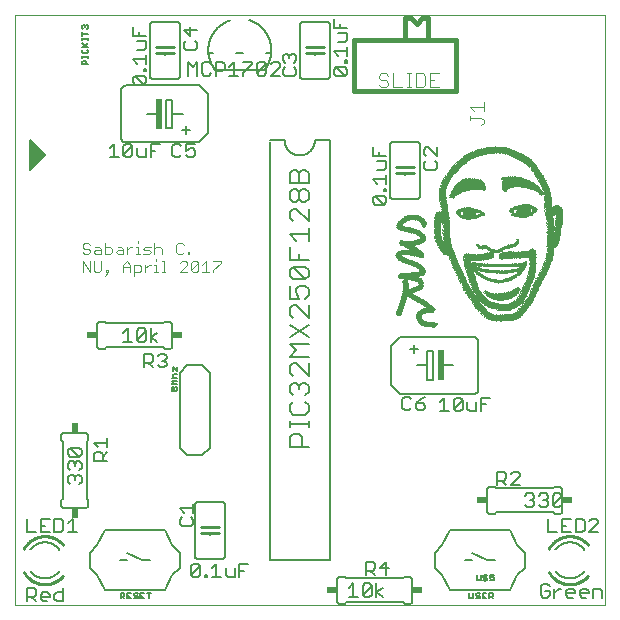
<source format=gto>
G75*
%MOIN*%
%OFA0B0*%
%FSLAX25Y25*%
%IPPOS*%
%LPD*%
%AMOC8*
5,1,8,0,0,1.08239X$1,22.5*
%
%ADD10C,0.00000*%
%ADD11R,0.00100X0.00100*%
%ADD12R,0.00200X0.00100*%
%ADD13R,0.01400X0.00100*%
%ADD14R,0.02500X0.00100*%
%ADD15R,0.03600X0.00100*%
%ADD16R,0.04300X0.00100*%
%ADD17R,0.04700X0.00100*%
%ADD18R,0.05000X0.00100*%
%ADD19R,0.05300X0.00100*%
%ADD20R,0.05400X0.00100*%
%ADD21R,0.05700X0.00100*%
%ADD22R,0.05800X0.00100*%
%ADD23R,0.06000X0.00100*%
%ADD24R,0.05500X0.00100*%
%ADD25R,0.04500X0.00100*%
%ADD26R,0.03500X0.00100*%
%ADD27R,0.02800X0.00100*%
%ADD28R,0.02300X0.00100*%
%ADD29R,0.02000X0.00100*%
%ADD30R,0.01900X0.00100*%
%ADD31R,0.01800X0.00100*%
%ADD32R,0.01700X0.00100*%
%ADD33R,0.01600X0.00100*%
%ADD34R,0.00800X0.00100*%
%ADD35R,0.01200X0.00100*%
%ADD36R,0.01300X0.00100*%
%ADD37R,0.01500X0.00100*%
%ADD38R,0.02100X0.00100*%
%ADD39R,0.02400X0.00100*%
%ADD40R,0.02700X0.00100*%
%ADD41R,0.03000X0.00100*%
%ADD42R,0.03300X0.00100*%
%ADD43R,0.00400X0.00100*%
%ADD44R,0.04900X0.00100*%
%ADD45R,0.04800X0.00100*%
%ADD46R,0.04600X0.00100*%
%ADD47R,0.04400X0.00100*%
%ADD48R,0.04200X0.00100*%
%ADD49R,0.04000X0.00100*%
%ADD50R,0.03200X0.00100*%
%ADD51R,0.02600X0.00100*%
%ADD52R,0.02900X0.00100*%
%ADD53R,0.03100X0.00100*%
%ADD54R,0.03400X0.00100*%
%ADD55R,0.03800X0.00100*%
%ADD56R,0.03700X0.00100*%
%ADD57R,0.05200X0.00100*%
%ADD58R,0.05600X0.00100*%
%ADD59R,0.03900X0.00100*%
%ADD60R,0.02200X0.00100*%
%ADD61R,0.01100X0.00100*%
%ADD62R,0.00300X0.00100*%
%ADD63R,0.00700X0.00100*%
%ADD64R,0.05900X0.00100*%
%ADD65R,0.07000X0.00100*%
%ADD66R,0.06900X0.00100*%
%ADD67R,0.06700X0.00100*%
%ADD68R,0.06500X0.00100*%
%ADD69R,0.06400X0.00100*%
%ADD70R,0.06300X0.00100*%
%ADD71R,0.06600X0.00100*%
%ADD72R,0.07100X0.00100*%
%ADD73R,0.07500X0.00100*%
%ADD74R,0.07800X0.00100*%
%ADD75R,0.08200X0.00100*%
%ADD76R,0.08400X0.00100*%
%ADD77R,0.08600X0.00100*%
%ADD78R,0.08500X0.00100*%
%ADD79R,0.08000X0.00100*%
%ADD80R,0.04100X0.00100*%
%ADD81R,0.09500X0.00100*%
%ADD82R,0.09300X0.00100*%
%ADD83R,0.09200X0.00100*%
%ADD84R,0.08900X0.00100*%
%ADD85R,0.08800X0.00100*%
%ADD86R,0.08300X0.00100*%
%ADD87R,0.07900X0.00100*%
%ADD88R,0.07600X0.00100*%
%ADD89R,0.07200X0.00100*%
%ADD90R,0.05100X0.00100*%
%ADD91R,0.07400X0.00100*%
%ADD92R,0.07700X0.00100*%
%ADD93R,0.08100X0.00100*%
%ADD94R,0.01000X0.00100*%
%ADD95R,0.00900X0.00100*%
%ADD96R,0.07300X0.00100*%
%ADD97R,0.06200X0.00100*%
%ADD98R,0.00500X0.00100*%
%ADD99R,0.06800X0.00100*%
%ADD100R,0.09700X0.00100*%
%ADD101R,0.10100X0.00100*%
%ADD102R,0.10700X0.00100*%
%ADD103R,0.10600X0.00100*%
%ADD104R,0.11200X0.00100*%
%ADD105R,0.11600X0.00100*%
%ADD106R,0.11400X0.00100*%
%ADD107R,0.11700X0.00100*%
%ADD108R,0.12000X0.00100*%
%ADD109R,0.12200X0.00100*%
%ADD110R,0.09000X0.00100*%
%ADD111R,0.09400X0.00100*%
%ADD112R,0.09800X0.00100*%
%ADD113R,0.10300X0.00100*%
%ADD114R,0.11100X0.00100*%
%ADD115R,0.11000X0.00100*%
%ADD116R,0.00600X0.00100*%
%ADD117R,0.09100X0.00100*%
%ADD118R,0.12100X0.00100*%
%ADD119R,0.11900X0.00100*%
%ADD120R,0.11800X0.00100*%
%ADD121R,0.11500X0.00100*%
%ADD122R,0.11300X0.00100*%
%ADD123R,0.10200X0.00100*%
%ADD124R,0.09900X0.00100*%
%ADD125R,0.09600X0.00100*%
%ADD126R,0.10800X0.00100*%
%ADD127R,0.10500X0.00100*%
%ADD128R,0.10000X0.00100*%
%ADD129R,0.14500X0.00100*%
%ADD130R,0.14200X0.00100*%
%ADD131R,0.13400X0.00100*%
%ADD132R,0.13200X0.00100*%
%ADD133R,0.12300X0.00100*%
%ADD134C,0.00400*%
%ADD135C,0.00600*%
%ADD136C,0.01000*%
%ADD137C,0.00500*%
%ADD138R,0.02000X0.10000*%
%ADD139R,0.02400X0.03400*%
%ADD140R,0.03400X0.02400*%
%ADD141C,0.00700*%
%ADD142C,0.01600*%
%ADD143C,0.00800*%
D10*
X0001800Y0002000D02*
X0001800Y0198850D01*
X0198650Y0198850D01*
X0198650Y0002000D01*
X0001800Y0002000D01*
D11*
X0130100Y0098300D03*
X0134400Y0105800D03*
X0135700Y0106300D03*
X0135800Y0109600D03*
X0134100Y0110200D03*
X0133800Y0110300D03*
X0133400Y0110400D03*
X0134100Y0112600D03*
X0132000Y0112400D03*
X0131800Y0112400D03*
X0131500Y0112400D03*
X0131300Y0112400D03*
X0130500Y0112300D03*
X0130600Y0110600D03*
X0136500Y0111400D03*
X0135300Y0118200D03*
X0134600Y0118300D03*
X0133500Y0120100D03*
X0132300Y0120200D03*
X0131900Y0120200D03*
X0132000Y0118600D03*
X0131800Y0118600D03*
X0131600Y0118600D03*
X0131400Y0118600D03*
X0132300Y0118600D03*
X0132500Y0118600D03*
X0131700Y0117700D03*
X0134700Y0121600D03*
X0134800Y0121700D03*
X0135700Y0121900D03*
X0134300Y0123200D03*
X0134100Y0123200D03*
X0133200Y0123100D03*
X0132700Y0123100D03*
X0131800Y0123100D03*
X0131100Y0123400D03*
X0130500Y0123500D03*
X0130900Y0126600D03*
X0131500Y0128100D03*
X0132500Y0127900D03*
X0133000Y0127800D03*
X0132500Y0126300D03*
X0133500Y0126100D03*
X0133600Y0130200D03*
X0134200Y0130300D03*
X0135700Y0130200D03*
X0135300Y0131900D03*
X0134100Y0131900D03*
X0132000Y0131300D03*
X0138500Y0127900D03*
X0141800Y0128000D03*
X0141800Y0128200D03*
X0141800Y0128500D03*
X0141800Y0128800D03*
X0141900Y0128900D03*
X0141800Y0129100D03*
X0141800Y0129400D03*
X0141800Y0129600D03*
X0142000Y0129500D03*
X0142000Y0130100D03*
X0141800Y0130100D03*
X0142000Y0130700D03*
X0142100Y0130900D03*
X0142000Y0131000D03*
X0141900Y0131100D03*
X0142100Y0131800D03*
X0142200Y0132000D03*
X0142500Y0132300D03*
X0142400Y0132600D03*
X0142800Y0132600D03*
X0142800Y0132800D03*
X0143100Y0132900D03*
X0143300Y0132900D03*
X0143400Y0133000D03*
X0143600Y0133000D03*
X0143700Y0132900D03*
X0144000Y0132900D03*
X0144200Y0133200D03*
X0144400Y0132800D03*
X0144300Y0133700D03*
X0144200Y0133900D03*
X0144000Y0134600D03*
X0143900Y0135400D03*
X0143800Y0135800D03*
X0143800Y0136100D03*
X0143700Y0136300D03*
X0143700Y0136900D03*
X0143600Y0137100D03*
X0143700Y0137200D03*
X0143700Y0137500D03*
X0143600Y0137800D03*
X0143600Y0138100D03*
X0143600Y0138300D03*
X0143600Y0138500D03*
X0143500Y0138800D03*
X0143600Y0138900D03*
X0143600Y0139100D03*
X0143500Y0139400D03*
X0143400Y0139500D03*
X0143500Y0140100D03*
X0143600Y0140300D03*
X0143600Y0140500D03*
X0143600Y0140800D03*
X0143800Y0141300D03*
X0144000Y0141900D03*
X0144200Y0142300D03*
X0144300Y0142600D03*
X0144500Y0142700D03*
X0144400Y0143000D03*
X0144500Y0143100D03*
X0144700Y0143400D03*
X0144800Y0143300D03*
X0144900Y0143700D03*
X0145000Y0144100D03*
X0145100Y0144300D03*
X0145300Y0144500D03*
X0145400Y0144600D03*
X0145600Y0144900D03*
X0145600Y0145100D03*
X0145700Y0145200D03*
X0147700Y0144700D03*
X0147700Y0144600D03*
X0148000Y0145000D03*
X0148300Y0145300D03*
X0148500Y0145700D03*
X0149000Y0146000D03*
X0149100Y0146100D03*
X0149100Y0146300D03*
X0148900Y0146200D03*
X0149300Y0146600D03*
X0149500Y0146800D03*
X0149600Y0146900D03*
X0149700Y0147000D03*
X0149800Y0146900D03*
X0150200Y0147400D03*
X0150300Y0147500D03*
X0150600Y0147700D03*
X0150800Y0148000D03*
X0151000Y0148000D03*
X0151000Y0148100D03*
X0151200Y0148300D03*
X0151100Y0148400D03*
X0151300Y0148500D03*
X0151500Y0148600D03*
X0151600Y0148700D03*
X0151800Y0148800D03*
X0152900Y0149800D03*
X0153200Y0150000D03*
X0153300Y0150200D03*
X0153500Y0150200D03*
X0153900Y0150400D03*
X0153900Y0150500D03*
X0154100Y0150600D03*
X0154300Y0150600D03*
X0154400Y0150700D03*
X0155100Y0151000D03*
X0155200Y0151100D03*
X0155500Y0151000D03*
X0155700Y0151300D03*
X0155900Y0151300D03*
X0156100Y0151400D03*
X0156200Y0151500D03*
X0156400Y0151500D03*
X0156500Y0151400D03*
X0156600Y0151700D03*
X0157000Y0151700D03*
X0157200Y0151800D03*
X0157300Y0151900D03*
X0157500Y0151900D03*
X0157700Y0152000D03*
X0157800Y0151900D03*
X0158000Y0151900D03*
X0158400Y0152100D03*
X0158900Y0152200D03*
X0159000Y0152300D03*
X0159300Y0152200D03*
X0159400Y0152300D03*
X0159700Y0152400D03*
X0159800Y0152300D03*
X0160000Y0152400D03*
X0160200Y0152400D03*
X0160400Y0152400D03*
X0160500Y0152500D03*
X0160700Y0152500D03*
X0160700Y0152400D03*
X0161000Y0152500D03*
X0161300Y0152400D03*
X0161600Y0152500D03*
X0161600Y0152600D03*
X0161800Y0152600D03*
X0161800Y0152400D03*
X0162400Y0152500D03*
X0162600Y0152600D03*
X0162600Y0152400D03*
X0163400Y0152400D03*
X0163800Y0152400D03*
X0163900Y0152500D03*
X0163900Y0152600D03*
X0164600Y0152500D03*
X0165200Y0152500D03*
X0165600Y0152200D03*
X0166300Y0152000D03*
X0166400Y0152100D03*
X0166800Y0151800D03*
X0167100Y0151600D03*
X0167400Y0151500D03*
X0167600Y0151500D03*
X0167800Y0151400D03*
X0168100Y0151200D03*
X0168200Y0151300D03*
X0168400Y0151300D03*
X0168400Y0151100D03*
X0168900Y0150900D03*
X0168900Y0150800D03*
X0169200Y0150800D03*
X0169400Y0150600D03*
X0169600Y0150600D03*
X0169600Y0150700D03*
X0169600Y0150500D03*
X0169800Y0150500D03*
X0170000Y0150500D03*
X0170200Y0150300D03*
X0170200Y0150200D03*
X0170600Y0150100D03*
X0170600Y0150000D03*
X0170800Y0150000D03*
X0170900Y0149900D03*
X0170900Y0149800D03*
X0171100Y0149800D03*
X0171200Y0149700D03*
X0171400Y0149700D03*
X0171700Y0149600D03*
X0171700Y0149500D03*
X0172000Y0149200D03*
X0172200Y0149300D03*
X0172600Y0148800D03*
X0172800Y0148700D03*
X0172800Y0148600D03*
X0172900Y0148400D03*
X0173300Y0148200D03*
X0173200Y0148000D03*
X0173600Y0147900D03*
X0173600Y0147600D03*
X0174400Y0146700D03*
X0174300Y0146600D03*
X0174600Y0146500D03*
X0175200Y0145600D03*
X0175200Y0145300D03*
X0175400Y0145200D03*
X0175500Y0144800D03*
X0175600Y0144600D03*
X0175800Y0144600D03*
X0176000Y0144300D03*
X0176200Y0144100D03*
X0176300Y0143800D03*
X0176400Y0143400D03*
X0176700Y0143200D03*
X0176800Y0143100D03*
X0176800Y0142900D03*
X0177000Y0142600D03*
X0177300Y0142300D03*
X0177200Y0142000D03*
X0177400Y0141900D03*
X0177500Y0141700D03*
X0177500Y0141400D03*
X0177800Y0140700D03*
X0177800Y0140500D03*
X0177300Y0140300D03*
X0177300Y0140200D03*
X0177200Y0140400D03*
X0177100Y0140300D03*
X0176900Y0140600D03*
X0176800Y0140800D03*
X0176800Y0141000D03*
X0176600Y0141100D03*
X0176500Y0141300D03*
X0176300Y0141300D03*
X0176300Y0141500D03*
X0176200Y0141600D03*
X0175900Y0141900D03*
X0175700Y0141900D03*
X0175700Y0142000D03*
X0175100Y0142500D03*
X0174900Y0142600D03*
X0174700Y0142600D03*
X0174700Y0142700D03*
X0174500Y0142800D03*
X0174200Y0142900D03*
X0173800Y0143100D03*
X0173700Y0143000D03*
X0173500Y0143000D03*
X0173500Y0143200D03*
X0173400Y0143300D03*
X0173300Y0143200D03*
X0173200Y0143300D03*
X0173200Y0143400D03*
X0172700Y0143500D03*
X0172700Y0143600D03*
X0172500Y0143700D03*
X0172300Y0143700D03*
X0172100Y0143700D03*
X0171600Y0144100D03*
X0171200Y0144100D03*
X0171200Y0144200D03*
X0170800Y0144200D03*
X0170800Y0144300D03*
X0170600Y0144300D03*
X0170600Y0144200D03*
X0170100Y0144500D03*
X0169800Y0144400D03*
X0169600Y0144400D03*
X0169400Y0144400D03*
X0168900Y0144600D03*
X0168700Y0144600D03*
X0168600Y0144400D03*
X0168400Y0144600D03*
X0167700Y0144500D03*
X0167300Y0144600D03*
X0167200Y0144500D03*
X0167100Y0144600D03*
X0167000Y0144400D03*
X0166600Y0144600D03*
X0166300Y0144500D03*
X0165700Y0144400D03*
X0165300Y0144400D03*
X0165100Y0144400D03*
X0165100Y0144200D03*
X0164700Y0144300D03*
X0164600Y0144200D03*
X0164500Y0144300D03*
X0164400Y0144100D03*
X0164300Y0144000D03*
X0164400Y0143800D03*
X0164300Y0143700D03*
X0164400Y0143200D03*
X0164500Y0142900D03*
X0164400Y0142800D03*
X0164500Y0142500D03*
X0164500Y0142300D03*
X0164600Y0142200D03*
X0164500Y0141800D03*
X0164600Y0141700D03*
X0164600Y0141500D03*
X0164600Y0141100D03*
X0164700Y0140900D03*
X0164800Y0140600D03*
X0164700Y0140400D03*
X0164900Y0140200D03*
X0165000Y0140300D03*
X0165000Y0140100D03*
X0164800Y0140100D03*
X0165300Y0139800D03*
X0165500Y0139800D03*
X0165800Y0139900D03*
X0166000Y0140200D03*
X0166100Y0140300D03*
X0166100Y0140500D03*
X0166500Y0140700D03*
X0166600Y0140800D03*
X0166600Y0140900D03*
X0166900Y0140900D03*
X0167100Y0141000D03*
X0167300Y0141000D03*
X0167400Y0141100D03*
X0167600Y0141000D03*
X0168100Y0141100D03*
X0168200Y0141200D03*
X0168200Y0141400D03*
X0169000Y0141500D03*
X0169400Y0141400D03*
X0170000Y0141400D03*
X0170800Y0141200D03*
X0170900Y0141300D03*
X0170900Y0141400D03*
X0171100Y0141400D03*
X0171200Y0141300D03*
X0171400Y0141300D03*
X0171500Y0141200D03*
X0171700Y0141100D03*
X0171800Y0141200D03*
X0172000Y0141000D03*
X0172100Y0141100D03*
X0172300Y0141100D03*
X0172300Y0141000D03*
X0173000Y0140800D03*
X0173100Y0140900D03*
X0173200Y0140800D03*
X0173800Y0140600D03*
X0174000Y0140500D03*
X0174300Y0140500D03*
X0175400Y0140000D03*
X0175800Y0139900D03*
X0176000Y0139800D03*
X0176200Y0139700D03*
X0176400Y0139700D03*
X0176600Y0139400D03*
X0177000Y0138800D03*
X0177300Y0138700D03*
X0177600Y0138700D03*
X0177800Y0138700D03*
X0178000Y0138700D03*
X0178100Y0138800D03*
X0178400Y0138700D03*
X0178400Y0138600D03*
X0178500Y0138900D03*
X0178300Y0139200D03*
X0178300Y0139400D03*
X0178100Y0139300D03*
X0177900Y0139300D03*
X0178000Y0139500D03*
X0177800Y0139600D03*
X0178100Y0140000D03*
X0178000Y0139100D03*
X0177700Y0138500D03*
X0178500Y0138000D03*
X0178500Y0137800D03*
X0178500Y0137600D03*
X0178600Y0137400D03*
X0178700Y0137200D03*
X0178700Y0136800D03*
X0178600Y0136600D03*
X0178800Y0136100D03*
X0178700Y0135800D03*
X0178600Y0135600D03*
X0178800Y0135500D03*
X0178700Y0135400D03*
X0178800Y0135100D03*
X0178700Y0135000D03*
X0178600Y0134900D03*
X0178700Y0134400D03*
X0178700Y0134200D03*
X0178700Y0134000D03*
X0178800Y0133700D03*
X0178700Y0133500D03*
X0178700Y0133200D03*
X0178900Y0132800D03*
X0178900Y0132500D03*
X0179000Y0132100D03*
X0178800Y0132100D03*
X0179000Y0131700D03*
X0179100Y0131000D03*
X0179100Y0130800D03*
X0179200Y0130600D03*
X0179300Y0130500D03*
X0179400Y0130700D03*
X0179400Y0130200D03*
X0179400Y0129800D03*
X0179300Y0129500D03*
X0179400Y0129100D03*
X0179300Y0129000D03*
X0179400Y0128600D03*
X0179300Y0128300D03*
X0179400Y0128000D03*
X0179400Y0127700D03*
X0179500Y0127600D03*
X0179400Y0127200D03*
X0179600Y0127200D03*
X0179400Y0126400D03*
X0179300Y0126200D03*
X0179500Y0126100D03*
X0179400Y0125200D03*
X0179500Y0125100D03*
X0179500Y0124900D03*
X0179400Y0124800D03*
X0179400Y0124400D03*
X0179600Y0124100D03*
X0179400Y0123800D03*
X0179400Y0123200D03*
X0179400Y0122900D03*
X0179400Y0122300D03*
X0179400Y0122200D03*
X0179500Y0122000D03*
X0179400Y0121900D03*
X0179400Y0121600D03*
X0179500Y0121300D03*
X0179300Y0121300D03*
X0179400Y0119800D03*
X0179400Y0119200D03*
X0179200Y0118600D03*
X0179300Y0118400D03*
X0179400Y0118300D03*
X0179100Y0118200D03*
X0179300Y0118000D03*
X0179200Y0117900D03*
X0179000Y0117300D03*
X0178700Y0116300D03*
X0178400Y0116100D03*
X0178500Y0116000D03*
X0178500Y0115800D03*
X0178300Y0115800D03*
X0178300Y0115600D03*
X0178300Y0115400D03*
X0178200Y0115300D03*
X0178100Y0115000D03*
X0177900Y0114800D03*
X0178000Y0114600D03*
X0177900Y0114400D03*
X0177600Y0113800D03*
X0177300Y0113400D03*
X0176900Y0112600D03*
X0176800Y0112300D03*
X0176500Y0111700D03*
X0176400Y0111600D03*
X0175700Y0110600D03*
X0175500Y0110100D03*
X0175400Y0109700D03*
X0175300Y0109400D03*
X0175200Y0109300D03*
X0175100Y0108900D03*
X0174800Y0108700D03*
X0174900Y0108600D03*
X0174800Y0108300D03*
X0174800Y0108200D03*
X0174600Y0108400D03*
X0174000Y0108600D03*
X0173900Y0108400D03*
X0173800Y0108200D03*
X0173600Y0108000D03*
X0173700Y0107900D03*
X0173500Y0107600D03*
X0173400Y0107000D03*
X0173200Y0106700D03*
X0173100Y0106600D03*
X0173200Y0106400D03*
X0173800Y0106300D03*
X0173800Y0106200D03*
X0174000Y0106700D03*
X0174100Y0107100D03*
X0174500Y0107500D03*
X0174000Y0108900D03*
X0174100Y0109000D03*
X0174300Y0109300D03*
X0174400Y0109500D03*
X0174500Y0109900D03*
X0174800Y0110400D03*
X0174800Y0110600D03*
X0174900Y0110800D03*
X0173000Y0111100D03*
X0172800Y0111300D03*
X0172900Y0111400D03*
X0173000Y0111600D03*
X0173100Y0112000D03*
X0173200Y0112100D03*
X0173300Y0112500D03*
X0173200Y0112600D03*
X0173300Y0113000D03*
X0173300Y0113200D03*
X0173400Y0114200D03*
X0173500Y0114400D03*
X0173500Y0115400D03*
X0173600Y0115600D03*
X0173600Y0115800D03*
X0173600Y0116800D03*
X0173500Y0117100D03*
X0173700Y0117300D03*
X0173600Y0117400D03*
X0173600Y0117700D03*
X0173600Y0118000D03*
X0173500Y0118100D03*
X0173400Y0118000D03*
X0173300Y0117900D03*
X0173000Y0117900D03*
X0172800Y0117800D03*
X0172600Y0117900D03*
X0172500Y0117800D03*
X0172400Y0117900D03*
X0172300Y0117800D03*
X0172100Y0117800D03*
X0172000Y0117700D03*
X0172200Y0117600D03*
X0171500Y0117700D03*
X0171100Y0117700D03*
X0171100Y0117600D03*
X0170900Y0117600D03*
X0170700Y0117600D03*
X0170500Y0117500D03*
X0170400Y0117600D03*
X0170200Y0117500D03*
X0170100Y0117700D03*
X0169900Y0117700D03*
X0169200Y0117600D03*
X0169100Y0117500D03*
X0169000Y0117600D03*
X0168600Y0117500D03*
X0167800Y0117400D03*
X0167600Y0117600D03*
X0167500Y0117500D03*
X0167300Y0117600D03*
X0167200Y0117500D03*
X0167100Y0117600D03*
X0167000Y0117500D03*
X0166900Y0117600D03*
X0166700Y0117600D03*
X0166700Y0117500D03*
X0166600Y0117400D03*
X0166500Y0117500D03*
X0166200Y0117400D03*
X0166000Y0117500D03*
X0165800Y0117400D03*
X0165400Y0117400D03*
X0165300Y0117500D03*
X0165100Y0117400D03*
X0164900Y0117400D03*
X0164700Y0117200D03*
X0164400Y0117300D03*
X0164300Y0117100D03*
X0164100Y0117200D03*
X0163800Y0117500D03*
X0163600Y0117500D03*
X0163700Y0117800D03*
X0163500Y0118200D03*
X0163700Y0118500D03*
X0163500Y0118600D03*
X0163800Y0118800D03*
X0164000Y0119000D03*
X0164200Y0119100D03*
X0164300Y0119200D03*
X0164500Y0119300D03*
X0164700Y0119400D03*
X0164800Y0119300D03*
X0164900Y0119400D03*
X0165000Y0119300D03*
X0165200Y0119300D03*
X0165200Y0119400D03*
X0164700Y0120100D03*
X0164400Y0120200D03*
X0164200Y0120200D03*
X0163900Y0120400D03*
X0163900Y0120600D03*
X0164100Y0120700D03*
X0164200Y0120800D03*
X0164300Y0120700D03*
X0164400Y0121000D03*
X0164800Y0121100D03*
X0165000Y0121200D03*
X0165100Y0121300D03*
X0165300Y0121300D03*
X0165400Y0121400D03*
X0165600Y0121400D03*
X0165600Y0120800D03*
X0165800Y0120800D03*
X0166000Y0120800D03*
X0166200Y0120800D03*
X0166200Y0120900D03*
X0166400Y0120900D03*
X0166600Y0120800D03*
X0166700Y0120900D03*
X0166800Y0121000D03*
X0167000Y0120800D03*
X0167300Y0121000D03*
X0168000Y0121200D03*
X0168100Y0121300D03*
X0168400Y0121300D03*
X0168600Y0121400D03*
X0168900Y0121700D03*
X0169100Y0121600D03*
X0169200Y0121700D03*
X0168700Y0122000D03*
X0168600Y0122300D03*
X0168700Y0122400D03*
X0168900Y0122400D03*
X0168900Y0122600D03*
X0169100Y0122800D03*
X0169600Y0122600D03*
X0169800Y0122600D03*
X0169800Y0122400D03*
X0169600Y0122400D03*
X0169600Y0122200D03*
X0170000Y0122900D03*
X0170000Y0123100D03*
X0170000Y0123300D03*
X0169900Y0123500D03*
X0169600Y0123700D03*
X0169500Y0123600D03*
X0169400Y0123500D03*
X0169300Y0123600D03*
X0169500Y0123200D03*
X0168300Y0122200D03*
X0168300Y0122100D03*
X0168100Y0122000D03*
X0167600Y0122000D03*
X0167600Y0121900D03*
X0167500Y0121800D03*
X0167400Y0121900D03*
X0167400Y0122000D03*
X0167200Y0122000D03*
X0167200Y0121900D03*
X0166700Y0122100D03*
X0166500Y0122000D03*
X0166400Y0121900D03*
X0165300Y0120500D03*
X0165200Y0120400D03*
X0165000Y0120400D03*
X0164400Y0119900D03*
X0164200Y0119800D03*
X0164000Y0119700D03*
X0164100Y0119600D03*
X0163800Y0119600D03*
X0163600Y0119500D03*
X0163600Y0119400D03*
X0163300Y0119400D03*
X0163300Y0119500D03*
X0163000Y0119300D03*
X0162600Y0119400D03*
X0162500Y0119300D03*
X0162200Y0119400D03*
X0162000Y0119400D03*
X0161600Y0119400D03*
X0161600Y0119500D03*
X0161500Y0119600D03*
X0161400Y0119500D03*
X0161300Y0119300D03*
X0161300Y0119200D03*
X0161100Y0119300D03*
X0160900Y0119300D03*
X0160900Y0119400D03*
X0160900Y0119600D03*
X0160700Y0119400D03*
X0160700Y0119300D03*
X0160500Y0119300D03*
X0160400Y0119400D03*
X0160500Y0119500D03*
X0160300Y0119300D03*
X0159900Y0119200D03*
X0159700Y0119300D03*
X0159600Y0119200D03*
X0159500Y0119100D03*
X0159300Y0119200D03*
X0159100Y0119100D03*
X0158800Y0119100D03*
X0158600Y0119000D03*
X0158400Y0119000D03*
X0158300Y0118900D03*
X0158000Y0118900D03*
X0157600Y0118800D03*
X0157500Y0118900D03*
X0156900Y0118700D03*
X0156700Y0118700D03*
X0156700Y0118600D03*
X0156500Y0118600D03*
X0156500Y0118700D03*
X0156300Y0118600D03*
X0156200Y0118700D03*
X0155500Y0118700D03*
X0155500Y0118600D03*
X0155500Y0118400D03*
X0155300Y0118600D03*
X0155100Y0118500D03*
X0154900Y0118500D03*
X0154800Y0118600D03*
X0154500Y0118600D03*
X0154400Y0118700D03*
X0154200Y0118700D03*
X0154200Y0118600D03*
X0153900Y0118800D03*
X0153700Y0118800D03*
X0153500Y0118900D03*
X0153300Y0118900D03*
X0153100Y0119000D03*
X0153100Y0119100D03*
X0152500Y0119000D03*
X0152400Y0118900D03*
X0152200Y0118700D03*
X0152000Y0118700D03*
X0151900Y0118300D03*
X0151700Y0118100D03*
X0151700Y0117900D03*
X0151600Y0117600D03*
X0151700Y0117500D03*
X0151700Y0117300D03*
X0151700Y0117000D03*
X0151600Y0116800D03*
X0151600Y0116600D03*
X0151800Y0116500D03*
X0151800Y0115700D03*
X0151900Y0115600D03*
X0152000Y0115400D03*
X0151800Y0115300D03*
X0151900Y0115200D03*
X0152100Y0114800D03*
X0152000Y0114700D03*
X0152100Y0114400D03*
X0152200Y0114000D03*
X0152300Y0113800D03*
X0152500Y0113400D03*
X0152600Y0113000D03*
X0152700Y0112900D03*
X0152800Y0112400D03*
X0152900Y0112200D03*
X0153000Y0111900D03*
X0153000Y0111800D03*
X0153200Y0111800D03*
X0153100Y0111500D03*
X0153100Y0111200D03*
X0153300Y0110500D03*
X0153400Y0110400D03*
X0153500Y0110200D03*
X0153600Y0110000D03*
X0153600Y0109700D03*
X0153800Y0109600D03*
X0153700Y0109500D03*
X0153800Y0109300D03*
X0153900Y0108600D03*
X0154100Y0108400D03*
X0154200Y0108300D03*
X0154400Y0107700D03*
X0154200Y0107600D03*
X0153800Y0107500D03*
X0153800Y0107300D03*
X0154100Y0107000D03*
X0154100Y0106800D03*
X0154300Y0106800D03*
X0154300Y0106600D03*
X0154500Y0106500D03*
X0154600Y0106300D03*
X0154800Y0106300D03*
X0154800Y0105900D03*
X0155000Y0105800D03*
X0154900Y0105600D03*
X0155200Y0105400D03*
X0155300Y0105300D03*
X0155400Y0105200D03*
X0155300Y0105100D03*
X0155600Y0104800D03*
X0155700Y0104700D03*
X0155700Y0104600D03*
X0155800Y0104500D03*
X0155900Y0104400D03*
X0156000Y0104500D03*
X0156100Y0104400D03*
X0156000Y0104300D03*
X0156000Y0104200D03*
X0156100Y0104100D03*
X0156000Y0104000D03*
X0156400Y0103800D03*
X0156500Y0103700D03*
X0156600Y0103600D03*
X0156600Y0103400D03*
X0156800Y0103400D03*
X0156900Y0103200D03*
X0156800Y0103000D03*
X0156600Y0103000D03*
X0156900Y0102700D03*
X0156900Y0102600D03*
X0157100Y0102400D03*
X0157200Y0102300D03*
X0157300Y0102100D03*
X0157500Y0102100D03*
X0157600Y0101900D03*
X0157700Y0101600D03*
X0158000Y0101500D03*
X0158000Y0101400D03*
X0158100Y0101300D03*
X0158300Y0101100D03*
X0158400Y0101000D03*
X0158500Y0100800D03*
X0159100Y0100300D03*
X0159200Y0100200D03*
X0159300Y0100100D03*
X0159500Y0099900D03*
X0159700Y0099800D03*
X0160100Y0099500D03*
X0160500Y0099200D03*
X0160600Y0099000D03*
X0160800Y0099000D03*
X0161100Y0098800D03*
X0161300Y0098600D03*
X0161400Y0098700D03*
X0161500Y0098600D03*
X0161700Y0098600D03*
X0162500Y0098600D03*
X0162700Y0098600D03*
X0163900Y0098500D03*
X0164000Y0098600D03*
X0164100Y0098500D03*
X0164300Y0098500D03*
X0164400Y0098600D03*
X0164500Y0098500D03*
X0165400Y0098600D03*
X0165500Y0098700D03*
X0165700Y0098600D03*
X0165900Y0098600D03*
X0166000Y0098700D03*
X0166200Y0098700D03*
X0166400Y0098700D03*
X0166900Y0098700D03*
X0167100Y0098800D03*
X0167200Y0098700D03*
X0167300Y0098800D03*
X0167400Y0098700D03*
X0167500Y0098800D03*
X0167600Y0098900D03*
X0167600Y0098700D03*
X0167800Y0098700D03*
X0167900Y0098900D03*
X0168100Y0098900D03*
X0168300Y0099000D03*
X0168400Y0098900D03*
X0168500Y0099000D03*
X0168700Y0099000D03*
X0168700Y0099100D03*
X0168900Y0099100D03*
X0169000Y0099300D03*
X0169200Y0099400D03*
X0169300Y0099500D03*
X0169400Y0099800D03*
X0169600Y0099800D03*
X0169600Y0099900D03*
X0169700Y0100100D03*
X0169900Y0100400D03*
X0170000Y0100600D03*
X0170100Y0100500D03*
X0170300Y0100800D03*
X0170700Y0101300D03*
X0170800Y0101400D03*
X0170900Y0101500D03*
X0171200Y0101900D03*
X0171300Y0102100D03*
X0171300Y0102300D03*
X0171500Y0102400D03*
X0171700Y0102600D03*
X0171700Y0102700D03*
X0171900Y0103000D03*
X0172100Y0103300D03*
X0172300Y0103400D03*
X0172400Y0103500D03*
X0172500Y0103700D03*
X0172600Y0103900D03*
X0172800Y0104200D03*
X0173000Y0104600D03*
X0172400Y0104800D03*
X0172200Y0104800D03*
X0172300Y0105000D03*
X0172400Y0105100D03*
X0172700Y0105400D03*
X0172700Y0105500D03*
X0172800Y0105800D03*
X0173500Y0105500D03*
X0172200Y0104500D03*
X0171900Y0104100D03*
X0171600Y0103500D03*
X0171400Y0103200D03*
X0171300Y0103100D03*
X0171200Y0102700D03*
X0171000Y0102700D03*
X0170900Y0102600D03*
X0170800Y0102400D03*
X0170600Y0102200D03*
X0169900Y0101700D03*
X0169800Y0101600D03*
X0169600Y0101400D03*
X0169400Y0101400D03*
X0169200Y0101200D03*
X0168900Y0101100D03*
X0168900Y0101000D03*
X0168700Y0101000D03*
X0168500Y0100900D03*
X0167900Y0100600D03*
X0167400Y0100500D03*
X0167300Y0100300D03*
X0167300Y0100200D03*
X0167000Y0100200D03*
X0166900Y0100300D03*
X0167000Y0100400D03*
X0166700Y0100300D03*
X0166600Y0100200D03*
X0166500Y0100100D03*
X0166000Y0100100D03*
X0165500Y0100100D03*
X0165500Y0100000D03*
X0164900Y0100000D03*
X0164600Y0100000D03*
X0164100Y0100100D03*
X0164000Y0100000D03*
X0163600Y0100100D03*
X0163200Y0100200D03*
X0162900Y0100200D03*
X0162600Y0100400D03*
X0161900Y0100600D03*
X0161800Y0100700D03*
X0161700Y0100600D03*
X0161200Y0100800D03*
X0161100Y0100900D03*
X0161000Y0100800D03*
X0160400Y0101000D03*
X0160400Y0101100D03*
X0160200Y0101200D03*
X0160000Y0101300D03*
X0159900Y0101200D03*
X0159700Y0101400D03*
X0159500Y0101500D03*
X0158800Y0101900D03*
X0158700Y0101800D03*
X0158500Y0102100D03*
X0157800Y0102400D03*
X0157700Y0102600D03*
X0157600Y0102700D03*
X0157400Y0102900D03*
X0157300Y0103000D03*
X0156400Y0103400D03*
X0156400Y0103500D03*
X0154600Y0102700D03*
X0154500Y0102600D03*
X0154600Y0102300D03*
X0154800Y0102000D03*
X0155000Y0102100D03*
X0155200Y0101500D03*
X0155400Y0101400D03*
X0155400Y0101200D03*
X0155500Y0101000D03*
X0155700Y0100900D03*
X0156000Y0100800D03*
X0156100Y0100600D03*
X0156100Y0100400D03*
X0156400Y0100300D03*
X0156600Y0100000D03*
X0156700Y0099900D03*
X0157300Y0099200D03*
X0157500Y0099100D03*
X0157600Y0099000D03*
X0157700Y0098800D03*
X0158000Y0098400D03*
X0158500Y0098200D03*
X0158600Y0098100D03*
X0158600Y0098000D03*
X0158700Y0097900D03*
X0158800Y0098000D03*
X0159300Y0097500D03*
X0159300Y0097400D03*
X0159900Y0097200D03*
X0160100Y0097000D03*
X0160200Y0097100D03*
X0160900Y0096800D03*
X0161400Y0096600D03*
X0161500Y0096700D03*
X0161700Y0096600D03*
X0162000Y0096600D03*
X0162100Y0096700D03*
X0162200Y0096600D03*
X0162400Y0096700D03*
X0162600Y0096600D03*
X0162600Y0096500D03*
X0162900Y0096600D03*
X0163200Y0096600D03*
X0163200Y0096700D03*
X0163400Y0096600D03*
X0163700Y0096700D03*
X0163800Y0096600D03*
X0163800Y0096500D03*
X0164000Y0096600D03*
X0164100Y0096700D03*
X0164300Y0096700D03*
X0164500Y0096600D03*
X0164200Y0096500D03*
X0163900Y0096700D03*
X0164900Y0096700D03*
X0164900Y0096600D03*
X0165200Y0096600D03*
X0165600Y0096700D03*
X0165800Y0096700D03*
X0165900Y0096600D03*
X0165900Y0096900D03*
X0166400Y0096800D03*
X0166600Y0096700D03*
X0166800Y0096800D03*
X0167000Y0096800D03*
X0167200Y0096800D03*
X0167300Y0096900D03*
X0167700Y0097000D03*
X0167800Y0096900D03*
X0167700Y0096800D03*
X0168200Y0096800D03*
X0168700Y0097000D03*
X0168800Y0097100D03*
X0168700Y0097200D03*
X0169200Y0097100D03*
X0169500Y0097300D03*
X0169500Y0097400D03*
X0169800Y0097500D03*
X0169800Y0097300D03*
X0170200Y0097600D03*
X0170200Y0097700D03*
X0170300Y0097800D03*
X0170500Y0098000D03*
X0170600Y0097800D03*
X0170900Y0098300D03*
X0171000Y0098400D03*
X0171100Y0098500D03*
X0171600Y0099100D03*
X0171600Y0099300D03*
X0171800Y0099400D03*
X0171900Y0099600D03*
X0172000Y0099800D03*
X0172100Y0100000D03*
X0172200Y0099900D03*
X0172400Y0100000D03*
X0172500Y0100400D03*
X0172700Y0100600D03*
X0172800Y0100900D03*
X0173000Y0100900D03*
X0173200Y0101000D03*
X0173300Y0101300D03*
X0173400Y0101600D03*
X0173600Y0101700D03*
X0173800Y0101800D03*
X0173700Y0102000D03*
X0173900Y0102100D03*
X0174100Y0102400D03*
X0174100Y0102600D03*
X0174300Y0102800D03*
X0174800Y0103400D03*
X0174900Y0103800D03*
X0175000Y0103900D03*
X0175300Y0104300D03*
X0175100Y0104400D03*
X0175300Y0104700D03*
X0175400Y0104800D03*
X0175500Y0105100D03*
X0175800Y0105600D03*
X0176000Y0106000D03*
X0176100Y0106300D03*
X0176000Y0106400D03*
X0176200Y0106700D03*
X0176400Y0106800D03*
X0176600Y0107400D03*
X0176700Y0107700D03*
X0176800Y0108100D03*
X0177000Y0108400D03*
X0177100Y0108300D03*
X0177200Y0108700D03*
X0177400Y0109200D03*
X0177400Y0109300D03*
X0177600Y0109400D03*
X0177600Y0109800D03*
X0177800Y0110000D03*
X0177800Y0110100D03*
X0178000Y0110200D03*
X0178000Y0110300D03*
X0178200Y0110400D03*
X0178200Y0110600D03*
X0178300Y0110700D03*
X0178300Y0110900D03*
X0178500Y0111100D03*
X0178500Y0111400D03*
X0178900Y0111800D03*
X0178800Y0112000D03*
X0179000Y0112100D03*
X0179100Y0112200D03*
X0179200Y0112600D03*
X0179300Y0112900D03*
X0179600Y0113200D03*
X0179500Y0113300D03*
X0179700Y0113700D03*
X0180100Y0114300D03*
X0180200Y0114700D03*
X0180300Y0114900D03*
X0180300Y0115100D03*
X0180500Y0115800D03*
X0180700Y0115900D03*
X0180700Y0116200D03*
X0180900Y0116800D03*
X0181100Y0116800D03*
X0181000Y0117000D03*
X0181200Y0117200D03*
X0181100Y0117400D03*
X0181100Y0117600D03*
X0181300Y0117600D03*
X0181300Y0118000D03*
X0181300Y0118200D03*
X0181400Y0119200D03*
X0181500Y0119700D03*
X0181500Y0120000D03*
X0181500Y0120500D03*
X0181500Y0120700D03*
X0181600Y0120900D03*
X0181700Y0121100D03*
X0181800Y0121000D03*
X0182400Y0121400D03*
X0182800Y0121800D03*
X0182900Y0121900D03*
X0183000Y0122200D03*
X0183100Y0122500D03*
X0183400Y0123600D03*
X0183400Y0123800D03*
X0183500Y0124100D03*
X0183700Y0124700D03*
X0183600Y0125200D03*
X0183800Y0125400D03*
X0183800Y0125600D03*
X0183800Y0125800D03*
X0183900Y0125900D03*
X0183800Y0126000D03*
X0184000Y0126300D03*
X0183800Y0126400D03*
X0184100Y0127600D03*
X0184100Y0127900D03*
X0184100Y0128200D03*
X0184400Y0128900D03*
X0184500Y0129200D03*
X0184300Y0129400D03*
X0184400Y0130100D03*
X0184400Y0130300D03*
X0184400Y0131400D03*
X0184300Y0131500D03*
X0184500Y0131900D03*
X0184300Y0132000D03*
X0184500Y0132300D03*
X0184300Y0132500D03*
X0184400Y0132600D03*
X0184400Y0133000D03*
X0184400Y0133100D03*
X0184300Y0133200D03*
X0184400Y0133500D03*
X0184200Y0133500D03*
X0184400Y0133800D03*
X0184200Y0133900D03*
X0184100Y0134100D03*
X0184100Y0134400D03*
X0183700Y0134600D03*
X0183700Y0134700D03*
X0183500Y0134800D03*
X0183400Y0134900D03*
X0183200Y0135000D03*
X0183000Y0135000D03*
X0182900Y0135100D03*
X0182800Y0135000D03*
X0182700Y0135100D03*
X0182600Y0135000D03*
X0182200Y0135100D03*
X0182100Y0135000D03*
X0181700Y0134900D03*
X0181600Y0134700D03*
X0181300Y0134500D03*
X0181100Y0134200D03*
X0181200Y0134000D03*
X0180900Y0134000D03*
X0180700Y0133900D03*
X0180800Y0133800D03*
X0180800Y0134400D03*
X0180800Y0134900D03*
X0180700Y0135200D03*
X0180800Y0135600D03*
X0180700Y0135700D03*
X0180800Y0136700D03*
X0180800Y0137100D03*
X0180700Y0137400D03*
X0180500Y0138200D03*
X0180600Y0138500D03*
X0180300Y0140000D03*
X0180100Y0140100D03*
X0180100Y0140400D03*
X0180100Y0140500D03*
X0179900Y0140800D03*
X0180100Y0140900D03*
X0179900Y0141100D03*
X0179700Y0141500D03*
X0179700Y0141900D03*
X0179500Y0142100D03*
X0179400Y0142200D03*
X0179300Y0142300D03*
X0179300Y0142900D03*
X0178900Y0143500D03*
X0178700Y0143600D03*
X0178700Y0143800D03*
X0178300Y0144300D03*
X0178100Y0144600D03*
X0178200Y0144700D03*
X0177900Y0144800D03*
X0177900Y0145100D03*
X0177600Y0145300D03*
X0177200Y0145800D03*
X0177200Y0146000D03*
X0177100Y0146100D03*
X0177000Y0146300D03*
X0176900Y0146700D03*
X0176700Y0146700D03*
X0176600Y0147000D03*
X0176500Y0147200D03*
X0176200Y0147600D03*
X0176300Y0147700D03*
X0176100Y0147700D03*
X0176000Y0147800D03*
X0176100Y0147900D03*
X0175900Y0148000D03*
X0175700Y0148200D03*
X0175800Y0148300D03*
X0175600Y0148300D03*
X0175500Y0148500D03*
X0175300Y0148900D03*
X0175100Y0149100D03*
X0175000Y0149200D03*
X0174900Y0149300D03*
X0174900Y0149400D03*
X0174900Y0149500D03*
X0174600Y0149600D03*
X0174300Y0150000D03*
X0174000Y0150200D03*
X0173800Y0150400D03*
X0173500Y0150700D03*
X0173100Y0150900D03*
X0173000Y0151000D03*
X0172900Y0151100D03*
X0172800Y0151000D03*
X0172500Y0151300D03*
X0172000Y0151400D03*
X0172000Y0151500D03*
X0171900Y0151700D03*
X0171800Y0151600D03*
X0171700Y0151700D03*
X0171500Y0151700D03*
X0171400Y0151800D03*
X0171400Y0152000D03*
X0171200Y0152000D03*
X0170800Y0152200D03*
X0170800Y0152300D03*
X0170600Y0152200D03*
X0170500Y0152300D03*
X0170400Y0152400D03*
X0170200Y0152400D03*
X0170000Y0152600D03*
X0169800Y0152600D03*
X0169800Y0152700D03*
X0169300Y0153000D03*
X0169100Y0152900D03*
X0168900Y0153000D03*
X0168900Y0153100D03*
X0168700Y0153100D03*
X0168500Y0153300D03*
X0168300Y0153200D03*
X0168100Y0153500D03*
X0167700Y0153500D03*
X0167600Y0153700D03*
X0167200Y0153800D03*
X0166800Y0154000D03*
X0166600Y0154100D03*
X0166400Y0154100D03*
X0166300Y0154200D03*
X0166100Y0154200D03*
X0165500Y0154400D03*
X0165200Y0154500D03*
X0164800Y0154500D03*
X0164600Y0154500D03*
X0164500Y0154400D03*
X0164300Y0154500D03*
X0164000Y0154500D03*
X0163700Y0154500D03*
X0163600Y0154400D03*
X0163500Y0154500D03*
X0163300Y0154500D03*
X0163200Y0154400D03*
X0163100Y0154500D03*
X0163000Y0154400D03*
X0162800Y0154500D03*
X0162500Y0154500D03*
X0162400Y0154400D03*
X0162100Y0154600D03*
X0161800Y0154400D03*
X0161600Y0154400D03*
X0161500Y0154500D03*
X0161300Y0154400D03*
X0161100Y0154500D03*
X0160900Y0154400D03*
X0160700Y0154400D03*
X0160500Y0154500D03*
X0160200Y0154400D03*
X0160100Y0154300D03*
X0159900Y0154300D03*
X0159700Y0154300D03*
X0159700Y0154200D03*
X0159500Y0154200D03*
X0159600Y0154400D03*
X0159200Y0154300D03*
X0159100Y0154200D03*
X0158900Y0154200D03*
X0158400Y0154100D03*
X0158300Y0154200D03*
X0158100Y0154200D03*
X0158200Y0154000D03*
X0157700Y0154000D03*
X0157400Y0153800D03*
X0157200Y0153800D03*
X0157100Y0153900D03*
X0157000Y0153800D03*
X0156800Y0153700D03*
X0156700Y0153600D03*
X0156500Y0153700D03*
X0156300Y0153600D03*
X0156100Y0153500D03*
X0156100Y0153400D03*
X0155900Y0153400D03*
X0155700Y0153200D03*
X0155500Y0153200D03*
X0155600Y0153400D03*
X0155200Y0153100D03*
X0155200Y0153000D03*
X0154700Y0153000D03*
X0154400Y0152900D03*
X0154400Y0152800D03*
X0154300Y0152700D03*
X0154100Y0152700D03*
X0153900Y0152600D03*
X0153800Y0152500D03*
X0153600Y0152500D03*
X0152800Y0152000D03*
X0152600Y0152000D03*
X0152400Y0151800D03*
X0152200Y0151900D03*
X0152100Y0151800D03*
X0152000Y0151700D03*
X0151600Y0151300D03*
X0151100Y0150900D03*
X0150900Y0150700D03*
X0150900Y0150600D03*
X0150700Y0150500D03*
X0150500Y0150500D03*
X0150500Y0150300D03*
X0150300Y0150100D03*
X0150200Y0150200D03*
X0150100Y0150000D03*
X0149900Y0149900D03*
X0150000Y0149800D03*
X0149700Y0149700D03*
X0149600Y0149600D03*
X0149500Y0149400D03*
X0149300Y0149300D03*
X0149000Y0149200D03*
X0149000Y0149000D03*
X0148700Y0148700D03*
X0148600Y0148600D03*
X0148500Y0148400D03*
X0148300Y0148500D03*
X0147800Y0148000D03*
X0147900Y0147800D03*
X0147700Y0147800D03*
X0147500Y0147600D03*
X0147400Y0147400D03*
X0147100Y0147200D03*
X0147100Y0147000D03*
X0146900Y0146900D03*
X0147300Y0143900D03*
X0146800Y0143200D03*
X0146900Y0143100D03*
X0146500Y0142400D03*
X0146300Y0141900D03*
X0146100Y0141600D03*
X0145900Y0141400D03*
X0146000Y0141200D03*
X0145700Y0140700D03*
X0145700Y0140500D03*
X0145600Y0140100D03*
X0145500Y0139600D03*
X0145600Y0139400D03*
X0145600Y0139100D03*
X0145700Y0138200D03*
X0145600Y0138000D03*
X0145800Y0137800D03*
X0145700Y0137200D03*
X0145700Y0137000D03*
X0145800Y0136500D03*
X0145800Y0136200D03*
X0145900Y0135900D03*
X0146000Y0135500D03*
X0146100Y0135300D03*
X0146000Y0135100D03*
X0146100Y0135000D03*
X0146000Y0134900D03*
X0146000Y0134400D03*
X0146200Y0134200D03*
X0146300Y0133700D03*
X0146500Y0132900D03*
X0146300Y0132800D03*
X0146400Y0132500D03*
X0146500Y0132300D03*
X0146500Y0132000D03*
X0146500Y0131700D03*
X0146500Y0131400D03*
X0146600Y0131300D03*
X0146700Y0130900D03*
X0146700Y0130500D03*
X0146700Y0130200D03*
X0146900Y0129900D03*
X0146900Y0129200D03*
X0146900Y0128500D03*
X0146900Y0127500D03*
X0146800Y0126900D03*
X0146900Y0126600D03*
X0146800Y0126200D03*
X0146900Y0126100D03*
X0146800Y0125300D03*
X0146900Y0124500D03*
X0146900Y0124200D03*
X0147100Y0124000D03*
X0147100Y0123700D03*
X0147100Y0123500D03*
X0147200Y0123200D03*
X0147300Y0122800D03*
X0147200Y0122600D03*
X0147300Y0122500D03*
X0147400Y0122100D03*
X0147500Y0121800D03*
X0147700Y0121100D03*
X0147700Y0120600D03*
X0147900Y0120400D03*
X0148100Y0120200D03*
X0148100Y0119800D03*
X0148300Y0119500D03*
X0148300Y0119400D03*
X0148400Y0119300D03*
X0148700Y0118900D03*
X0148700Y0118400D03*
X0148800Y0118300D03*
X0148900Y0118200D03*
X0148900Y0117900D03*
X0149000Y0117600D03*
X0149100Y0117500D03*
X0149100Y0117400D03*
X0149300Y0117400D03*
X0149200Y0117000D03*
X0149400Y0116800D03*
X0149700Y0116000D03*
X0149700Y0115700D03*
X0150000Y0115500D03*
X0149900Y0115300D03*
X0150200Y0115100D03*
X0150300Y0114900D03*
X0150400Y0114500D03*
X0150600Y0114000D03*
X0150700Y0113900D03*
X0150800Y0113700D03*
X0151100Y0113100D03*
X0151200Y0112400D03*
X0151400Y0112000D03*
X0151600Y0111800D03*
X0151600Y0111600D03*
X0152000Y0110900D03*
X0152300Y0110500D03*
X0152300Y0110300D03*
X0152400Y0109900D03*
X0152600Y0109800D03*
X0152700Y0109700D03*
X0153100Y0108800D03*
X0153300Y0108300D03*
X0154400Y0107200D03*
X0154600Y0107100D03*
X0156500Y0107400D03*
X0156500Y0107500D03*
X0156500Y0107700D03*
X0156300Y0108300D03*
X0156100Y0108600D03*
X0156100Y0108900D03*
X0156000Y0109000D03*
X0156100Y0109200D03*
X0155900Y0109400D03*
X0155700Y0109800D03*
X0155700Y0109900D03*
X0155600Y0110000D03*
X0155500Y0110500D03*
X0155600Y0110700D03*
X0155400Y0111000D03*
X0155400Y0111100D03*
X0155300Y0111200D03*
X0155400Y0111400D03*
X0155200Y0111600D03*
X0155100Y0112100D03*
X0155000Y0112200D03*
X0155000Y0112500D03*
X0154900Y0112700D03*
X0155100Y0113200D03*
X0155000Y0113300D03*
X0155200Y0113400D03*
X0155000Y0113600D03*
X0154700Y0113500D03*
X0154700Y0113300D03*
X0154500Y0113600D03*
X0154600Y0113700D03*
X0154500Y0113800D03*
X0154500Y0114000D03*
X0154500Y0114200D03*
X0154500Y0114400D03*
X0154300Y0114400D03*
X0154400Y0114600D03*
X0154400Y0114700D03*
X0154200Y0114700D03*
X0154000Y0115000D03*
X0154200Y0115100D03*
X0154300Y0115900D03*
X0154600Y0115900D03*
X0154600Y0116000D03*
X0154800Y0116000D03*
X0155300Y0116000D03*
X0155700Y0116000D03*
X0156100Y0115800D03*
X0155600Y0115300D03*
X0155400Y0115300D03*
X0155300Y0114900D03*
X0155300Y0114800D03*
X0155500Y0114700D03*
X0155900Y0114600D03*
X0155900Y0114400D03*
X0155800Y0115000D03*
X0156200Y0115000D03*
X0156400Y0115000D03*
X0156600Y0114900D03*
X0156800Y0114900D03*
X0157000Y0114800D03*
X0157200Y0114900D03*
X0157400Y0114900D03*
X0157600Y0114900D03*
X0157700Y0114800D03*
X0157700Y0115600D03*
X0157900Y0115600D03*
X0157500Y0115600D03*
X0157300Y0115700D03*
X0157200Y0115600D03*
X0157000Y0115600D03*
X0156900Y0115700D03*
X0157000Y0115800D03*
X0157200Y0116700D03*
X0157100Y0116800D03*
X0157300Y0116900D03*
X0157500Y0116800D03*
X0157600Y0116900D03*
X0158200Y0116900D03*
X0158300Y0117000D03*
X0158500Y0117000D03*
X0158700Y0117100D03*
X0158800Y0117000D03*
X0158900Y0117100D03*
X0159200Y0117200D03*
X0159300Y0117100D03*
X0159200Y0117000D03*
X0159500Y0117200D03*
X0159600Y0117300D03*
X0159700Y0117200D03*
X0160000Y0117200D03*
X0160000Y0117400D03*
X0160500Y0117400D03*
X0160700Y0117400D03*
X0161000Y0117700D03*
X0161200Y0117600D03*
X0161400Y0117900D03*
X0161600Y0118000D03*
X0161700Y0118200D03*
X0161700Y0118300D03*
X0161500Y0118300D03*
X0161500Y0118200D03*
X0161700Y0118600D03*
X0161700Y0118700D03*
X0161600Y0118800D03*
X0161500Y0119100D03*
X0161900Y0120200D03*
X0161500Y0120400D03*
X0161000Y0120500D03*
X0160700Y0120700D03*
X0160200Y0121000D03*
X0160100Y0121200D03*
X0159800Y0121200D03*
X0159500Y0121400D03*
X0159500Y0121500D03*
X0159300Y0121500D03*
X0159300Y0121600D03*
X0159300Y0121700D03*
X0159000Y0121700D03*
X0158900Y0121600D03*
X0158500Y0121700D03*
X0158300Y0121700D03*
X0158100Y0121700D03*
X0157800Y0121600D03*
X0157600Y0121500D03*
X0157400Y0121400D03*
X0157300Y0121500D03*
X0157100Y0121400D03*
X0157000Y0121500D03*
X0156900Y0121600D03*
X0156800Y0121700D03*
X0156500Y0122000D03*
X0156500Y0122100D03*
X0156300Y0122100D03*
X0156100Y0122200D03*
X0156000Y0122100D03*
X0155800Y0122100D03*
X0156300Y0121800D03*
X0156100Y0121500D03*
X0156200Y0121300D03*
X0156400Y0121100D03*
X0156400Y0120900D03*
X0156800Y0120700D03*
X0156900Y0120600D03*
X0157100Y0120700D03*
X0157200Y0120600D03*
X0157400Y0120600D03*
X0157600Y0120600D03*
X0157800Y0120600D03*
X0158000Y0120600D03*
X0158000Y0120700D03*
X0158200Y0120700D03*
X0158600Y0120900D03*
X0158700Y0120800D03*
X0158800Y0120900D03*
X0159000Y0120900D03*
X0159300Y0121400D03*
X0159600Y0120500D03*
X0160000Y0120200D03*
X0160200Y0120100D03*
X0162500Y0120200D03*
X0162700Y0120200D03*
X0163000Y0120200D03*
X0163000Y0120100D03*
X0163200Y0120300D03*
X0163700Y0120400D03*
X0166100Y0119400D03*
X0166300Y0119400D03*
X0166400Y0119600D03*
X0166800Y0119400D03*
X0167000Y0119400D03*
X0167200Y0119400D03*
X0167300Y0119500D03*
X0167100Y0119600D03*
X0166900Y0119600D03*
X0167600Y0119500D03*
X0167700Y0119600D03*
X0167900Y0119500D03*
X0168100Y0119600D03*
X0168100Y0119400D03*
X0168300Y0119500D03*
X0168400Y0119400D03*
X0168500Y0119500D03*
X0168600Y0119400D03*
X0168800Y0119400D03*
X0168800Y0119500D03*
X0169300Y0119400D03*
X0169400Y0119500D03*
X0169700Y0119500D03*
X0169900Y0119600D03*
X0170000Y0119500D03*
X0169900Y0119400D03*
X0170200Y0119500D03*
X0170900Y0119600D03*
X0171300Y0119700D03*
X0171300Y0119500D03*
X0172000Y0119700D03*
X0172300Y0119800D03*
X0172400Y0119700D03*
X0172600Y0119800D03*
X0172800Y0119800D03*
X0173000Y0119800D03*
X0173100Y0119900D03*
X0173400Y0120100D03*
X0173600Y0120200D03*
X0173900Y0120200D03*
X0173900Y0120300D03*
X0174300Y0120400D03*
X0174700Y0120600D03*
X0174800Y0120300D03*
X0174900Y0120200D03*
X0175100Y0120200D03*
X0175300Y0120200D03*
X0175400Y0120000D03*
X0175300Y0119900D03*
X0175600Y0119600D03*
X0175700Y0119300D03*
X0175500Y0119200D03*
X0175700Y0118800D03*
X0175700Y0118300D03*
X0175600Y0118000D03*
X0175800Y0117800D03*
X0175600Y0117300D03*
X0175700Y0117200D03*
X0175600Y0116900D03*
X0175700Y0116800D03*
X0175600Y0116600D03*
X0175700Y0116300D03*
X0175700Y0116100D03*
X0175600Y0115500D03*
X0175500Y0115100D03*
X0175500Y0114600D03*
X0175600Y0114500D03*
X0175600Y0114200D03*
X0175500Y0114000D03*
X0175500Y0113800D03*
X0175400Y0113700D03*
X0175500Y0113500D03*
X0175600Y0113300D03*
X0175500Y0112800D03*
X0172700Y0110800D03*
X0172400Y0110200D03*
X0172100Y0109500D03*
X0172200Y0109300D03*
X0172100Y0109200D03*
X0172000Y0109100D03*
X0171800Y0108700D03*
X0171700Y0108400D03*
X0171500Y0108200D03*
X0171400Y0107800D03*
X0171300Y0107600D03*
X0171200Y0107400D03*
X0171100Y0107000D03*
X0170900Y0106700D03*
X0170900Y0106400D03*
X0170700Y0106300D03*
X0170700Y0106100D03*
X0170700Y0106000D03*
X0170500Y0105800D03*
X0170400Y0105900D03*
X0170500Y0105600D03*
X0170300Y0105500D03*
X0170300Y0105400D03*
X0170100Y0105100D03*
X0170100Y0104900D03*
X0169900Y0104700D03*
X0169800Y0104600D03*
X0169700Y0104400D03*
X0169700Y0104200D03*
X0169500Y0104000D03*
X0169200Y0103700D03*
X0168700Y0103300D03*
X0168700Y0103200D03*
X0168500Y0103100D03*
X0168300Y0103000D03*
X0168100Y0102900D03*
X0168000Y0102800D03*
X0167800Y0102800D03*
X0167600Y0102700D03*
X0167300Y0102500D03*
X0166800Y0102300D03*
X0166500Y0102200D03*
X0166300Y0102100D03*
X0166200Y0102000D03*
X0165700Y0102200D03*
X0165600Y0102000D03*
X0165400Y0102100D03*
X0165300Y0102000D03*
X0165100Y0102000D03*
X0165100Y0102100D03*
X0164900Y0102000D03*
X0164700Y0102000D03*
X0164500Y0102000D03*
X0164800Y0102200D03*
X0163900Y0102100D03*
X0163800Y0102000D03*
X0163500Y0102200D03*
X0163300Y0102200D03*
X0163300Y0102400D03*
X0163100Y0102300D03*
X0163100Y0102200D03*
X0163000Y0102400D03*
X0162900Y0102300D03*
X0162800Y0102400D03*
X0162100Y0102500D03*
X0162000Y0102600D03*
X0161900Y0102500D03*
X0161600Y0102800D03*
X0161300Y0102800D03*
X0161300Y0102700D03*
X0160700Y0103000D03*
X0160300Y0103200D03*
X0160100Y0103200D03*
X0159600Y0103600D03*
X0159600Y0103700D03*
X0159300Y0103800D03*
X0159300Y0104000D03*
X0158900Y0104300D03*
X0158800Y0104400D03*
X0158600Y0104400D03*
X0158400Y0104700D03*
X0158400Y0104800D03*
X0158200Y0104800D03*
X0158200Y0104700D03*
X0158100Y0104900D03*
X0158200Y0105000D03*
X0157900Y0105300D03*
X0157500Y0105800D03*
X0157300Y0105800D03*
X0157100Y0106400D03*
X0156700Y0106900D03*
X0158300Y0106200D03*
X0158500Y0106300D03*
X0158800Y0106500D03*
X0158800Y0106600D03*
X0159400Y0106500D03*
X0159600Y0106400D03*
X0159800Y0106200D03*
X0160200Y0106000D03*
X0160300Y0106100D03*
X0160700Y0105700D03*
X0160900Y0105700D03*
X0160900Y0105800D03*
X0161300Y0105700D03*
X0162200Y0105600D03*
X0162500Y0105600D03*
X0162500Y0105500D03*
X0162700Y0105600D03*
X0163300Y0105600D03*
X0163900Y0105600D03*
X0164100Y0105600D03*
X0164100Y0105800D03*
X0164300Y0105700D03*
X0164600Y0105800D03*
X0164800Y0105800D03*
X0165100Y0105800D03*
X0165300Y0105800D03*
X0165300Y0106000D03*
X0165200Y0105600D03*
X0164600Y0105500D03*
X0165800Y0105900D03*
X0166400Y0106100D03*
X0166600Y0106200D03*
X0166700Y0106300D03*
X0167400Y0106500D03*
X0167900Y0106700D03*
X0168100Y0106800D03*
X0168200Y0107000D03*
X0168400Y0107000D03*
X0168900Y0107200D03*
X0169000Y0107400D03*
X0169200Y0107300D03*
X0169300Y0107500D03*
X0169500Y0107500D03*
X0169600Y0107600D03*
X0169700Y0107700D03*
X0169800Y0107600D03*
X0170000Y0107600D03*
X0170100Y0107500D03*
X0170200Y0107100D03*
X0170100Y0106800D03*
X0170000Y0106600D03*
X0170000Y0106300D03*
X0169800Y0106100D03*
X0169800Y0106000D03*
X0169600Y0106000D03*
X0169700Y0106200D03*
X0169100Y0105300D03*
X0168900Y0105300D03*
X0168900Y0105000D03*
X0168500Y0104800D03*
X0168200Y0104900D03*
X0168100Y0104600D03*
X0168000Y0104500D03*
X0167900Y0104600D03*
X0167900Y0104400D03*
X0167700Y0104400D03*
X0167500Y0104300D03*
X0167500Y0104200D03*
X0167300Y0104100D03*
X0166700Y0104000D03*
X0166500Y0103900D03*
X0166200Y0103900D03*
X0165800Y0103800D03*
X0165500Y0103600D03*
X0165400Y0103700D03*
X0164800Y0103500D03*
X0164700Y0103400D03*
X0164600Y0103500D03*
X0164500Y0103600D03*
X0164400Y0103500D03*
X0164200Y0103400D03*
X0164100Y0103500D03*
X0163800Y0103500D03*
X0163700Y0103400D03*
X0163600Y0103500D03*
X0163300Y0103500D03*
X0163200Y0103400D03*
X0163000Y0103500D03*
X0162600Y0103700D03*
X0162500Y0103600D03*
X0162100Y0103800D03*
X0161900Y0103800D03*
X0161900Y0103700D03*
X0161700Y0103800D03*
X0161600Y0103900D03*
X0161600Y0104000D03*
X0161400Y0104000D03*
X0161400Y0103900D03*
X0160800Y0104200D03*
X0160400Y0104400D03*
X0160200Y0104500D03*
X0159800Y0104800D03*
X0159600Y0104800D03*
X0159200Y0105200D03*
X0158500Y0105700D03*
X0160500Y0109800D03*
X0160800Y0109700D03*
X0161300Y0110400D03*
X0161200Y0110500D03*
X0161800Y0110200D03*
X0161900Y0110300D03*
X0162000Y0110200D03*
X0162100Y0110300D03*
X0162400Y0110300D03*
X0162800Y0110200D03*
X0162800Y0109400D03*
X0163000Y0109400D03*
X0163300Y0109400D03*
X0163300Y0109200D03*
X0162600Y0109400D03*
X0162400Y0109500D03*
X0162300Y0109400D03*
X0162000Y0109400D03*
X0163800Y0109900D03*
X0164100Y0110100D03*
X0164100Y0110200D03*
X0164300Y0110200D03*
X0164700Y0110200D03*
X0164900Y0110400D03*
X0165200Y0110300D03*
X0165400Y0110400D03*
X0165700Y0110500D03*
X0165700Y0110600D03*
X0165900Y0110500D03*
X0166000Y0110600D03*
X0166100Y0110700D03*
X0166300Y0110700D03*
X0166500Y0110800D03*
X0166700Y0110800D03*
X0166700Y0110900D03*
X0166900Y0111000D03*
X0167000Y0110900D03*
X0167200Y0111100D03*
X0167500Y0111200D03*
X0167700Y0111300D03*
X0168100Y0111600D03*
X0168400Y0111800D03*
X0168600Y0111900D03*
X0169100Y0112200D03*
X0169300Y0112200D03*
X0169500Y0112200D03*
X0169800Y0111800D03*
X0170000Y0111800D03*
X0170100Y0112000D03*
X0170200Y0111900D03*
X0170400Y0112200D03*
X0170400Y0112300D03*
X0170500Y0112600D03*
X0170700Y0112600D03*
X0171000Y0112800D03*
X0171200Y0113200D03*
X0171400Y0113300D03*
X0171500Y0113800D03*
X0171800Y0114100D03*
X0172000Y0114200D03*
X0172200Y0114500D03*
X0172300Y0114700D03*
X0172200Y0114800D03*
X0172400Y0115400D03*
X0172500Y0115500D03*
X0172600Y0116100D03*
X0172400Y0116300D03*
X0172200Y0116200D03*
X0172100Y0116300D03*
X0171900Y0116200D03*
X0171700Y0116000D03*
X0171500Y0116000D03*
X0171300Y0115900D03*
X0170900Y0115700D03*
X0170800Y0115800D03*
X0170700Y0115700D03*
X0170700Y0115600D03*
X0170500Y0115600D03*
X0170500Y0115700D03*
X0170300Y0115700D03*
X0170200Y0115500D03*
X0170000Y0115700D03*
X0169900Y0115600D03*
X0169100Y0115600D03*
X0168800Y0115600D03*
X0168400Y0115600D03*
X0168000Y0115600D03*
X0168000Y0114800D03*
X0168200Y0114800D03*
X0168400Y0114800D03*
X0168600Y0114800D03*
X0168700Y0114700D03*
X0168800Y0114800D03*
X0169000Y0114800D03*
X0169500Y0114800D03*
X0170200Y0114800D03*
X0170400Y0114800D03*
X0170400Y0114900D03*
X0170600Y0114900D03*
X0170900Y0114800D03*
X0171000Y0114700D03*
X0170800Y0114500D03*
X0170700Y0114600D03*
X0170400Y0114300D03*
X0170300Y0114400D03*
X0170300Y0114200D03*
X0170100Y0114200D03*
X0169900Y0114100D03*
X0169700Y0114100D03*
X0169500Y0114000D03*
X0168900Y0113900D03*
X0168500Y0113800D03*
X0168300Y0113700D03*
X0168000Y0113700D03*
X0167600Y0113600D03*
X0167400Y0113500D03*
X0167200Y0113500D03*
X0167000Y0113500D03*
X0166700Y0113400D03*
X0166100Y0113300D03*
X0165900Y0113300D03*
X0165600Y0113200D03*
X0165500Y0113300D03*
X0165100Y0113200D03*
X0164900Y0113200D03*
X0164500Y0113200D03*
X0164300Y0113200D03*
X0163900Y0113100D03*
X0163600Y0113300D03*
X0163300Y0113400D03*
X0163200Y0113200D03*
X0163000Y0113300D03*
X0162700Y0113300D03*
X0161900Y0113200D03*
X0161600Y0113400D03*
X0161400Y0113400D03*
X0161400Y0113500D03*
X0161100Y0113500D03*
X0160900Y0113500D03*
X0160800Y0113400D03*
X0160700Y0112700D03*
X0160500Y0112700D03*
X0160400Y0112800D03*
X0160200Y0112800D03*
X0159500Y0112800D03*
X0159400Y0113000D03*
X0159200Y0113000D03*
X0159100Y0112900D03*
X0159000Y0113000D03*
X0158900Y0112900D03*
X0158800Y0112800D03*
X0158700Y0113000D03*
X0158700Y0113100D03*
X0158900Y0113600D03*
X0158700Y0113800D03*
X0158400Y0113800D03*
X0158100Y0113800D03*
X0158000Y0113900D03*
X0157900Y0113800D03*
X0157800Y0113900D03*
X0157700Y0114000D03*
X0157500Y0114000D03*
X0157500Y0113900D03*
X0157300Y0114000D03*
X0157300Y0114100D03*
X0157100Y0114100D03*
X0157100Y0114200D03*
X0156900Y0114200D03*
X0156800Y0114300D03*
X0156600Y0114200D03*
X0156600Y0113900D03*
X0156300Y0113700D03*
X0156400Y0113600D03*
X0156500Y0113500D03*
X0156700Y0113500D03*
X0156700Y0113400D03*
X0156900Y0113400D03*
X0156900Y0113500D03*
X0157000Y0113300D03*
X0157200Y0113200D03*
X0157500Y0113200D03*
X0158100Y0113100D03*
X0158100Y0113000D03*
X0157300Y0112400D03*
X0157100Y0112500D03*
X0156800Y0112800D03*
X0156300Y0113400D03*
X0156200Y0113600D03*
X0156100Y0113500D03*
X0156000Y0113700D03*
X0155900Y0113600D03*
X0156100Y0113200D03*
X0155600Y0112900D03*
X0155400Y0113100D03*
X0155600Y0112600D03*
X0155800Y0112500D03*
X0156000Y0112200D03*
X0156200Y0112000D03*
X0156600Y0111800D03*
X0156800Y0112000D03*
X0157300Y0111500D03*
X0157300Y0111400D03*
X0157500Y0111200D03*
X0157900Y0111800D03*
X0158000Y0111900D03*
X0158100Y0111800D03*
X0157700Y0112000D03*
X0158600Y0111400D03*
X0158700Y0111200D03*
X0158900Y0111200D03*
X0158600Y0110900D03*
X0158500Y0110600D03*
X0158900Y0110400D03*
X0159100Y0110400D03*
X0159100Y0110300D03*
X0159400Y0110300D03*
X0159800Y0110200D03*
X0159800Y0110100D03*
X0160000Y0110100D03*
X0159900Y0110300D03*
X0160300Y0110800D03*
X0160500Y0110700D03*
X0160500Y0110600D03*
X0159700Y0111000D03*
X0159500Y0111100D03*
X0159400Y0111200D03*
X0159400Y0111000D03*
X0161300Y0112600D03*
X0161500Y0112800D03*
X0161600Y0112600D03*
X0161800Y0112700D03*
X0162500Y0112500D03*
X0163600Y0112500D03*
X0164000Y0112400D03*
X0164100Y0112500D03*
X0164300Y0112400D03*
X0164400Y0112500D03*
X0164700Y0112400D03*
X0164900Y0112500D03*
X0165100Y0112400D03*
X0165200Y0112500D03*
X0165200Y0112800D03*
X0165700Y0112500D03*
X0165800Y0112400D03*
X0165900Y0112500D03*
X0166000Y0112600D03*
X0166100Y0112500D03*
X0166200Y0112600D03*
X0166300Y0112500D03*
X0166400Y0112600D03*
X0167600Y0112800D03*
X0167800Y0112800D03*
X0167800Y0112900D03*
X0168000Y0112900D03*
X0168200Y0112900D03*
X0168200Y0113000D03*
X0168200Y0113200D03*
X0168800Y0113000D03*
X0169200Y0113300D03*
X0169600Y0113200D03*
X0169700Y0113300D03*
X0170000Y0113300D03*
X0170100Y0113100D03*
X0169900Y0113000D03*
X0169900Y0112800D03*
X0169600Y0112700D03*
X0169700Y0111600D03*
X0169200Y0111200D03*
X0169000Y0111300D03*
X0168900Y0111200D03*
X0168900Y0111100D03*
X0168700Y0111000D03*
X0168300Y0110700D03*
X0168100Y0110800D03*
X0168000Y0110600D03*
X0167800Y0110500D03*
X0167900Y0110400D03*
X0167600Y0110500D03*
X0167500Y0110300D03*
X0167400Y0110200D03*
X0167100Y0110200D03*
X0166900Y0110200D03*
X0166800Y0110000D03*
X0166600Y0109900D03*
X0166400Y0109900D03*
X0166100Y0109700D03*
X0165800Y0109600D03*
X0165600Y0109700D03*
X0165800Y0109900D03*
X0165800Y0110400D03*
X0164800Y0109600D03*
X0164900Y0109400D03*
X0164700Y0109400D03*
X0164500Y0114600D03*
X0164500Y0114700D03*
X0164800Y0114700D03*
X0165200Y0114600D03*
X0165700Y0114600D03*
X0165700Y0114700D03*
X0165900Y0114700D03*
X0166100Y0114700D03*
X0166400Y0114700D03*
X0166600Y0114700D03*
X0166800Y0114700D03*
X0166800Y0114800D03*
X0167000Y0114700D03*
X0167400Y0114800D03*
X0167500Y0114700D03*
X0167600Y0114800D03*
X0167800Y0114800D03*
X0166800Y0115500D03*
X0166500Y0115500D03*
X0166300Y0115400D03*
X0166100Y0115500D03*
X0166000Y0115400D03*
X0165700Y0115400D03*
X0165500Y0115400D03*
X0164800Y0115400D03*
X0164600Y0115400D03*
X0163600Y0115400D03*
X0163100Y0115400D03*
X0162900Y0115300D03*
X0162700Y0115300D03*
X0162500Y0115400D03*
X0162400Y0115500D03*
X0162200Y0115400D03*
X0162200Y0115200D03*
X0161900Y0115400D03*
X0161300Y0115400D03*
X0161200Y0115500D03*
X0160800Y0115500D03*
X0160500Y0115500D03*
X0160300Y0115400D03*
X0160000Y0115400D03*
X0160000Y0115500D03*
X0159800Y0115400D03*
X0159500Y0115600D03*
X0159300Y0115500D03*
X0159100Y0115500D03*
X0158900Y0115500D03*
X0158600Y0115600D03*
X0158700Y0114800D03*
X0158600Y0114700D03*
X0158900Y0114800D03*
X0159000Y0114700D03*
X0159200Y0114700D03*
X0159300Y0114600D03*
X0159500Y0114700D03*
X0159700Y0114600D03*
X0160000Y0114600D03*
X0160400Y0114800D03*
X0160900Y0114700D03*
X0161000Y0114600D03*
X0161100Y0114700D03*
X0161300Y0114600D03*
X0161700Y0114600D03*
X0161700Y0114700D03*
X0161900Y0114700D03*
X0161900Y0114600D03*
X0162100Y0114600D03*
X0162300Y0114600D03*
X0162400Y0114700D03*
X0162500Y0114600D03*
X0162600Y0114800D03*
X0163100Y0114600D03*
X0163300Y0114600D03*
X0163300Y0114700D03*
X0163600Y0114700D03*
X0163600Y0114600D03*
X0163800Y0114600D03*
X0164000Y0114600D03*
X0161100Y0115100D03*
X0160000Y0113700D03*
X0160000Y0113600D03*
X0159700Y0113600D03*
X0159700Y0113700D03*
X0159500Y0113600D03*
X0159400Y0113700D03*
X0156400Y0116600D03*
X0156300Y0116700D03*
X0156000Y0116700D03*
X0155600Y0116700D03*
X0155400Y0116600D03*
X0155200Y0116600D03*
X0155200Y0116700D03*
X0155000Y0116600D03*
X0154800Y0116700D03*
X0154700Y0116600D03*
X0154400Y0116600D03*
X0154200Y0116700D03*
X0154100Y0116600D03*
X0154000Y0116700D03*
X0153800Y0116700D03*
X0153900Y0116400D03*
X0153700Y0116200D03*
X0153900Y0115900D03*
X0154800Y0114100D03*
X0154800Y0114000D03*
X0149500Y0111900D03*
X0149400Y0111800D03*
X0149300Y0111900D03*
X0149300Y0112300D03*
X0149100Y0112600D03*
X0149000Y0112700D03*
X0148700Y0113300D03*
X0148600Y0113400D03*
X0148500Y0113600D03*
X0148400Y0114000D03*
X0148100Y0114400D03*
X0148000Y0114500D03*
X0148200Y0114600D03*
X0148000Y0115000D03*
X0147800Y0115200D03*
X0147900Y0115300D03*
X0147600Y0115600D03*
X0147400Y0116000D03*
X0147500Y0116100D03*
X0147400Y0116200D03*
X0147400Y0116400D03*
X0147200Y0116600D03*
X0147000Y0117200D03*
X0147000Y0117500D03*
X0146900Y0117600D03*
X0146800Y0118000D03*
X0146400Y0118500D03*
X0146200Y0118700D03*
X0146000Y0118600D03*
X0146100Y0118500D03*
X0145800Y0118600D03*
X0145600Y0118600D03*
X0145600Y0118700D03*
X0145400Y0118700D03*
X0145300Y0118800D03*
X0145000Y0118800D03*
X0144600Y0119300D03*
X0144400Y0119400D03*
X0144200Y0119800D03*
X0144000Y0120100D03*
X0143900Y0120200D03*
X0143800Y0120400D03*
X0143700Y0120700D03*
X0143500Y0120900D03*
X0143400Y0121000D03*
X0143400Y0121100D03*
X0143300Y0121200D03*
X0143100Y0121600D03*
X0143000Y0121800D03*
X0142800Y0121900D03*
X0142800Y0122100D03*
X0142600Y0122600D03*
X0142500Y0122700D03*
X0142400Y0122600D03*
X0142400Y0122900D03*
X0142200Y0123400D03*
X0142000Y0124000D03*
X0142000Y0124300D03*
X0142000Y0124600D03*
X0142000Y0124900D03*
X0141800Y0125700D03*
X0142000Y0126000D03*
X0141800Y0126100D03*
X0141800Y0126400D03*
X0141900Y0126700D03*
X0141800Y0127700D03*
X0143800Y0128400D03*
X0143900Y0128500D03*
X0143900Y0128200D03*
X0144000Y0127800D03*
X0143900Y0127400D03*
X0143900Y0127000D03*
X0143900Y0126700D03*
X0143800Y0126500D03*
X0144000Y0126400D03*
X0143900Y0126000D03*
X0144000Y0125800D03*
X0143900Y0125600D03*
X0144000Y0125100D03*
X0144100Y0124900D03*
X0144000Y0124800D03*
X0144100Y0124300D03*
X0144000Y0124200D03*
X0144100Y0124000D03*
X0144200Y0123800D03*
X0144300Y0123700D03*
X0144400Y0123500D03*
X0144400Y0123300D03*
X0144500Y0123000D03*
X0144700Y0122900D03*
X0144900Y0122700D03*
X0145100Y0122800D03*
X0145100Y0122600D03*
X0145000Y0122500D03*
X0145100Y0122200D03*
X0145300Y0122100D03*
X0145300Y0121600D03*
X0145100Y0123100D03*
X0145000Y0123200D03*
X0145100Y0123300D03*
X0145000Y0123600D03*
X0145000Y0123800D03*
X0144900Y0124100D03*
X0144900Y0124300D03*
X0144900Y0124500D03*
X0144800Y0125300D03*
X0144800Y0125600D03*
X0144700Y0125800D03*
X0144700Y0126100D03*
X0144800Y0126500D03*
X0144700Y0126900D03*
X0144700Y0127200D03*
X0144800Y0127600D03*
X0144800Y0127700D03*
X0144800Y0128200D03*
X0144900Y0128400D03*
X0144700Y0128600D03*
X0144500Y0129000D03*
X0144500Y0129100D03*
X0144500Y0129300D03*
X0144300Y0129500D03*
X0144000Y0129500D03*
X0143900Y0129300D03*
X0143800Y0129100D03*
X0144000Y0128900D03*
X0143900Y0129900D03*
X0144000Y0130100D03*
X0149200Y0132300D03*
X0149200Y0132700D03*
X0149300Y0132900D03*
X0149200Y0133100D03*
X0149400Y0133100D03*
X0149700Y0133300D03*
X0149900Y0133600D03*
X0150300Y0133700D03*
X0150500Y0133800D03*
X0150600Y0133900D03*
X0150800Y0133900D03*
X0151000Y0134000D03*
X0151400Y0134100D03*
X0151900Y0134200D03*
X0151900Y0134300D03*
X0152100Y0134200D03*
X0152300Y0134200D03*
X0152400Y0134300D03*
X0152500Y0134200D03*
X0152700Y0134200D03*
X0152800Y0134300D03*
X0152900Y0134200D03*
X0153100Y0134200D03*
X0153100Y0134300D03*
X0153300Y0134300D03*
X0153300Y0134200D03*
X0153500Y0134200D03*
X0153700Y0134300D03*
X0153800Y0134200D03*
X0153900Y0134300D03*
X0154200Y0134200D03*
X0154500Y0134100D03*
X0154800Y0134100D03*
X0155500Y0133800D03*
X0155900Y0133800D03*
X0155900Y0133600D03*
X0156100Y0133600D03*
X0156100Y0133700D03*
X0156300Y0133600D03*
X0156800Y0133500D03*
X0157000Y0133400D03*
X0157100Y0133300D03*
X0157200Y0133200D03*
X0157300Y0133300D03*
X0157400Y0133200D03*
X0157400Y0133100D03*
X0157600Y0133100D03*
X0157500Y0132800D03*
X0157100Y0132500D03*
X0157200Y0132400D03*
X0156900Y0132200D03*
X0156700Y0132000D03*
X0156500Y0132000D03*
X0156500Y0132100D03*
X0156600Y0132200D03*
X0156500Y0132600D03*
X0156400Y0132800D03*
X0156300Y0132700D03*
X0156100Y0132900D03*
X0156000Y0132800D03*
X0155700Y0132500D03*
X0155700Y0132100D03*
X0155700Y0132000D03*
X0155900Y0131900D03*
X0156100Y0131900D03*
X0156100Y0131800D03*
X0155600Y0131800D03*
X0156000Y0131100D03*
X0156200Y0131100D03*
X0156200Y0131000D03*
X0156400Y0131100D03*
X0156500Y0131200D03*
X0156700Y0131400D03*
X0157000Y0131400D03*
X0157100Y0131500D03*
X0158100Y0131900D03*
X0158400Y0131800D03*
X0158400Y0132200D03*
X0158500Y0132500D03*
X0158300Y0132500D03*
X0158000Y0132900D03*
X0156700Y0132700D03*
X0156700Y0133200D03*
X0155300Y0130700D03*
X0154900Y0130600D03*
X0153900Y0130500D03*
X0153800Y0130400D03*
X0153400Y0130400D03*
X0153200Y0130400D03*
X0153100Y0130500D03*
X0152900Y0130400D03*
X0152800Y0130500D03*
X0152400Y0130400D03*
X0152000Y0130600D03*
X0151800Y0130600D03*
X0151500Y0130600D03*
X0151700Y0131400D03*
X0151800Y0131600D03*
X0151400Y0131600D03*
X0151100Y0131800D03*
X0150900Y0131800D03*
X0150700Y0132000D03*
X0150500Y0132100D03*
X0150500Y0132200D03*
X0150300Y0132200D03*
X0149800Y0131900D03*
X0150000Y0131600D03*
X0150100Y0131400D03*
X0150400Y0131200D03*
X0150600Y0131300D03*
X0150600Y0131100D03*
X0150700Y0131000D03*
X0150800Y0131100D03*
X0151600Y0132100D03*
X0151500Y0132300D03*
X0151600Y0132400D03*
X0151500Y0132700D03*
X0151600Y0132900D03*
X0151500Y0133000D03*
X0151100Y0133200D03*
X0150900Y0133100D03*
X0150800Y0133000D03*
X0150600Y0133000D03*
X0150600Y0133100D03*
X0150500Y0132900D03*
X0148400Y0137600D03*
X0148300Y0137700D03*
X0148400Y0137800D03*
X0148500Y0137900D03*
X0148200Y0137600D03*
X0148100Y0137500D03*
X0148000Y0137700D03*
X0147800Y0137700D03*
X0147600Y0137700D03*
X0147500Y0137600D03*
X0147300Y0137600D03*
X0147200Y0137700D03*
X0147000Y0137800D03*
X0147200Y0138000D03*
X0147000Y0138300D03*
X0147200Y0138900D03*
X0147400Y0138900D03*
X0147400Y0139400D03*
X0147400Y0139600D03*
X0147600Y0139800D03*
X0147800Y0140200D03*
X0148200Y0140400D03*
X0148200Y0140700D03*
X0148300Y0140800D03*
X0148300Y0140900D03*
X0148500Y0140900D03*
X0148400Y0141100D03*
X0148600Y0141300D03*
X0149100Y0141900D03*
X0149300Y0141900D03*
X0149600Y0142500D03*
X0149900Y0142700D03*
X0150000Y0142800D03*
X0150100Y0142700D03*
X0150400Y0143100D03*
X0150600Y0143200D03*
X0151000Y0143400D03*
X0151200Y0143600D03*
X0151300Y0143500D03*
X0151400Y0143600D03*
X0151500Y0143700D03*
X0151600Y0143800D03*
X0151800Y0143800D03*
X0152200Y0144000D03*
X0152600Y0144000D03*
X0153100Y0144000D03*
X0153700Y0144100D03*
X0153800Y0144000D03*
X0153900Y0144100D03*
X0154400Y0144000D03*
X0154400Y0143900D03*
X0154600Y0144000D03*
X0155000Y0143900D03*
X0155100Y0143800D03*
X0155300Y0143800D03*
X0155500Y0143800D03*
X0155600Y0143900D03*
X0155200Y0144000D03*
X0156300Y0143700D03*
X0156500Y0143600D03*
X0156600Y0143700D03*
X0157100Y0143600D03*
X0157300Y0143500D03*
X0157500Y0143400D03*
X0157900Y0143000D03*
X0158000Y0142800D03*
X0157900Y0142600D03*
X0158200Y0142400D03*
X0158400Y0142300D03*
X0158600Y0141800D03*
X0158700Y0141600D03*
X0158700Y0141300D03*
X0158900Y0140800D03*
X0158800Y0140600D03*
X0158800Y0140400D03*
X0158700Y0140300D03*
X0158600Y0140400D03*
X0158400Y0140400D03*
X0158000Y0140300D03*
X0157500Y0140600D03*
X0157300Y0140400D03*
X0156800Y0140500D03*
X0156700Y0140400D03*
X0156400Y0140400D03*
X0156000Y0140400D03*
X0155800Y0140400D03*
X0155400Y0140600D03*
X0155300Y0140400D03*
X0154800Y0140600D03*
X0154100Y0140400D03*
X0154100Y0140300D03*
X0153900Y0140300D03*
X0153700Y0140300D03*
X0153600Y0140400D03*
X0153400Y0140200D03*
X0153200Y0140300D03*
X0153100Y0140200D03*
X0152600Y0140100D03*
X0152400Y0140000D03*
X0152300Y0139900D03*
X0152100Y0140000D03*
X0152000Y0139800D03*
X0151600Y0139600D03*
X0151000Y0139500D03*
X0150600Y0139300D03*
X0150300Y0139100D03*
X0150000Y0139000D03*
X0149900Y0138900D03*
X0149700Y0138900D03*
X0149400Y0138700D03*
X0149300Y0138600D03*
X0149200Y0138500D03*
X0148800Y0138300D03*
X0156200Y0151300D03*
X0170000Y0135000D03*
X0170200Y0135100D03*
X0170700Y0135200D03*
X0171100Y0135300D03*
X0169600Y0134800D03*
X0169100Y0134600D03*
X0168900Y0134600D03*
X0168800Y0134700D03*
X0168600Y0134600D03*
X0168400Y0134600D03*
X0167700Y0134200D03*
X0167600Y0134100D03*
X0167300Y0134100D03*
X0167000Y0133400D03*
X0167000Y0133100D03*
X0167000Y0133000D03*
X0167400Y0132200D03*
X0167500Y0132100D03*
X0167500Y0131900D03*
X0167600Y0131600D03*
X0167800Y0131600D03*
X0168600Y0131500D03*
X0168700Y0131400D03*
X0169000Y0131500D03*
X0169200Y0131400D03*
X0169300Y0131500D03*
X0169800Y0131400D03*
X0169900Y0131300D03*
X0170000Y0131400D03*
X0170100Y0131200D03*
X0170400Y0131200D03*
X0170500Y0131300D03*
X0171200Y0131300D03*
X0171600Y0131400D03*
X0171900Y0131200D03*
X0172200Y0131200D03*
X0172500Y0131200D03*
X0172600Y0131400D03*
X0172900Y0131300D03*
X0173900Y0131600D03*
X0174400Y0131900D03*
X0174400Y0132100D03*
X0174800Y0132300D03*
X0174900Y0132400D03*
X0175300Y0132800D03*
X0175400Y0132900D03*
X0175600Y0132800D03*
X0176000Y0133500D03*
X0175900Y0133700D03*
X0176000Y0133900D03*
X0175500Y0134200D03*
X0175000Y0134600D03*
X0174700Y0134700D03*
X0174500Y0134900D03*
X0174200Y0135000D03*
X0174100Y0135100D03*
X0174000Y0135000D03*
X0173700Y0135200D03*
X0173300Y0135200D03*
X0172800Y0135400D03*
X0173900Y0134200D03*
X0174100Y0134200D03*
X0174400Y0134100D03*
X0174600Y0134000D03*
X0174600Y0133900D03*
X0175000Y0133800D03*
X0174800Y0133300D03*
X0174600Y0133300D03*
X0174600Y0133200D03*
X0174500Y0133100D03*
X0174400Y0133000D03*
X0174200Y0132900D03*
X0173900Y0132900D03*
X0173800Y0132700D03*
X0173900Y0133200D03*
X0173700Y0133400D03*
X0173600Y0133600D03*
X0178600Y0138200D03*
X0174900Y0142400D03*
X0169200Y0134100D03*
X0169300Y0133900D03*
X0169200Y0133800D03*
X0169100Y0133900D03*
X0168900Y0133800D03*
X0168800Y0133900D03*
X0168600Y0133600D03*
X0168200Y0133400D03*
X0168200Y0133200D03*
X0168300Y0132900D03*
X0168300Y0132600D03*
X0168400Y0132500D03*
X0168500Y0132400D03*
X0168700Y0132400D03*
X0169000Y0132300D03*
X0169100Y0132200D03*
X0169300Y0132200D03*
X0169300Y0132500D03*
X0169200Y0133200D03*
X0181300Y0131200D03*
X0181500Y0131600D03*
X0181800Y0131800D03*
X0182100Y0132000D03*
X0182300Y0132300D03*
X0182400Y0132500D03*
X0182400Y0131700D03*
X0182400Y0131300D03*
X0182300Y0130900D03*
X0182400Y0130300D03*
X0182300Y0129700D03*
X0182200Y0129600D03*
X0182400Y0129500D03*
X0182300Y0129400D03*
X0182200Y0129000D03*
X0182300Y0128800D03*
X0182100Y0128600D03*
X0182000Y0128000D03*
X0181800Y0127600D03*
X0181900Y0127500D03*
X0181800Y0127200D03*
X0181800Y0127000D03*
X0181800Y0126800D03*
X0181700Y0126600D03*
X0181700Y0126400D03*
X0181600Y0126300D03*
X0181800Y0126200D03*
X0181700Y0125900D03*
X0181600Y0125800D03*
X0181500Y0125600D03*
X0181800Y0125500D03*
X0181500Y0125200D03*
X0181600Y0125100D03*
X0181600Y0125000D03*
X0181600Y0124900D03*
X0181400Y0126500D03*
X0181500Y0126900D03*
X0181600Y0127100D03*
X0181500Y0127300D03*
X0181500Y0127600D03*
X0181500Y0128200D03*
X0181400Y0128400D03*
X0181500Y0128900D03*
X0181500Y0129200D03*
X0181500Y0129600D03*
X0181500Y0129800D03*
X0181500Y0130000D03*
X0171200Y0115100D03*
X0171300Y0115000D03*
X0171100Y0115000D03*
X0170600Y0113500D03*
X0170400Y0113500D03*
X0169500Y0107700D03*
X0157800Y0120400D03*
X0157000Y0120900D03*
X0149800Y0111000D03*
X0149800Y0110700D03*
X0150000Y0110300D03*
X0150200Y0110000D03*
X0150200Y0109800D03*
X0150400Y0109700D03*
X0150500Y0109500D03*
X0150400Y0109400D03*
X0150700Y0109000D03*
X0151100Y0108400D03*
X0151200Y0107900D03*
X0151400Y0107600D03*
X0151600Y0107200D03*
X0151700Y0106800D03*
X0151900Y0106600D03*
X0152000Y0106700D03*
X0152300Y0106200D03*
X0152500Y0105600D03*
X0152800Y0105400D03*
X0152800Y0105100D03*
X0153000Y0105000D03*
X0153100Y0104900D03*
X0153300Y0104400D03*
X0153600Y0104300D03*
X0153600Y0104200D03*
X0153700Y0104100D03*
X0154000Y0103600D03*
X0154100Y0103400D03*
X0154200Y0103300D03*
X0154400Y0103100D03*
X0154400Y0103000D03*
X0141700Y0096100D03*
X0141200Y0096100D03*
X0141300Y0094500D03*
X0141500Y0094500D03*
X0140200Y0094600D03*
X0139600Y0094700D03*
X0139400Y0094700D03*
X0139300Y0096300D03*
X0139700Y0099400D03*
D12*
X0140050Y0096200D03*
X0140450Y0094600D03*
X0141850Y0094500D03*
X0152350Y0105900D03*
X0151450Y0107400D03*
X0150650Y0109100D03*
X0153450Y0108000D03*
X0153650Y0107800D03*
X0154850Y0106100D03*
X0155550Y0105000D03*
X0156250Y0104000D03*
X0157050Y0103300D03*
X0159050Y0104000D03*
X0159850Y0103500D03*
X0160250Y0104600D03*
X0160950Y0104300D03*
X0161250Y0105600D03*
X0161550Y0105600D03*
X0162250Y0105500D03*
X0162650Y0105200D03*
X0163650Y0105600D03*
X0163850Y0105700D03*
X0164650Y0105700D03*
X0165550Y0105900D03*
X0165650Y0105800D03*
X0165950Y0105800D03*
X0166950Y0104300D03*
X0167250Y0104300D03*
X0167450Y0104400D03*
X0168250Y0104800D03*
X0169050Y0103500D03*
X0170250Y0101900D03*
X0171450Y0103400D03*
X0168150Y0106700D03*
X0170050Y0107400D03*
X0167550Y0110700D03*
X0167250Y0111000D03*
X0166350Y0110600D03*
X0166650Y0110200D03*
X0166850Y0110100D03*
X0166050Y0109900D03*
X0165350Y0109700D03*
X0164450Y0109400D03*
X0164150Y0109400D03*
X0163850Y0109400D03*
X0163850Y0109500D03*
X0163550Y0109400D03*
X0162650Y0109500D03*
X0162050Y0109500D03*
X0162350Y0110200D03*
X0162550Y0110100D03*
X0161550Y0110200D03*
X0161250Y0109600D03*
X0160650Y0109900D03*
X0159650Y0110300D03*
X0159550Y0110200D03*
X0159150Y0110600D03*
X0158750Y0110600D03*
X0158450Y0110700D03*
X0158150Y0110800D03*
X0158250Y0111600D03*
X0158650Y0111500D03*
X0157550Y0111400D03*
X0157050Y0111700D03*
X0157450Y0112000D03*
X0157350Y0112200D03*
X0157050Y0112400D03*
X0156150Y0112500D03*
X0157250Y0113300D03*
X0157750Y0113100D03*
X0157750Y0113600D03*
X0158450Y0113100D03*
X0158450Y0113000D03*
X0158650Y0113600D03*
X0159250Y0113600D03*
X0160050Y0113500D03*
X0159950Y0113100D03*
X0159850Y0112800D03*
X0160650Y0112800D03*
X0160950Y0112800D03*
X0161150Y0112700D03*
X0161250Y0112800D03*
X0160550Y0113400D03*
X0160650Y0114600D03*
X0160650Y0114700D03*
X0160650Y0114800D03*
X0160650Y0115400D03*
X0161050Y0115400D03*
X0161250Y0115300D03*
X0161450Y0114700D03*
X0162150Y0114700D03*
X0162850Y0114600D03*
X0163050Y0114700D03*
X0162850Y0115400D03*
X0164250Y0115400D03*
X0164350Y0115300D03*
X0164650Y0115300D03*
X0164250Y0114700D03*
X0164250Y0114600D03*
X0164850Y0114600D03*
X0165450Y0114600D03*
X0165450Y0114700D03*
X0166250Y0114600D03*
X0166650Y0115400D03*
X0166950Y0115400D03*
X0167050Y0115500D03*
X0167250Y0115400D03*
X0168150Y0115000D03*
X0168450Y0115500D03*
X0169250Y0115500D03*
X0169350Y0114900D03*
X0169250Y0114800D03*
X0169650Y0114900D03*
X0169850Y0114800D03*
X0170550Y0115000D03*
X0170850Y0115000D03*
X0170950Y0115100D03*
X0170650Y0114400D03*
X0171250Y0113500D03*
X0171650Y0113700D03*
X0170650Y0112800D03*
X0170250Y0113200D03*
X0170250Y0113300D03*
X0169450Y0113300D03*
X0169350Y0113600D03*
X0169450Y0113800D03*
X0168950Y0113100D03*
X0168750Y0113200D03*
X0168450Y0113200D03*
X0168450Y0113000D03*
X0168250Y0113600D03*
X0168250Y0113800D03*
X0167650Y0113500D03*
X0167150Y0113400D03*
X0167050Y0112600D03*
X0166650Y0112600D03*
X0166450Y0112700D03*
X0165850Y0113200D03*
X0165250Y0113300D03*
X0164650Y0113300D03*
X0164050Y0113300D03*
X0163450Y0113200D03*
X0162950Y0113200D03*
X0162750Y0112600D03*
X0162850Y0112500D03*
X0163450Y0112400D03*
X0163850Y0112500D03*
X0164650Y0112500D03*
X0165450Y0112500D03*
X0168550Y0111700D03*
X0168850Y0112000D03*
X0168950Y0112100D03*
X0169250Y0111500D03*
X0169450Y0111600D03*
X0168650Y0111200D03*
X0168550Y0110900D03*
X0169850Y0112600D03*
X0171450Y0115800D03*
X0171950Y0116000D03*
X0172250Y0116000D03*
X0171450Y0117600D03*
X0171750Y0117800D03*
X0173250Y0118100D03*
X0172850Y0119900D03*
X0171850Y0119600D03*
X0171450Y0119600D03*
X0171050Y0119500D03*
X0170750Y0119500D03*
X0170450Y0119500D03*
X0169650Y0119400D03*
X0169050Y0119400D03*
X0169050Y0119500D03*
X0167850Y0119400D03*
X0166550Y0119400D03*
X0166450Y0119300D03*
X0165850Y0119500D03*
X0165750Y0119200D03*
X0165450Y0119400D03*
X0164950Y0120300D03*
X0165050Y0120500D03*
X0164650Y0120200D03*
X0164750Y0121000D03*
X0165450Y0121100D03*
X0165650Y0121500D03*
X0166050Y0121700D03*
X0166250Y0121800D03*
X0167050Y0121000D03*
X0167750Y0121200D03*
X0167850Y0121300D03*
X0167850Y0122000D03*
X0169250Y0122200D03*
X0169350Y0122900D03*
X0169050Y0122900D03*
X0169650Y0122900D03*
X0169450Y0123400D03*
X0169650Y0123500D03*
X0169850Y0123600D03*
X0165550Y0120600D03*
X0163650Y0119700D03*
X0163350Y0119700D03*
X0163050Y0119500D03*
X0163050Y0119400D03*
X0162750Y0119500D03*
X0162750Y0120100D03*
X0163250Y0120100D03*
X0161850Y0120300D03*
X0161850Y0119500D03*
X0161250Y0119600D03*
X0161450Y0119000D03*
X0160250Y0119200D03*
X0160050Y0119300D03*
X0160350Y0120000D03*
X0160550Y0119900D03*
X0160950Y0120400D03*
X0160450Y0120900D03*
X0159950Y0121000D03*
X0159850Y0120500D03*
X0159750Y0120400D03*
X0160050Y0120300D03*
X0159450Y0120600D03*
X0159450Y0120700D03*
X0158050Y0121600D03*
X0157750Y0120700D03*
X0157450Y0120700D03*
X0156650Y0120800D03*
X0156850Y0121400D03*
X0156050Y0121800D03*
X0155950Y0121900D03*
X0155850Y0121700D03*
X0159050Y0119000D03*
X0159350Y0119000D03*
X0157650Y0118700D03*
X0156050Y0118600D03*
X0155350Y0118500D03*
X0155050Y0118600D03*
X0154650Y0118500D03*
X0154450Y0116700D03*
X0153950Y0116800D03*
X0154250Y0115800D03*
X0153950Y0115700D03*
X0154450Y0115100D03*
X0154650Y0114700D03*
X0155150Y0114600D03*
X0155450Y0114600D03*
X0156050Y0114500D03*
X0156250Y0114400D03*
X0156650Y0115000D03*
X0156050Y0115900D03*
X0155850Y0115800D03*
X0155850Y0116600D03*
X0156550Y0116800D03*
X0156850Y0116800D03*
X0158450Y0117100D03*
X0159850Y0117300D03*
X0160250Y0117400D03*
X0161250Y0117700D03*
X0159450Y0115400D03*
X0158650Y0115400D03*
X0158650Y0115500D03*
X0158550Y0114900D03*
X0158450Y0114800D03*
X0158050Y0114800D03*
X0159850Y0110900D03*
X0162150Y0113200D03*
X0164050Y0117400D03*
X0163850Y0117700D03*
X0164850Y0117300D03*
X0165050Y0117500D03*
X0165550Y0117500D03*
X0168750Y0117600D03*
X0169150Y0117700D03*
X0174150Y0120300D03*
X0179450Y0120100D03*
X0179450Y0120900D03*
X0179350Y0119000D03*
X0181450Y0118800D03*
X0178750Y0116800D03*
X0179850Y0114000D03*
X0177050Y0112900D03*
X0176650Y0112100D03*
X0176250Y0111200D03*
X0175950Y0110800D03*
X0175150Y0109000D03*
X0174250Y0107400D03*
X0176450Y0107200D03*
X0177250Y0108900D03*
X0177450Y0109500D03*
X0174750Y0103600D03*
X0170650Y0098100D03*
X0169250Y0097300D03*
X0168350Y0097000D03*
X0167550Y0096900D03*
X0167050Y0096900D03*
X0166150Y0096800D03*
X0165850Y0096800D03*
X0165150Y0096700D03*
X0164650Y0096700D03*
X0163450Y0096700D03*
X0162950Y0096700D03*
X0162650Y0096700D03*
X0162350Y0098500D03*
X0164250Y0098400D03*
X0165050Y0098700D03*
X0166650Y0098700D03*
X0166250Y0100200D03*
X0166450Y0100300D03*
X0166050Y0102200D03*
X0167050Y0102400D03*
X0167150Y0102300D03*
X0166050Y0103800D03*
X0165650Y0103700D03*
X0165250Y0103600D03*
X0165150Y0103800D03*
X0164950Y0103600D03*
X0164850Y0103800D03*
X0164250Y0103600D03*
X0163850Y0103700D03*
X0163250Y0103600D03*
X0162850Y0103600D03*
X0162350Y0102500D03*
X0162450Y0102400D03*
X0162650Y0102300D03*
X0161850Y0102700D03*
X0161050Y0102900D03*
X0159650Y0101300D03*
X0159050Y0101600D03*
X0160250Y0099200D03*
X0159250Y0097700D03*
X0159650Y0097300D03*
X0162650Y0100500D03*
X0163050Y0100300D03*
X0163450Y0100200D03*
X0163750Y0100200D03*
X0164050Y0100200D03*
X0164050Y0102000D03*
X0164250Y0102100D03*
X0160650Y0105800D03*
X0160350Y0105900D03*
X0159650Y0106300D03*
X0159050Y0106500D03*
X0155150Y0111500D03*
X0151250Y0112900D03*
X0148250Y0114100D03*
X0149450Y0116500D03*
X0146450Y0118600D03*
X0144850Y0119100D03*
X0144250Y0119600D03*
X0145250Y0121900D03*
X0145150Y0122400D03*
X0144950Y0124000D03*
X0144850Y0125000D03*
X0142350Y0123100D03*
X0141850Y0127000D03*
X0144250Y0129300D03*
X0144050Y0129700D03*
X0143250Y0132800D03*
X0146250Y0134000D03*
X0149350Y0132400D03*
X0150050Y0132500D03*
X0150250Y0132600D03*
X0149850Y0133400D03*
X0150050Y0133500D03*
X0150750Y0133800D03*
X0151050Y0133900D03*
X0151250Y0134000D03*
X0151450Y0133800D03*
X0151550Y0134000D03*
X0151650Y0134100D03*
X0151450Y0133200D03*
X0151250Y0131700D03*
X0151450Y0131500D03*
X0151150Y0130900D03*
X0150950Y0131000D03*
X0151850Y0130700D03*
X0153450Y0130500D03*
X0154650Y0130600D03*
X0155750Y0130900D03*
X0156850Y0131300D03*
X0156850Y0131500D03*
X0157450Y0131600D03*
X0157650Y0131700D03*
X0158350Y0132100D03*
X0158450Y0132400D03*
X0158150Y0132600D03*
X0156950Y0133200D03*
X0154750Y0134000D03*
X0154450Y0134000D03*
X0154250Y0134100D03*
X0153450Y0140300D03*
X0153350Y0140400D03*
X0153850Y0140400D03*
X0154450Y0140400D03*
X0154550Y0140600D03*
X0154850Y0140400D03*
X0156450Y0140500D03*
X0157050Y0140500D03*
X0157550Y0140400D03*
X0157650Y0143300D03*
X0157150Y0143400D03*
X0156250Y0143600D03*
X0155750Y0143800D03*
X0155650Y0143700D03*
X0155350Y0143900D03*
X0154850Y0143800D03*
X0154150Y0143800D03*
X0153550Y0143900D03*
X0153450Y0144000D03*
X0152350Y0143900D03*
X0152150Y0143800D03*
X0150750Y0143300D03*
X0150150Y0142900D03*
X0148750Y0141500D03*
X0147750Y0139900D03*
X0147250Y0138500D03*
X0147050Y0138100D03*
X0147850Y0137900D03*
X0147850Y0137800D03*
X0147850Y0137600D03*
X0148150Y0137800D03*
X0150350Y0139300D03*
X0151250Y0139600D03*
X0151250Y0139800D03*
X0151850Y0140000D03*
X0152350Y0140100D03*
X0152850Y0140200D03*
X0147550Y0144400D03*
X0147850Y0144800D03*
X0148350Y0145500D03*
X0146850Y0146700D03*
X0146450Y0146100D03*
X0146050Y0145700D03*
X0147150Y0143800D03*
X0145850Y0140900D03*
X0145650Y0139700D03*
X0143550Y0139600D03*
X0143650Y0140900D03*
X0148050Y0148000D03*
X0150450Y0147600D03*
X0150650Y0147900D03*
X0152650Y0149600D03*
X0154850Y0150900D03*
X0154650Y0152800D03*
X0153650Y0152400D03*
X0153250Y0152300D03*
X0155850Y0153300D03*
X0157550Y0153900D03*
X0158650Y0154100D03*
X0159950Y0154200D03*
X0159350Y0152500D03*
X0158650Y0152300D03*
X0156650Y0151600D03*
X0160950Y0152600D03*
X0163650Y0152600D03*
X0164150Y0152600D03*
X0164450Y0152600D03*
X0164850Y0152400D03*
X0165450Y0152400D03*
X0165750Y0152400D03*
X0165950Y0152300D03*
X0167250Y0153700D03*
X0167550Y0153600D03*
X0165950Y0154300D03*
X0164150Y0154400D03*
X0168550Y0151200D03*
X0169250Y0150900D03*
X0170250Y0152500D03*
X0170850Y0152000D03*
X0172250Y0151400D03*
X0173250Y0151000D03*
X0172350Y0149200D03*
X0171450Y0149600D03*
X0174050Y0147200D03*
X0177450Y0145600D03*
X0178450Y0144200D03*
X0175950Y0141600D03*
X0176150Y0141400D03*
X0176550Y0140900D03*
X0176550Y0140800D03*
X0177050Y0140500D03*
X0176050Y0139900D03*
X0175650Y0140000D03*
X0175250Y0140100D03*
X0174750Y0140300D03*
X0173950Y0140700D03*
X0175850Y0140700D03*
X0175150Y0142300D03*
X0172950Y0143300D03*
X0172250Y0143600D03*
X0172050Y0143800D03*
X0171450Y0144000D03*
X0170350Y0144300D03*
X0169650Y0144500D03*
X0169350Y0144500D03*
X0169050Y0144500D03*
X0167850Y0144400D03*
X0167750Y0144600D03*
X0167450Y0144500D03*
X0166050Y0144400D03*
X0164850Y0144200D03*
X0164650Y0141300D03*
X0164850Y0140800D03*
X0165350Y0139900D03*
X0166250Y0140700D03*
X0168650Y0141300D03*
X0169250Y0141500D03*
X0169950Y0141500D03*
X0170650Y0141400D03*
X0171250Y0141200D03*
X0172050Y0141200D03*
X0177350Y0138900D03*
X0178750Y0137500D03*
X0180450Y0139200D03*
X0180350Y0139600D03*
X0182450Y0135100D03*
X0182350Y0135000D03*
X0181950Y0134900D03*
X0181850Y0134800D03*
X0181350Y0130500D03*
X0181450Y0130400D03*
X0182050Y0128300D03*
X0183850Y0127200D03*
X0184250Y0128400D03*
X0184450Y0129700D03*
X0181850Y0126000D03*
X0183650Y0124600D03*
X0183250Y0123200D03*
X0183250Y0122800D03*
X0182450Y0121600D03*
X0182150Y0121300D03*
X0179450Y0125700D03*
X0179050Y0131400D03*
X0175850Y0133200D03*
X0175750Y0133900D03*
X0175150Y0134500D03*
X0174850Y0133600D03*
X0174850Y0133200D03*
X0175050Y0132800D03*
X0174350Y0132800D03*
X0173850Y0132500D03*
X0173650Y0133000D03*
X0173650Y0133900D03*
X0173950Y0134900D03*
X0174250Y0134900D03*
X0174650Y0132200D03*
X0174250Y0132000D03*
X0173350Y0131500D03*
X0173150Y0131400D03*
X0172850Y0131400D03*
X0171850Y0131400D03*
X0171650Y0131200D03*
X0171250Y0131200D03*
X0170850Y0131200D03*
X0170850Y0131300D03*
X0169250Y0132300D03*
X0168050Y0131600D03*
X0167050Y0133600D03*
X0167250Y0133900D03*
X0169050Y0134700D03*
X0169250Y0134800D03*
X0169450Y0134900D03*
X0169750Y0134900D03*
X0169050Y0099200D03*
X0134850Y0112700D03*
X0132250Y0112400D03*
X0132750Y0118600D03*
X0133450Y0123100D03*
X0134250Y0125900D03*
X0133050Y0126200D03*
X0134450Y0131900D03*
D13*
X0130950Y0123100D03*
X0132050Y0110300D03*
X0141350Y0094600D03*
X0159250Y0106000D03*
X0160650Y0110200D03*
X0161650Y0110100D03*
X0163450Y0105400D03*
X0166750Y0110500D03*
X0170750Y0113700D03*
X0171150Y0114200D03*
X0171250Y0114300D03*
X0174350Y0120100D03*
X0168450Y0121900D03*
X0168450Y0131700D03*
X0168250Y0132200D03*
X0176850Y0139800D03*
X0176950Y0139900D03*
X0153050Y0118700D03*
X0155350Y0114200D03*
X0157750Y0113400D03*
X0157050Y0112100D03*
D14*
X0157600Y0115300D03*
X0153200Y0118400D03*
X0145500Y0129700D03*
X0145400Y0129800D03*
X0145500Y0129900D03*
X0145400Y0130100D03*
X0152500Y0133900D03*
X0153000Y0134000D03*
X0148400Y0138800D03*
X0148500Y0139200D03*
X0147500Y0146000D03*
X0147800Y0146400D03*
X0148700Y0147300D03*
X0148800Y0147400D03*
X0148900Y0147500D03*
X0149000Y0147600D03*
X0149200Y0147900D03*
X0149600Y0148200D03*
X0150400Y0149000D03*
X0170700Y0131900D03*
X0180300Y0131800D03*
X0180800Y0121200D03*
X0168700Y0106400D03*
X0170100Y0103300D03*
X0169900Y0103100D03*
X0172200Y0101700D03*
X0171500Y0100700D03*
X0171100Y0100200D03*
X0170100Y0099000D03*
X0158800Y0099200D03*
X0158100Y0099900D03*
X0158000Y0100000D03*
X0157900Y0100100D03*
X0157600Y0100400D03*
X0157100Y0100900D03*
X0157000Y0101000D03*
X0156800Y0101200D03*
X0156600Y0101500D03*
X0156200Y0101900D03*
X0157700Y0104100D03*
X0157400Y0104500D03*
X0157100Y0104600D03*
X0156800Y0105100D03*
X0140300Y0101000D03*
X0140200Y0101100D03*
X0139800Y0101400D03*
X0139700Y0101500D03*
X0139500Y0101600D03*
X0139400Y0101700D03*
X0136800Y0108000D03*
X0136900Y0114400D03*
X0130300Y0117700D03*
X0130200Y0117800D03*
X0132100Y0120100D03*
X0137600Y0123700D03*
X0130500Y0128000D03*
X0131000Y0129600D03*
X0131100Y0129700D03*
X0141000Y0094700D03*
X0174200Y0148600D03*
X0174200Y0148700D03*
X0173700Y0149000D03*
X0173700Y0149100D03*
X0173500Y0149400D03*
D15*
X0171950Y0150500D03*
X0171750Y0150400D03*
X0171550Y0150700D03*
X0170350Y0151300D03*
X0172150Y0135100D03*
X0171650Y0133900D03*
X0170450Y0131600D03*
X0181450Y0123600D03*
X0181350Y0123100D03*
X0181350Y0122900D03*
X0181250Y0122600D03*
X0157850Y0121200D03*
X0146350Y0119500D03*
X0146150Y0119800D03*
X0135450Y0115200D03*
X0131550Y0117000D03*
X0132050Y0120000D03*
X0132750Y0121600D03*
X0135750Y0126000D03*
X0132250Y0130300D03*
X0149850Y0140200D03*
X0135750Y0110300D03*
X0140150Y0100700D03*
X0140550Y0094800D03*
D16*
X0140300Y0094900D03*
X0133300Y0106200D03*
X0134200Y0115800D03*
X0134000Y0115900D03*
X0133500Y0116100D03*
X0133100Y0116300D03*
X0131400Y0127700D03*
X0134700Y0131500D03*
X0144300Y0131300D03*
X0150000Y0140100D03*
X0153600Y0132600D03*
X0171300Y0133000D03*
X0171500Y0133200D03*
X0171400Y0133400D03*
X0171500Y0133800D03*
X0164300Y0115000D03*
X0160300Y0102300D03*
X0154300Y0151600D03*
D17*
X0155200Y0152100D03*
X0172100Y0134800D03*
X0171500Y0133300D03*
X0173600Y0141400D03*
X0154300Y0131300D03*
X0144300Y0130400D03*
X0134700Y0131400D03*
X0139500Y0100200D03*
X0140200Y0095000D03*
D18*
X0140150Y0095100D03*
X0138950Y0099600D03*
X0139050Y0099700D03*
X0139050Y0099800D03*
X0139150Y0099900D03*
X0133750Y0106600D03*
X0134450Y0126400D03*
X0153850Y0133400D03*
X0154250Y0116900D03*
X0155950Y0152300D03*
D19*
X0171200Y0134500D03*
X0171900Y0134700D03*
X0181500Y0133200D03*
X0181600Y0133100D03*
X0181600Y0132600D03*
X0166100Y0105300D03*
X0140000Y0095200D03*
X0136000Y0112500D03*
X0135600Y0118600D03*
D20*
X0132050Y0127400D03*
X0133950Y0106800D03*
X0140050Y0095300D03*
X0168150Y0098500D03*
X0181550Y0132700D03*
X0181750Y0132800D03*
X0181550Y0133400D03*
X0181550Y0133600D03*
X0162850Y0154200D03*
X0154250Y0133300D03*
D21*
X0152900Y0133600D03*
X0151000Y0140600D03*
X0156700Y0152400D03*
X0133900Y0126600D03*
X0162200Y0105100D03*
X0164900Y0100600D03*
X0140000Y0095400D03*
D22*
X0139850Y0095500D03*
X0139850Y0095600D03*
X0139650Y0095800D03*
X0139550Y0095900D03*
X0164850Y0100700D03*
X0133150Y0122000D03*
X0132450Y0127200D03*
X0154050Y0143400D03*
D23*
X0173150Y0141500D03*
X0135550Y0112400D03*
X0133250Y0126800D03*
X0133050Y0126900D03*
X0132850Y0127000D03*
X0139750Y0095700D03*
D24*
X0139300Y0096000D03*
X0134100Y0126500D03*
X0132300Y0127300D03*
X0153200Y0133700D03*
X0181500Y0132900D03*
D25*
X0173900Y0141300D03*
X0173800Y0141700D03*
X0173500Y0141600D03*
X0167400Y0152600D03*
X0154800Y0151800D03*
X0153900Y0133200D03*
X0144300Y0131500D03*
X0144400Y0131000D03*
X0144300Y0130800D03*
X0144400Y0130700D03*
X0134900Y0126300D03*
X0138500Y0099500D03*
X0138700Y0096100D03*
D26*
X0138100Y0096200D03*
X0132900Y0105900D03*
X0135600Y0107300D03*
X0136000Y0110200D03*
X0146400Y0119400D03*
X0146500Y0119300D03*
X0133500Y0121300D03*
X0133100Y0121500D03*
X0153700Y0131600D03*
X0172100Y0135000D03*
X0181300Y0123200D03*
X0181300Y0122800D03*
X0181400Y0122700D03*
X0159500Y0113200D03*
X0159400Y0102800D03*
X0172100Y0150200D03*
X0171200Y0150900D03*
D27*
X0173350Y0149500D03*
X0175350Y0140600D03*
X0182650Y0134300D03*
X0182550Y0134100D03*
X0182750Y0134000D03*
X0180950Y0121500D03*
X0168350Y0106300D03*
X0169750Y0102900D03*
X0169550Y0102800D03*
X0163150Y0103900D03*
X0158550Y0103200D03*
X0158350Y0103400D03*
X0157550Y0100500D03*
X0158150Y0099800D03*
X0158550Y0099400D03*
X0158750Y0099300D03*
X0159050Y0099100D03*
X0159150Y0098900D03*
X0159950Y0118900D03*
X0145350Y0130000D03*
X0145350Y0130300D03*
X0137350Y0123600D03*
X0136750Y0125500D03*
X0131350Y0129900D03*
X0135550Y0120100D03*
X0136450Y0114700D03*
X0136550Y0114600D03*
X0137350Y0112900D03*
X0136550Y0107800D03*
X0138850Y0102100D03*
X0139150Y0101900D03*
X0137750Y0096300D03*
X0130550Y0117600D03*
X0148950Y0139400D03*
X0149650Y0148300D03*
X0150250Y0148800D03*
X0151050Y0149400D03*
X0151050Y0149500D03*
X0151450Y0149900D03*
X0151650Y0150000D03*
X0152050Y0150300D03*
X0152550Y0150600D03*
D28*
X0149800Y0148400D03*
X0148400Y0147000D03*
X0148300Y0146900D03*
X0147200Y0145600D03*
X0147100Y0145400D03*
X0146900Y0145300D03*
X0147000Y0145200D03*
X0146300Y0144100D03*
X0145200Y0142100D03*
X0156000Y0140700D03*
X0157600Y0140800D03*
X0165800Y0141000D03*
X0175000Y0147400D03*
X0175100Y0147500D03*
X0174900Y0147600D03*
X0174800Y0147700D03*
X0175300Y0147100D03*
X0175600Y0146600D03*
X0175700Y0146300D03*
X0175900Y0146200D03*
X0175900Y0146000D03*
X0176400Y0145400D03*
X0176900Y0144700D03*
X0176900Y0144500D03*
X0177100Y0144400D03*
X0177100Y0144200D03*
X0177200Y0144000D03*
X0173700Y0149200D03*
X0182600Y0134500D03*
X0182700Y0134400D03*
X0180200Y0131600D03*
X0180800Y0121300D03*
X0178500Y0113500D03*
X0177400Y0111300D03*
X0177100Y0111000D03*
X0176900Y0110500D03*
X0175200Y0106900D03*
X0173000Y0108800D03*
X0171800Y0105900D03*
X0171300Y0105200D03*
X0170900Y0104300D03*
X0170300Y0103600D03*
X0172400Y0102000D03*
X0172500Y0101900D03*
X0172400Y0101800D03*
X0172200Y0101500D03*
X0172100Y0101400D03*
X0172000Y0101200D03*
X0171800Y0101000D03*
X0171600Y0100800D03*
X0171400Y0100500D03*
X0171100Y0100100D03*
X0170900Y0099900D03*
X0170600Y0099600D03*
X0170600Y0099500D03*
X0170500Y0099400D03*
X0170300Y0099300D03*
X0170400Y0099200D03*
X0170200Y0099100D03*
X0172700Y0102200D03*
X0172800Y0102400D03*
X0164500Y0100300D03*
X0163500Y0103800D03*
X0156900Y0104800D03*
X0156500Y0105400D03*
X0156500Y0105500D03*
X0156300Y0105600D03*
X0155900Y0106500D03*
X0154000Y0105300D03*
X0154300Y0104800D03*
X0154400Y0104600D03*
X0154900Y0103800D03*
X0155300Y0103200D03*
X0155700Y0102800D03*
X0156400Y0101600D03*
X0156700Y0101400D03*
X0153600Y0105800D03*
X0153600Y0106000D03*
X0153200Y0106400D03*
X0153200Y0106500D03*
X0152000Y0109100D03*
X0150700Y0111500D03*
X0149900Y0113000D03*
X0159100Y0115000D03*
X0162700Y0119900D03*
X0158600Y0121300D03*
X0144300Y0121500D03*
X0142900Y0125300D03*
X0137400Y0125000D03*
X0137500Y0130000D03*
X0137000Y0118100D03*
X0137200Y0114100D03*
X0137600Y0113000D03*
X0136800Y0109700D03*
X0130100Y0117900D03*
X0137100Y0099000D03*
X0137300Y0096500D03*
X0137400Y0096400D03*
D29*
X0137150Y0096600D03*
X0137050Y0096700D03*
X0136950Y0096800D03*
X0137050Y0109500D03*
X0136950Y0109600D03*
X0137550Y0113700D03*
X0137150Y0118000D03*
X0137850Y0123900D03*
X0137750Y0124600D03*
X0137650Y0124700D03*
X0142850Y0125500D03*
X0142950Y0125000D03*
X0142950Y0124500D03*
X0143050Y0124100D03*
X0143150Y0123900D03*
X0143150Y0123700D03*
X0143250Y0123300D03*
X0143350Y0123000D03*
X0143550Y0123100D03*
X0143550Y0122900D03*
X0143650Y0122700D03*
X0144050Y0121900D03*
X0144150Y0121800D03*
X0144450Y0121200D03*
X0146550Y0121200D03*
X0146550Y0121500D03*
X0146450Y0121900D03*
X0146350Y0122200D03*
X0146150Y0122900D03*
X0145850Y0124600D03*
X0145950Y0124700D03*
X0145850Y0127100D03*
X0145850Y0127800D03*
X0145750Y0128900D03*
X0142950Y0128800D03*
X0142850Y0128600D03*
X0142850Y0128300D03*
X0142850Y0128100D03*
X0142950Y0127900D03*
X0142850Y0127600D03*
X0142750Y0127400D03*
X0142850Y0126800D03*
X0142850Y0126600D03*
X0142950Y0126100D03*
X0142850Y0129200D03*
X0145350Y0133200D03*
X0145150Y0133800D03*
X0145150Y0134300D03*
X0145150Y0134600D03*
X0144950Y0135300D03*
X0144750Y0136400D03*
X0144550Y0138600D03*
X0144550Y0139300D03*
X0144550Y0140000D03*
X0144550Y0140200D03*
X0144650Y0140400D03*
X0144650Y0140600D03*
X0144750Y0141000D03*
X0144750Y0141100D03*
X0144850Y0141200D03*
X0144950Y0141700D03*
X0145150Y0141900D03*
X0145150Y0142000D03*
X0145450Y0142600D03*
X0145550Y0142800D03*
X0145650Y0143000D03*
X0145750Y0143100D03*
X0145650Y0143200D03*
X0145950Y0143500D03*
X0146050Y0143700D03*
X0145950Y0143800D03*
X0146350Y0144400D03*
X0146550Y0144600D03*
X0146650Y0144800D03*
X0148550Y0138900D03*
X0148150Y0138600D03*
X0152750Y0143700D03*
X0153850Y0143500D03*
X0157850Y0140900D03*
X0169250Y0141700D03*
X0175550Y0146700D03*
X0175550Y0146900D03*
X0175750Y0146500D03*
X0176450Y0145300D03*
X0176550Y0145200D03*
X0176750Y0144800D03*
X0176950Y0144600D03*
X0177350Y0144100D03*
X0177450Y0143800D03*
X0177650Y0143400D03*
X0177950Y0143100D03*
X0177950Y0142900D03*
X0178150Y0142600D03*
X0178250Y0142200D03*
X0178350Y0142100D03*
X0178550Y0141900D03*
X0178650Y0141700D03*
X0178550Y0141500D03*
X0178750Y0141300D03*
X0178750Y0141100D03*
X0178950Y0140600D03*
X0179250Y0139900D03*
X0179350Y0139700D03*
X0179550Y0138400D03*
X0179750Y0137600D03*
X0179750Y0137000D03*
X0179750Y0136500D03*
X0179750Y0136200D03*
X0179750Y0135300D03*
X0179750Y0134800D03*
X0179750Y0134500D03*
X0179750Y0134100D03*
X0180250Y0131400D03*
X0180150Y0131300D03*
X0180150Y0131200D03*
X0180250Y0131100D03*
X0180450Y0130100D03*
X0180550Y0129400D03*
X0180350Y0128800D03*
X0180350Y0128100D03*
X0180550Y0127900D03*
X0180450Y0127800D03*
X0180450Y0127000D03*
X0180550Y0126000D03*
X0180550Y0124600D03*
X0180550Y0124300D03*
X0180350Y0124200D03*
X0182450Y0124200D03*
X0182550Y0124500D03*
X0182850Y0126100D03*
X0182950Y0126800D03*
X0182850Y0127100D03*
X0182950Y0127600D03*
X0183050Y0128100D03*
X0183250Y0129100D03*
X0183250Y0131600D03*
X0180550Y0121100D03*
X0180550Y0121000D03*
X0180350Y0120400D03*
X0180550Y0119500D03*
X0180550Y0119300D03*
X0180350Y0118700D03*
X0180350Y0118500D03*
X0180150Y0117800D03*
X0180150Y0117700D03*
X0180150Y0117500D03*
X0179950Y0116900D03*
X0179850Y0116700D03*
X0179750Y0116600D03*
X0179550Y0115900D03*
X0179550Y0115700D03*
X0179350Y0115500D03*
X0179250Y0115200D03*
X0179150Y0115100D03*
X0179050Y0114700D03*
X0178750Y0113800D03*
X0178550Y0113700D03*
X0178250Y0113000D03*
X0178050Y0112600D03*
X0178050Y0112500D03*
X0177850Y0112100D03*
X0177750Y0111900D03*
X0177550Y0111600D03*
X0177450Y0111200D03*
X0177150Y0110900D03*
X0176850Y0110300D03*
X0176650Y0109900D03*
X0176450Y0109800D03*
X0176150Y0108800D03*
X0175850Y0108400D03*
X0175950Y0108300D03*
X0175650Y0107900D03*
X0175550Y0107700D03*
X0175450Y0107400D03*
X0175250Y0107200D03*
X0175350Y0107100D03*
X0175250Y0107000D03*
X0175150Y0106800D03*
X0174950Y0106300D03*
X0174650Y0105500D03*
X0174350Y0105100D03*
X0174150Y0104700D03*
X0174150Y0104600D03*
X0174150Y0104500D03*
X0173950Y0104400D03*
X0173950Y0104200D03*
X0173950Y0104100D03*
X0171650Y0105800D03*
X0171850Y0106100D03*
X0171950Y0106600D03*
X0172050Y0106700D03*
X0172150Y0106800D03*
X0172450Y0107700D03*
X0172750Y0108100D03*
X0172650Y0108200D03*
X0172750Y0108300D03*
X0172950Y0109000D03*
X0173150Y0109100D03*
X0173250Y0109500D03*
X0173350Y0109600D03*
X0173450Y0109800D03*
X0173350Y0109900D03*
X0173650Y0110300D03*
X0173550Y0110400D03*
X0173650Y0110600D03*
X0173750Y0110500D03*
X0174050Y0111400D03*
X0174150Y0111600D03*
X0174150Y0111700D03*
X0174150Y0111900D03*
X0174150Y0112300D03*
X0174250Y0112700D03*
X0174350Y0112900D03*
X0174350Y0113400D03*
X0174450Y0114100D03*
X0174550Y0114700D03*
X0174550Y0115200D03*
X0174750Y0115800D03*
X0174550Y0116000D03*
X0174550Y0116200D03*
X0174650Y0116700D03*
X0174650Y0117100D03*
X0174150Y0119800D03*
X0171350Y0115500D03*
X0170550Y0113600D03*
X0168850Y0106600D03*
X0171250Y0105100D03*
X0171250Y0104900D03*
X0171050Y0104600D03*
X0170850Y0104200D03*
X0171450Y0105400D03*
X0163950Y0096800D03*
X0156150Y0102100D03*
X0155750Y0102700D03*
X0155550Y0103100D03*
X0155250Y0103400D03*
X0154750Y0104200D03*
X0153550Y0105900D03*
X0153150Y0106600D03*
X0153150Y0106700D03*
X0152650Y0107300D03*
X0152650Y0107400D03*
X0152550Y0107600D03*
X0152350Y0107900D03*
X0152350Y0108100D03*
X0152050Y0108600D03*
X0152050Y0108700D03*
X0151750Y0109200D03*
X0151550Y0109700D03*
X0151150Y0110300D03*
X0150850Y0110900D03*
X0150950Y0111000D03*
X0150650Y0111400D03*
X0150550Y0111700D03*
X0150450Y0112300D03*
X0150350Y0112600D03*
X0150150Y0112700D03*
X0150050Y0112900D03*
X0149950Y0113100D03*
X0149750Y0113400D03*
X0149750Y0113600D03*
X0149550Y0113900D03*
X0149350Y0114200D03*
X0149250Y0114500D03*
X0149350Y0114600D03*
X0149150Y0114700D03*
X0148950Y0115200D03*
X0148750Y0115500D03*
X0148550Y0116000D03*
X0148550Y0116200D03*
X0148350Y0116600D03*
X0148350Y0116700D03*
X0148150Y0116800D03*
X0148150Y0117100D03*
X0148150Y0117200D03*
X0147950Y0117400D03*
X0147950Y0117700D03*
X0147950Y0118000D03*
X0147750Y0118100D03*
X0147750Y0118200D03*
X0147550Y0118400D03*
X0152750Y0116800D03*
X0152750Y0116400D03*
X0152750Y0116100D03*
X0152750Y0115900D03*
X0152950Y0115500D03*
X0153050Y0115300D03*
X0153050Y0115100D03*
X0153150Y0114900D03*
X0153150Y0114500D03*
X0153350Y0114300D03*
X0153350Y0114000D03*
X0153450Y0113700D03*
X0153650Y0113400D03*
X0153550Y0113200D03*
X0153750Y0113100D03*
X0153750Y0113000D03*
X0153750Y0112600D03*
X0153950Y0112400D03*
X0153950Y0112300D03*
X0153950Y0112100D03*
X0154150Y0111900D03*
X0154150Y0111700D03*
X0154250Y0111300D03*
X0154350Y0110900D03*
X0154550Y0110100D03*
X0154950Y0109100D03*
X0155150Y0108500D03*
X0155150Y0108200D03*
X0155350Y0108100D03*
X0155250Y0107800D03*
X0155550Y0107300D03*
X0155750Y0106600D03*
X0156150Y0105800D03*
X0155850Y0113800D03*
X0154950Y0115400D03*
X0153050Y0118600D03*
X0161050Y0115200D03*
X0166150Y0121200D03*
X0137950Y0129600D03*
X0137850Y0129700D03*
X0130450Y0129100D03*
X0130350Y0129000D03*
D30*
X0130300Y0128900D03*
X0130200Y0128800D03*
X0130200Y0128700D03*
X0138000Y0129500D03*
X0142900Y0129400D03*
X0142900Y0129700D03*
X0142900Y0127300D03*
X0142900Y0126300D03*
X0142900Y0125900D03*
X0142900Y0125800D03*
X0142900Y0125700D03*
X0142900Y0125200D03*
X0143000Y0124700D03*
X0143000Y0124400D03*
X0143100Y0123800D03*
X0143300Y0123500D03*
X0143300Y0123400D03*
X0143400Y0123200D03*
X0144200Y0121600D03*
X0146300Y0122000D03*
X0146500Y0121700D03*
X0146400Y0121600D03*
X0146500Y0121400D03*
X0146200Y0122500D03*
X0146300Y0122700D03*
X0146200Y0122800D03*
X0146100Y0123000D03*
X0146200Y0123100D03*
X0146200Y0123300D03*
X0146100Y0123400D03*
X0146100Y0123600D03*
X0146000Y0123700D03*
X0146000Y0123900D03*
X0146000Y0124100D03*
X0146000Y0124300D03*
X0145800Y0124800D03*
X0145800Y0125400D03*
X0145900Y0125500D03*
X0145800Y0125900D03*
X0145800Y0126100D03*
X0145800Y0126600D03*
X0145900Y0126700D03*
X0145700Y0126800D03*
X0145800Y0127000D03*
X0145900Y0127400D03*
X0145800Y0127500D03*
X0145900Y0127900D03*
X0145700Y0128000D03*
X0145800Y0128300D03*
X0145800Y0128500D03*
X0145800Y0128600D03*
X0145300Y0132900D03*
X0145200Y0133500D03*
X0145300Y0133600D03*
X0145100Y0134100D03*
X0145100Y0134200D03*
X0145100Y0134500D03*
X0144900Y0135100D03*
X0145000Y0135200D03*
X0144900Y0135600D03*
X0144800Y0135700D03*
X0144800Y0135900D03*
X0144900Y0136100D03*
X0145000Y0135800D03*
X0144700Y0136600D03*
X0144700Y0137100D03*
X0144700Y0137300D03*
X0144600Y0137400D03*
X0144600Y0137600D03*
X0144700Y0137700D03*
X0144500Y0138000D03*
X0144700Y0138100D03*
X0144700Y0138300D03*
X0144700Y0138500D03*
X0144500Y0138700D03*
X0144700Y0138800D03*
X0144500Y0139200D03*
X0144500Y0139800D03*
X0144600Y0139900D03*
X0144700Y0140800D03*
X0144900Y0141300D03*
X0145900Y0143300D03*
X0146200Y0144000D03*
X0148200Y0138700D03*
X0153100Y0130600D03*
X0147600Y0118600D03*
X0147700Y0118300D03*
X0147800Y0117900D03*
X0148100Y0117300D03*
X0148100Y0117000D03*
X0148300Y0116900D03*
X0148300Y0116500D03*
X0148600Y0116100D03*
X0149100Y0115000D03*
X0149200Y0114400D03*
X0149500Y0114000D03*
X0149600Y0113700D03*
X0150100Y0112400D03*
X0150600Y0111900D03*
X0150500Y0111800D03*
X0150800Y0111300D03*
X0150800Y0111100D03*
X0151000Y0110700D03*
X0151100Y0110500D03*
X0151300Y0109900D03*
X0151900Y0109000D03*
X0152200Y0108400D03*
X0152200Y0108300D03*
X0152200Y0108000D03*
X0155000Y0108600D03*
X0155000Y0108700D03*
X0155200Y0108400D03*
X0155400Y0107900D03*
X0155300Y0107400D03*
X0155700Y0107100D03*
X0154800Y0109400D03*
X0154900Y0109600D03*
X0154700Y0109700D03*
X0154600Y0109800D03*
X0154600Y0110300D03*
X0154500Y0110400D03*
X0154400Y0110500D03*
X0154500Y0110600D03*
X0154300Y0111000D03*
X0154300Y0111100D03*
X0154200Y0111200D03*
X0154100Y0111600D03*
X0153900Y0112500D03*
X0153800Y0112700D03*
X0153800Y0112900D03*
X0153500Y0113300D03*
X0153500Y0113500D03*
X0153400Y0113800D03*
X0153500Y0113900D03*
X0153300Y0114100D03*
X0153200Y0114600D03*
X0153100Y0114700D03*
X0153200Y0114800D03*
X0153000Y0115200D03*
X0152800Y0116300D03*
X0152700Y0116600D03*
X0159500Y0105800D03*
X0159800Y0105500D03*
X0155500Y0103000D03*
X0165600Y0110000D03*
X0166300Y0110300D03*
X0171100Y0104800D03*
X0171600Y0105600D03*
X0172200Y0107000D03*
X0172600Y0107900D03*
X0172500Y0108000D03*
X0172800Y0108400D03*
X0172900Y0108600D03*
X0172900Y0108700D03*
X0173200Y0109200D03*
X0173500Y0110100D03*
X0173800Y0110800D03*
X0174000Y0111500D03*
X0174200Y0112000D03*
X0174200Y0112200D03*
X0174300Y0112600D03*
X0174400Y0112800D03*
X0174500Y0113200D03*
X0174400Y0113300D03*
X0174500Y0113600D03*
X0174300Y0113700D03*
X0174500Y0113900D03*
X0174500Y0114300D03*
X0174600Y0114400D03*
X0174400Y0114600D03*
X0174600Y0115300D03*
X0174600Y0115400D03*
X0174600Y0116300D03*
X0174600Y0117200D03*
X0174700Y0117500D03*
X0174600Y0117600D03*
X0174600Y0117800D03*
X0174600Y0117900D03*
X0174600Y0118100D03*
X0174200Y0119900D03*
X0179400Y0115400D03*
X0179300Y0115000D03*
X0179100Y0114600D03*
X0179000Y0114500D03*
X0179000Y0114400D03*
X0178700Y0114000D03*
X0178400Y0113300D03*
X0178200Y0112900D03*
X0177900Y0112300D03*
X0177700Y0112000D03*
X0177400Y0111400D03*
X0176700Y0110100D03*
X0176500Y0109600D03*
X0176300Y0109500D03*
X0176400Y0109400D03*
X0176300Y0109300D03*
X0176200Y0109200D03*
X0176000Y0108500D03*
X0175900Y0108200D03*
X0175600Y0107500D03*
X0175100Y0106700D03*
X0174900Y0106400D03*
X0174900Y0106200D03*
X0174800Y0106000D03*
X0174200Y0104900D03*
X0168600Y0115300D03*
X0167300Y0121700D03*
X0180400Y0120200D03*
X0180600Y0120300D03*
X0180500Y0120600D03*
X0180500Y0119800D03*
X0180400Y0119600D03*
X0180400Y0119400D03*
X0180500Y0118900D03*
X0180400Y0118400D03*
X0180200Y0118200D03*
X0180300Y0118100D03*
X0180300Y0117900D03*
X0180000Y0117400D03*
X0180100Y0117300D03*
X0180000Y0117200D03*
X0179900Y0117000D03*
X0179800Y0116500D03*
X0179600Y0116000D03*
X0180500Y0123700D03*
X0180500Y0124500D03*
X0180400Y0125000D03*
X0180500Y0126400D03*
X0180400Y0127300D03*
X0180500Y0127400D03*
X0180400Y0128300D03*
X0180500Y0128700D03*
X0180400Y0129200D03*
X0180400Y0129500D03*
X0180500Y0129700D03*
X0180500Y0129900D03*
X0180300Y0130400D03*
X0180300Y0130600D03*
X0180300Y0130800D03*
X0180200Y0131000D03*
X0179700Y0133800D03*
X0179800Y0134300D03*
X0179700Y0134600D03*
X0179800Y0135000D03*
X0179700Y0135600D03*
X0179800Y0135900D03*
X0179800Y0136300D03*
X0179800Y0136600D03*
X0179800Y0136800D03*
X0179700Y0137100D03*
X0179600Y0137800D03*
X0179600Y0138100D03*
X0179600Y0138300D03*
X0179500Y0138600D03*
X0179500Y0138700D03*
X0179600Y0138900D03*
X0179400Y0139400D03*
X0179200Y0139600D03*
X0179200Y0140000D03*
X0179100Y0140200D03*
X0179100Y0140300D03*
X0179000Y0140500D03*
X0179000Y0140700D03*
X0178900Y0140900D03*
X0178800Y0140800D03*
X0178700Y0141200D03*
X0178600Y0141600D03*
X0178400Y0142000D03*
X0179000Y0140100D03*
X0177100Y0144300D03*
X0176300Y0145600D03*
X0176100Y0145800D03*
X0176000Y0146100D03*
X0182600Y0134600D03*
X0183300Y0132400D03*
X0183400Y0132300D03*
X0183300Y0132200D03*
X0183200Y0132000D03*
X0183300Y0131400D03*
X0183300Y0131200D03*
X0183400Y0131100D03*
X0183300Y0131000D03*
X0183400Y0130900D03*
X0183300Y0130600D03*
X0183300Y0130400D03*
X0183400Y0130200D03*
X0183400Y0129900D03*
X0183400Y0129600D03*
X0183300Y0129300D03*
X0183400Y0129200D03*
X0183300Y0129000D03*
X0183200Y0128500D03*
X0183100Y0128400D03*
X0183200Y0128300D03*
X0183000Y0127900D03*
X0182900Y0127800D03*
X0183000Y0127700D03*
X0182800Y0126900D03*
X0182900Y0126600D03*
X0182900Y0126300D03*
X0182700Y0125800D03*
X0182800Y0125700D03*
X0182700Y0125600D03*
X0182700Y0125400D03*
X0182700Y0125300D03*
X0182700Y0124900D03*
X0182400Y0124400D03*
X0182600Y0124300D03*
X0182400Y0123900D03*
X0137800Y0124500D03*
X0129800Y0118500D03*
X0129800Y0118200D03*
X0137600Y0113600D03*
X0137700Y0113500D03*
X0137800Y0113100D03*
X0137100Y0109400D03*
X0137200Y0108400D03*
X0136800Y0098700D03*
X0136700Y0098600D03*
X0136700Y0098500D03*
X0136800Y0097100D03*
X0136800Y0097000D03*
X0136900Y0096900D03*
D31*
X0136750Y0097200D03*
X0136650Y0097300D03*
X0136650Y0097400D03*
X0136550Y0097600D03*
X0130250Y0100200D03*
X0130150Y0100000D03*
X0130050Y0099700D03*
X0129950Y0099500D03*
X0129950Y0099400D03*
X0129850Y0099200D03*
X0130350Y0100500D03*
X0130450Y0100700D03*
X0130450Y0100800D03*
X0130750Y0101600D03*
X0130850Y0102000D03*
X0130950Y0102100D03*
X0131150Y0102800D03*
X0131550Y0104200D03*
X0137250Y0108500D03*
X0137250Y0109200D03*
X0137850Y0113200D03*
X0137850Y0113300D03*
X0137750Y0113400D03*
X0129750Y0118300D03*
X0137850Y0124400D03*
X0138050Y0128700D03*
X0138050Y0129400D03*
X0142850Y0129300D03*
X0142850Y0129600D03*
X0142850Y0129900D03*
X0142950Y0130000D03*
X0142950Y0130300D03*
X0142850Y0129000D03*
X0142850Y0128700D03*
X0142850Y0128000D03*
X0142850Y0127800D03*
X0142850Y0127700D03*
X0142850Y0127200D03*
X0142850Y0126900D03*
X0142850Y0126400D03*
X0142850Y0126200D03*
X0142950Y0125100D03*
X0142850Y0124800D03*
X0143050Y0124600D03*
X0143050Y0124300D03*
X0143050Y0124000D03*
X0145850Y0124200D03*
X0145850Y0124400D03*
X0146050Y0124000D03*
X0146050Y0123800D03*
X0146050Y0123500D03*
X0146050Y0123200D03*
X0146350Y0122100D03*
X0146350Y0121800D03*
X0145850Y0124900D03*
X0145950Y0125000D03*
X0145750Y0125800D03*
X0145850Y0126000D03*
X0145850Y0126500D03*
X0145850Y0127200D03*
X0145750Y0127300D03*
X0145850Y0127600D03*
X0145750Y0128700D03*
X0145250Y0133900D03*
X0145150Y0134000D03*
X0145050Y0134700D03*
X0144950Y0134900D03*
X0145050Y0135000D03*
X0144950Y0135500D03*
X0144850Y0136000D03*
X0144750Y0136200D03*
X0144850Y0136300D03*
X0144750Y0136500D03*
X0144650Y0136800D03*
X0144750Y0136900D03*
X0144650Y0137000D03*
X0144750Y0137500D03*
X0144650Y0137800D03*
X0144650Y0137900D03*
X0144550Y0138200D03*
X0144550Y0138400D03*
X0144650Y0138900D03*
X0144550Y0139000D03*
X0144550Y0139400D03*
X0144550Y0139500D03*
X0144550Y0139700D03*
X0144650Y0140500D03*
X0144650Y0140700D03*
X0144750Y0140900D03*
X0144850Y0141400D03*
X0145050Y0141600D03*
X0147950Y0138400D03*
X0156650Y0133000D03*
X0147950Y0117600D03*
X0148050Y0117500D03*
X0148450Y0116400D03*
X0148650Y0115700D03*
X0152650Y0116200D03*
X0152850Y0116000D03*
X0152850Y0115800D03*
X0152850Y0115700D03*
X0152950Y0115600D03*
X0152950Y0115000D03*
X0153250Y0114400D03*
X0153450Y0113600D03*
X0153950Y0112200D03*
X0154050Y0112000D03*
X0154250Y0111400D03*
X0154450Y0110700D03*
X0154650Y0109900D03*
X0154750Y0109500D03*
X0154850Y0109300D03*
X0155050Y0108900D03*
X0155250Y0108300D03*
X0155450Y0107700D03*
X0155450Y0107500D03*
X0155450Y0107200D03*
X0155650Y0106900D03*
X0159250Y0105900D03*
X0159650Y0105700D03*
X0163050Y0112900D03*
X0164950Y0112900D03*
X0157350Y0115200D03*
X0152850Y0116500D03*
X0152750Y0116700D03*
X0150350Y0112000D03*
X0150550Y0111600D03*
X0169250Y0106700D03*
X0171750Y0106000D03*
X0171950Y0106400D03*
X0172350Y0107300D03*
X0172450Y0107600D03*
X0172950Y0108900D03*
X0173250Y0109300D03*
X0173850Y0111000D03*
X0174050Y0111100D03*
X0173950Y0111300D03*
X0174050Y0111800D03*
X0174250Y0112100D03*
X0174350Y0113100D03*
X0174450Y0113500D03*
X0174450Y0114000D03*
X0174550Y0114500D03*
X0174550Y0115000D03*
X0174550Y0115500D03*
X0174650Y0115600D03*
X0174550Y0115700D03*
X0174650Y0115900D03*
X0174650Y0116100D03*
X0174650Y0116400D03*
X0174550Y0116600D03*
X0174650Y0116800D03*
X0174550Y0116900D03*
X0174650Y0117000D03*
X0174650Y0117400D03*
X0174650Y0117700D03*
X0179150Y0114900D03*
X0179650Y0116200D03*
X0179750Y0116300D03*
X0179850Y0116800D03*
X0180050Y0117600D03*
X0180450Y0118300D03*
X0180350Y0118600D03*
X0180350Y0118800D03*
X0180450Y0119000D03*
X0180450Y0119100D03*
X0180450Y0119900D03*
X0180450Y0120000D03*
X0180550Y0120100D03*
X0180450Y0120500D03*
X0180450Y0120700D03*
X0180450Y0120800D03*
X0180550Y0120900D03*
X0180450Y0123900D03*
X0180450Y0124400D03*
X0180450Y0124800D03*
X0180550Y0124900D03*
X0180550Y0125100D03*
X0180450Y0125200D03*
X0180450Y0125300D03*
X0180450Y0125500D03*
X0180450Y0125600D03*
X0180550Y0125700D03*
X0180450Y0125800D03*
X0180450Y0125900D03*
X0180450Y0126300D03*
X0180350Y0126500D03*
X0180450Y0126900D03*
X0180450Y0127100D03*
X0180450Y0127500D03*
X0180450Y0127700D03*
X0180450Y0128000D03*
X0180450Y0128200D03*
X0180450Y0128600D03*
X0180450Y0128900D03*
X0180450Y0129000D03*
X0180550Y0129100D03*
X0180450Y0129300D03*
X0180450Y0129800D03*
X0180450Y0130000D03*
X0180450Y0130200D03*
X0180450Y0130300D03*
X0180450Y0130700D03*
X0183250Y0130800D03*
X0183450Y0130700D03*
X0183450Y0131300D03*
X0183450Y0131700D03*
X0183350Y0131800D03*
X0183350Y0131900D03*
X0183450Y0132100D03*
X0183250Y0130000D03*
X0183250Y0129800D03*
X0183350Y0129700D03*
X0183250Y0128900D03*
X0183150Y0128600D03*
X0183050Y0128200D03*
X0183050Y0128000D03*
X0182950Y0127500D03*
X0182850Y0127300D03*
X0182850Y0127000D03*
X0182850Y0126700D03*
X0182750Y0126400D03*
X0182850Y0126200D03*
X0182850Y0125900D03*
X0182850Y0125500D03*
X0182650Y0125000D03*
X0182550Y0124800D03*
X0182550Y0124600D03*
X0182450Y0124100D03*
X0182450Y0123700D03*
X0179750Y0133500D03*
X0179850Y0133700D03*
X0179750Y0134000D03*
X0179750Y0134200D03*
X0179850Y0134700D03*
X0179650Y0135200D03*
X0179750Y0135400D03*
X0179850Y0135500D03*
X0179750Y0135800D03*
X0179650Y0136000D03*
X0179850Y0136100D03*
X0179650Y0136400D03*
X0179750Y0136700D03*
X0179650Y0136900D03*
X0179750Y0137300D03*
X0179650Y0137400D03*
X0179650Y0137700D03*
X0179650Y0138000D03*
X0179450Y0139000D03*
X0179450Y0139100D03*
X0179350Y0139200D03*
X0179350Y0139500D03*
X0176450Y0140100D03*
X0176150Y0140400D03*
X0182650Y0134700D03*
X0176250Y0109000D03*
X0176150Y0108900D03*
X0175750Y0108100D03*
X0130050Y0128200D03*
X0130050Y0128300D03*
X0130050Y0128500D03*
D32*
X0130100Y0128600D03*
X0130000Y0128400D03*
X0138100Y0128600D03*
X0138100Y0128800D03*
X0138200Y0128900D03*
X0138200Y0129100D03*
X0138100Y0129200D03*
X0138100Y0129300D03*
X0142800Y0129100D03*
X0142900Y0128900D03*
X0142800Y0128500D03*
X0142800Y0128400D03*
X0142800Y0128200D03*
X0142900Y0127500D03*
X0142900Y0127000D03*
X0142900Y0126700D03*
X0142800Y0126500D03*
X0142900Y0125600D03*
X0143000Y0124900D03*
X0143000Y0124200D03*
X0145900Y0124500D03*
X0145800Y0125100D03*
X0145800Y0125300D03*
X0145800Y0125600D03*
X0145800Y0126200D03*
X0145800Y0126300D03*
X0145800Y0126900D03*
X0145800Y0127700D03*
X0145800Y0128200D03*
X0145900Y0128400D03*
X0143000Y0129500D03*
X0143000Y0130100D03*
X0145300Y0133100D03*
X0145200Y0133300D03*
X0145300Y0133700D03*
X0145000Y0134400D03*
X0145000Y0135400D03*
X0144700Y0137200D03*
X0144600Y0139100D03*
X0144600Y0140100D03*
X0144600Y0140300D03*
X0137900Y0124300D03*
X0138000Y0124100D03*
X0137900Y0124000D03*
X0146200Y0122600D03*
X0146300Y0122400D03*
X0148900Y0115300D03*
X0153000Y0115400D03*
X0154200Y0111800D03*
X0154100Y0111500D03*
X0154600Y0110000D03*
X0159500Y0110700D03*
X0164600Y0112700D03*
X0166600Y0113000D03*
X0170500Y0113800D03*
X0171000Y0114000D03*
X0174500Y0114200D03*
X0174500Y0113800D03*
X0174400Y0113000D03*
X0174300Y0112500D03*
X0174600Y0114800D03*
X0174500Y0115100D03*
X0174600Y0118000D03*
X0179500Y0115800D03*
X0180300Y0118000D03*
X0180400Y0119200D03*
X0180500Y0119700D03*
X0180600Y0124100D03*
X0180500Y0126100D03*
X0180500Y0126600D03*
X0180500Y0126800D03*
X0180600Y0127200D03*
X0180500Y0127600D03*
X0180500Y0129600D03*
X0180300Y0130500D03*
X0183400Y0130300D03*
X0183400Y0130100D03*
X0183400Y0129500D03*
X0183300Y0129400D03*
X0183300Y0128800D03*
X0182800Y0126500D03*
X0182600Y0125200D03*
X0183300Y0131500D03*
X0179700Y0133900D03*
X0179700Y0134400D03*
X0179700Y0134900D03*
X0179800Y0135100D03*
X0179700Y0135700D03*
X0179700Y0137200D03*
X0179500Y0138500D03*
X0178300Y0142300D03*
X0172900Y0131900D03*
X0166700Y0121500D03*
X0160400Y0119000D03*
X0161200Y0115000D03*
X0158800Y0115100D03*
X0165700Y0105700D03*
X0169100Y0106800D03*
X0169400Y0107000D03*
X0137300Y0109000D03*
X0137300Y0109100D03*
X0137200Y0109300D03*
X0132100Y0109200D03*
X0132000Y0109300D03*
X0132000Y0109800D03*
X0132000Y0109900D03*
X0132100Y0108700D03*
X0132100Y0108500D03*
X0132100Y0108400D03*
X0132100Y0108100D03*
X0132100Y0107800D03*
X0132100Y0107600D03*
X0132100Y0107400D03*
X0132100Y0107300D03*
X0132100Y0107100D03*
X0132100Y0107000D03*
X0131700Y0104800D03*
X0131700Y0104700D03*
X0131700Y0104600D03*
X0131600Y0104400D03*
X0131600Y0104300D03*
X0131500Y0104000D03*
X0131500Y0103900D03*
X0131500Y0103800D03*
X0131400Y0103700D03*
X0131400Y0103600D03*
X0131300Y0103400D03*
X0131300Y0103300D03*
X0131300Y0103200D03*
X0131200Y0103100D03*
X0131200Y0103000D03*
X0131200Y0102900D03*
X0131100Y0102700D03*
X0131100Y0102600D03*
X0131000Y0102500D03*
X0131000Y0102400D03*
X0131000Y0102300D03*
X0130900Y0102200D03*
X0130800Y0101800D03*
X0130800Y0101700D03*
X0130700Y0101500D03*
X0130700Y0101400D03*
X0130600Y0101300D03*
X0130600Y0101200D03*
X0130600Y0101100D03*
X0130500Y0101000D03*
X0130500Y0100900D03*
X0130400Y0100600D03*
X0130300Y0100400D03*
X0130300Y0100300D03*
X0130200Y0100100D03*
X0130100Y0099900D03*
X0130100Y0099800D03*
X0130000Y0099600D03*
X0129900Y0099300D03*
X0129800Y0099100D03*
X0129800Y0099000D03*
X0129800Y0098900D03*
X0136500Y0098100D03*
X0136500Y0098000D03*
X0136500Y0097700D03*
X0136600Y0097500D03*
X0136600Y0098300D03*
X0136600Y0098400D03*
X0129700Y0118400D03*
D33*
X0137350Y0117900D03*
X0137950Y0124200D03*
X0138050Y0128500D03*
X0138150Y0129000D03*
X0142950Y0126000D03*
X0142950Y0125400D03*
X0145350Y0132800D03*
X0144550Y0139600D03*
X0154650Y0143700D03*
X0165650Y0140900D03*
X0167750Y0133700D03*
X0168550Y0131900D03*
X0176650Y0140000D03*
X0179550Y0138200D03*
X0179750Y0137500D03*
X0183350Y0132500D03*
X0180450Y0128400D03*
X0182850Y0127200D03*
X0182850Y0126000D03*
X0174650Y0117300D03*
X0170850Y0114100D03*
X0167450Y0113300D03*
X0166150Y0112800D03*
X0161650Y0114800D03*
X0161250Y0112900D03*
X0155650Y0113900D03*
X0155450Y0114300D03*
X0160450Y0119100D03*
X0163250Y0119800D03*
X0165250Y0120900D03*
X0166750Y0121300D03*
X0158350Y0121400D03*
X0157650Y0132300D03*
X0137350Y0108900D03*
X0137350Y0108800D03*
X0137350Y0108700D03*
X0137350Y0108600D03*
X0132150Y0108900D03*
X0132050Y0109000D03*
X0132050Y0109100D03*
X0132050Y0109400D03*
X0132050Y0109500D03*
X0132050Y0109600D03*
X0132050Y0109700D03*
X0131950Y0110000D03*
X0131950Y0110100D03*
X0132050Y0110200D03*
X0132050Y0108800D03*
X0132050Y0108600D03*
X0132150Y0108200D03*
X0132050Y0108000D03*
X0132150Y0107900D03*
X0132150Y0107700D03*
X0132050Y0107200D03*
X0131650Y0104500D03*
X0131550Y0104100D03*
X0131350Y0103500D03*
X0130850Y0101900D03*
X0129750Y0098800D03*
X0136450Y0097900D03*
X0136550Y0097800D03*
X0136550Y0098200D03*
X0169250Y0106900D03*
D34*
X0169750Y0107300D03*
X0167450Y0110600D03*
X0168350Y0111100D03*
X0169150Y0111900D03*
X0168250Y0113400D03*
X0169450Y0113900D03*
X0169550Y0115400D03*
X0170450Y0115400D03*
X0170850Y0115300D03*
X0171850Y0115000D03*
X0170850Y0113300D03*
X0165350Y0115200D03*
X0162750Y0115200D03*
X0162150Y0115100D03*
X0160550Y0113100D03*
X0159550Y0115200D03*
X0157350Y0113800D03*
X0156850Y0113700D03*
X0156150Y0112900D03*
X0155950Y0113100D03*
X0155450Y0113700D03*
X0155350Y0114000D03*
X0154750Y0114900D03*
X0154950Y0118400D03*
X0156350Y0121600D03*
X0159350Y0121000D03*
X0160350Y0120400D03*
X0160450Y0120500D03*
X0162150Y0120100D03*
X0164450Y0120400D03*
X0165350Y0121000D03*
X0166050Y0121100D03*
X0166250Y0121000D03*
X0169150Y0122300D03*
X0169350Y0122700D03*
X0169650Y0132100D03*
X0167950Y0132400D03*
X0167850Y0132500D03*
X0174350Y0132600D03*
X0175150Y0133900D03*
X0175550Y0133600D03*
X0170050Y0141600D03*
X0165550Y0140300D03*
X0165450Y0140200D03*
X0157750Y0132100D03*
X0156950Y0132800D03*
X0156250Y0131500D03*
X0151750Y0130900D03*
X0150950Y0131200D03*
X0150750Y0131400D03*
X0150250Y0133300D03*
X0150850Y0133400D03*
X0147650Y0138100D03*
X0152950Y0143900D03*
X0156950Y0112300D03*
X0157650Y0111700D03*
X0158750Y0110800D03*
X0163250Y0109800D03*
X0164350Y0109900D03*
X0165250Y0109900D03*
X0166950Y0106100D03*
X0164050Y0105500D03*
X0162250Y0105400D03*
X0159050Y0106300D03*
X0164650Y0100200D03*
X0132350Y0110600D03*
X0129950Y0098400D03*
D35*
X0129850Y0098500D03*
X0132050Y0110400D03*
X0130950Y0123200D03*
X0143450Y0132700D03*
X0147950Y0138000D03*
X0154750Y0133800D03*
X0156650Y0133100D03*
X0157350Y0132600D03*
X0157650Y0132200D03*
X0156550Y0131600D03*
X0165450Y0140400D03*
X0165550Y0140600D03*
X0168050Y0133900D03*
X0167550Y0133300D03*
X0174550Y0132700D03*
X0177350Y0139200D03*
X0177150Y0139500D03*
X0177150Y0139700D03*
X0176550Y0140200D03*
X0176350Y0140300D03*
X0160850Y0120300D03*
X0157450Y0120800D03*
X0157250Y0115500D03*
X0160550Y0114900D03*
X0161850Y0113000D03*
X0165050Y0113000D03*
X0165650Y0113100D03*
X0167750Y0110900D03*
X0171050Y0113900D03*
X0171450Y0114400D03*
X0171950Y0115600D03*
X0165350Y0105500D03*
X0164650Y0103700D03*
X0159050Y0106100D03*
X0160550Y0110000D03*
X0157250Y0111900D03*
D36*
X0156500Y0114000D03*
X0155200Y0114500D03*
X0154800Y0115500D03*
X0156100Y0115700D03*
X0155200Y0116800D03*
X0152800Y0118800D03*
X0157800Y0120900D03*
X0161000Y0120100D03*
X0164100Y0120300D03*
X0165100Y0120700D03*
X0169400Y0113400D03*
X0171500Y0114600D03*
X0171600Y0115400D03*
X0169300Y0107100D03*
X0163900Y0110000D03*
X0159900Y0110400D03*
X0168200Y0132300D03*
X0167700Y0133500D03*
X0168400Y0134100D03*
X0170800Y0131400D03*
X0177000Y0139600D03*
X0182700Y0134800D03*
X0165700Y0140800D03*
X0165400Y0140700D03*
X0138100Y0128200D03*
X0137500Y0117800D03*
X0129800Y0098600D03*
D37*
X0129800Y0098700D03*
X0132100Y0107500D03*
X0132100Y0108300D03*
X0138100Y0128300D03*
X0138100Y0128400D03*
X0148200Y0138500D03*
X0158000Y0140500D03*
X0168000Y0133800D03*
X0168400Y0132100D03*
X0174900Y0140700D03*
X0174500Y0120000D03*
X0171800Y0115700D03*
X0166100Y0115100D03*
X0165900Y0114800D03*
X0163400Y0115100D03*
X0162400Y0114900D03*
X0161800Y0113100D03*
X0162400Y0110000D03*
X0161500Y0109800D03*
X0163900Y0109600D03*
X0164500Y0109800D03*
X0165900Y0110100D03*
X0158600Y0111100D03*
X0164700Y0117600D03*
X0162400Y0119700D03*
D38*
X0153700Y0112800D03*
X0153300Y0114200D03*
X0150200Y0112500D03*
X0150300Y0112200D03*
X0149800Y0113200D03*
X0149500Y0113800D03*
X0149500Y0114100D03*
X0149400Y0114300D03*
X0149100Y0114800D03*
X0149100Y0114900D03*
X0149000Y0115100D03*
X0148800Y0115600D03*
X0148600Y0115800D03*
X0148700Y0115900D03*
X0148500Y0116300D03*
X0153000Y0118500D03*
X0146300Y0122300D03*
X0144000Y0122100D03*
X0143800Y0122400D03*
X0143800Y0122600D03*
X0143100Y0123600D03*
X0145900Y0125700D03*
X0145800Y0126400D03*
X0145900Y0128100D03*
X0145800Y0128800D03*
X0145700Y0129000D03*
X0145700Y0129100D03*
X0145700Y0129300D03*
X0142900Y0129800D03*
X0145300Y0133400D03*
X0145000Y0134800D03*
X0144800Y0136700D03*
X0145100Y0141800D03*
X0145300Y0142200D03*
X0145400Y0142300D03*
X0145300Y0142400D03*
X0145700Y0142700D03*
X0146100Y0143900D03*
X0146300Y0144200D03*
X0146400Y0144300D03*
X0146500Y0144500D03*
X0146500Y0144700D03*
X0147300Y0145700D03*
X0163700Y0154300D03*
X0174300Y0148500D03*
X0174500Y0148200D03*
X0174800Y0147900D03*
X0174800Y0147800D03*
X0175300Y0147200D03*
X0175900Y0146400D03*
X0177900Y0143200D03*
X0178200Y0142400D03*
X0178400Y0141800D03*
X0178700Y0141400D03*
X0178700Y0141000D03*
X0178900Y0140400D03*
X0179100Y0139800D03*
X0179400Y0139300D03*
X0179500Y0138800D03*
X0179700Y0137900D03*
X0180300Y0130900D03*
X0183400Y0130500D03*
X0183200Y0128700D03*
X0182900Y0127400D03*
X0182800Y0125100D03*
X0180600Y0125400D03*
X0180500Y0126200D03*
X0180500Y0128500D03*
X0179900Y0117100D03*
X0179600Y0116100D03*
X0179500Y0115600D03*
X0179400Y0115300D03*
X0179100Y0114800D03*
X0178900Y0114300D03*
X0178800Y0114200D03*
X0178700Y0113900D03*
X0178600Y0113600D03*
X0178500Y0113400D03*
X0178400Y0113100D03*
X0177900Y0112200D03*
X0177700Y0111700D03*
X0177600Y0111500D03*
X0177300Y0111100D03*
X0177200Y0110800D03*
X0177000Y0110600D03*
X0176700Y0110200D03*
X0176600Y0110000D03*
X0176600Y0109700D03*
X0176300Y0109100D03*
X0176000Y0108700D03*
X0176100Y0108600D03*
X0175000Y0106500D03*
X0174800Y0105800D03*
X0174600Y0105700D03*
X0174500Y0105600D03*
X0174400Y0105400D03*
X0174500Y0105300D03*
X0174400Y0105000D03*
X0174200Y0104800D03*
X0174000Y0104300D03*
X0173800Y0103900D03*
X0173700Y0103800D03*
X0173700Y0103700D03*
X0173500Y0103600D03*
X0173600Y0103500D03*
X0173500Y0103400D03*
X0173300Y0103200D03*
X0173200Y0103000D03*
X0173100Y0102800D03*
X0172900Y0102600D03*
X0170700Y0104100D03*
X0170900Y0104400D03*
X0170900Y0104500D03*
X0171100Y0105000D03*
X0171500Y0105300D03*
X0171500Y0105500D03*
X0171600Y0105700D03*
X0171900Y0106200D03*
X0171900Y0106300D03*
X0172000Y0106500D03*
X0172200Y0107100D03*
X0172300Y0107200D03*
X0172400Y0107400D03*
X0172600Y0107800D03*
X0172800Y0108500D03*
X0173300Y0109700D03*
X0173500Y0110000D03*
X0173800Y0110700D03*
X0173900Y0110900D03*
X0173900Y0111200D03*
X0174300Y0112400D03*
X0174500Y0114900D03*
X0174600Y0116500D03*
X0169000Y0106500D03*
X0170800Y0099800D03*
X0156600Y0105200D03*
X0156200Y0105900D03*
X0156100Y0106100D03*
X0156000Y0106300D03*
X0155800Y0106400D03*
X0155800Y0106700D03*
X0155600Y0106800D03*
X0155600Y0107000D03*
X0155400Y0107600D03*
X0155100Y0108000D03*
X0155000Y0108800D03*
X0154800Y0109000D03*
X0154900Y0109200D03*
X0154700Y0110200D03*
X0154300Y0110800D03*
X0151700Y0109500D03*
X0151700Y0109400D03*
X0151500Y0109600D03*
X0151400Y0109800D03*
X0151300Y0110100D03*
X0151200Y0110200D03*
X0151100Y0110400D03*
X0151000Y0110800D03*
X0151900Y0108900D03*
X0151900Y0108800D03*
X0152200Y0108200D03*
X0152400Y0107800D03*
X0152500Y0107700D03*
X0152600Y0107500D03*
X0152800Y0107200D03*
X0153000Y0106900D03*
X0152900Y0106800D03*
X0153500Y0106200D03*
X0153700Y0105600D03*
X0154000Y0105400D03*
X0154100Y0105100D03*
X0154300Y0104900D03*
X0154800Y0104300D03*
X0154900Y0104100D03*
X0155400Y0103300D03*
X0155600Y0102900D03*
X0155700Y0102600D03*
X0137500Y0113800D03*
X0137400Y0113900D03*
X0137300Y0114000D03*
X0137100Y0108300D03*
X0137000Y0098900D03*
X0136900Y0098800D03*
X0129900Y0118100D03*
X0137500Y0124900D03*
X0137600Y0124800D03*
D39*
X0137250Y0125100D03*
X0137150Y0125200D03*
X0130850Y0129500D03*
X0130050Y0118600D03*
X0136950Y0114300D03*
X0137050Y0114200D03*
X0136950Y0108100D03*
X0139950Y0101300D03*
X0140050Y0101200D03*
X0137250Y0099100D03*
X0150750Y0111200D03*
X0152850Y0107100D03*
X0153350Y0106100D03*
X0153950Y0105500D03*
X0154050Y0105200D03*
X0154950Y0103900D03*
X0156050Y0102200D03*
X0156550Y0101700D03*
X0156750Y0101300D03*
X0156950Y0101100D03*
X0157450Y0100600D03*
X0157750Y0100300D03*
X0157650Y0104000D03*
X0156750Y0104900D03*
X0156150Y0106000D03*
X0159850Y0105600D03*
X0158250Y0113500D03*
X0157650Y0121000D03*
X0157750Y0121100D03*
X0167350Y0121600D03*
X0171150Y0115200D03*
X0169050Y0113500D03*
X0167550Y0113100D03*
X0168250Y0106000D03*
X0170550Y0103700D03*
X0170050Y0103200D03*
X0171750Y0101100D03*
X0171350Y0100600D03*
X0171250Y0100300D03*
X0170750Y0099700D03*
X0172750Y0102300D03*
X0173050Y0102700D03*
X0173150Y0102900D03*
X0173350Y0103100D03*
X0145550Y0129400D03*
X0152850Y0133800D03*
X0147350Y0145800D03*
X0147550Y0145900D03*
X0147750Y0146300D03*
X0147950Y0146600D03*
X0148050Y0146500D03*
X0148250Y0146700D03*
X0148150Y0146800D03*
X0149250Y0147800D03*
X0149450Y0148000D03*
X0166050Y0141100D03*
X0175150Y0140800D03*
X0177750Y0143300D03*
X0176750Y0145000D03*
X0176550Y0145100D03*
X0176150Y0145700D03*
X0174550Y0148100D03*
X0174350Y0148400D03*
X0173950Y0148800D03*
X0173950Y0148900D03*
X0173550Y0149300D03*
X0171950Y0131500D03*
X0180350Y0131700D03*
D40*
X0182600Y0134200D03*
X0180900Y0121600D03*
X0180800Y0121400D03*
X0167100Y0121400D03*
X0168200Y0106200D03*
X0159400Y0098700D03*
X0159100Y0099000D03*
X0158600Y0099500D03*
X0158300Y0099600D03*
X0157700Y0100200D03*
X0157400Y0100700D03*
X0158300Y0103500D03*
X0158100Y0103600D03*
X0157500Y0104200D03*
X0139000Y0102000D03*
X0137400Y0099200D03*
X0136800Y0118200D03*
X0136900Y0125400D03*
X0137200Y0130200D03*
X0148700Y0139100D03*
X0148800Y0139300D03*
X0148700Y0147200D03*
X0149400Y0148100D03*
X0150400Y0148900D03*
X0150800Y0149300D03*
X0151100Y0149600D03*
X0151800Y0150100D03*
X0151800Y0150200D03*
X0157300Y0141000D03*
D41*
X0149050Y0139600D03*
X0152250Y0150400D03*
X0166350Y0141300D03*
X0173050Y0149700D03*
X0180550Y0132300D03*
X0174050Y0119700D03*
X0169250Y0115100D03*
X0160650Y0105300D03*
X0159450Y0098800D03*
X0138150Y0102600D03*
X0137950Y0102700D03*
X0137650Y0102900D03*
X0137650Y0099300D03*
X0136250Y0107600D03*
X0136350Y0107700D03*
X0135250Y0120300D03*
X0134750Y0120600D03*
X0134550Y0120700D03*
X0137150Y0123500D03*
X0136450Y0125700D03*
D42*
X0136100Y0125900D03*
X0131100Y0117200D03*
X0134500Y0104700D03*
X0134600Y0104600D03*
X0135200Y0104300D03*
X0135400Y0104200D03*
X0135600Y0104100D03*
X0135700Y0104000D03*
X0135900Y0103900D03*
X0137900Y0099400D03*
X0146900Y0118900D03*
X0144600Y0132600D03*
X0153900Y0130900D03*
X0166300Y0141200D03*
X0152900Y0150900D03*
X0181300Y0122300D03*
X0181100Y0122100D03*
X0173700Y0119600D03*
X0165700Y0117700D03*
X0167700Y0105500D03*
X0169100Y0102500D03*
X0169700Y0098800D03*
X0182400Y0133500D03*
X0182500Y0133700D03*
D43*
X0175750Y0133800D03*
X0174950Y0134300D03*
X0174150Y0134500D03*
X0173650Y0133100D03*
X0173550Y0132600D03*
X0174050Y0131900D03*
X0171950Y0131300D03*
X0169350Y0132800D03*
X0168850Y0134000D03*
X0165550Y0140000D03*
X0166550Y0144400D03*
X0168250Y0144400D03*
X0173450Y0140900D03*
X0173650Y0140800D03*
X0174950Y0140400D03*
X0175050Y0140200D03*
X0174650Y0142500D03*
X0177450Y0138600D03*
X0171950Y0149400D03*
X0167350Y0151700D03*
X0162150Y0152600D03*
X0160550Y0154300D03*
X0158650Y0141100D03*
X0158350Y0140300D03*
X0156750Y0140600D03*
X0155750Y0140600D03*
X0155450Y0140500D03*
X0154150Y0140600D03*
X0150650Y0139400D03*
X0148350Y0138100D03*
X0147450Y0137800D03*
X0147350Y0137900D03*
X0147350Y0138200D03*
X0147350Y0138300D03*
X0149950Y0132200D03*
X0149950Y0131800D03*
X0150250Y0131500D03*
X0156350Y0131400D03*
X0156650Y0133400D03*
X0157850Y0132800D03*
X0156350Y0121900D03*
X0159150Y0120800D03*
X0159850Y0120700D03*
X0160350Y0120700D03*
X0160350Y0120200D03*
X0162150Y0119800D03*
X0162350Y0119500D03*
X0162550Y0119600D03*
X0163350Y0120200D03*
X0163850Y0120200D03*
X0164350Y0120600D03*
X0164750Y0119200D03*
X0165650Y0121300D03*
X0166850Y0121900D03*
X0168550Y0121700D03*
X0168550Y0121500D03*
X0168950Y0122500D03*
X0169250Y0122600D03*
X0169250Y0122400D03*
X0169550Y0117700D03*
X0169950Y0117600D03*
X0168350Y0117600D03*
X0169650Y0115200D03*
X0170150Y0113900D03*
X0170250Y0112800D03*
X0169450Y0112400D03*
X0169850Y0111900D03*
X0168850Y0111500D03*
X0167950Y0110700D03*
X0166950Y0110400D03*
X0166750Y0110600D03*
X0166950Y0112700D03*
X0167550Y0113400D03*
X0167850Y0113200D03*
X0171050Y0115600D03*
X0172150Y0115100D03*
X0172950Y0118000D03*
X0164650Y0114900D03*
X0163450Y0114900D03*
X0163450Y0115200D03*
X0161450Y0115100D03*
X0160850Y0115300D03*
X0159150Y0115300D03*
X0159050Y0115400D03*
X0159250Y0113400D03*
X0158750Y0113400D03*
X0159450Y0112900D03*
X0159850Y0113000D03*
X0159750Y0113400D03*
X0161550Y0113200D03*
X0162550Y0113200D03*
X0163150Y0113000D03*
X0163850Y0113200D03*
X0162350Y0112600D03*
X0162550Y0109800D03*
X0163050Y0109500D03*
X0164450Y0105400D03*
X0164850Y0103900D03*
X0166650Y0104100D03*
X0166750Y0106000D03*
X0165950Y0100300D03*
X0165750Y0100200D03*
X0166350Y0098600D03*
X0166850Y0098600D03*
X0168450Y0097100D03*
X0163850Y0098400D03*
X0163350Y0098400D03*
X0162950Y0098500D03*
X0162750Y0098400D03*
X0162250Y0098400D03*
X0158250Y0110900D03*
X0157950Y0111000D03*
X0155750Y0113500D03*
X0155450Y0113300D03*
X0154750Y0114600D03*
X0154750Y0115800D03*
X0156150Y0116800D03*
X0156550Y0115600D03*
X0155750Y0118500D03*
X0157250Y0118700D03*
X0160850Y0117600D03*
X0152850Y0118900D03*
X0137350Y0117700D03*
X0130550Y0123400D03*
X0141050Y0099500D03*
D44*
X0139300Y0100000D03*
X0133600Y0106500D03*
X0153400Y0131100D03*
X0172000Y0132200D03*
D45*
X0150750Y0140400D03*
X0136050Y0123100D03*
X0132850Y0121800D03*
X0133350Y0104900D03*
X0139450Y0100100D03*
X0160550Y0102200D03*
D46*
X0159150Y0118600D03*
X0173150Y0119400D03*
X0171550Y0133500D03*
X0171650Y0133700D03*
X0155250Y0152000D03*
X0154850Y0151900D03*
X0144350Y0130600D03*
X0144250Y0130500D03*
X0144250Y0130200D03*
X0131650Y0127600D03*
X0135950Y0118500D03*
X0133550Y0106400D03*
X0133250Y0105000D03*
X0139650Y0100300D03*
D47*
X0139750Y0100400D03*
X0133150Y0105100D03*
X0133350Y0106300D03*
X0135150Y0110500D03*
X0135050Y0110600D03*
X0136450Y0112600D03*
X0133750Y0116000D03*
X0133350Y0116200D03*
X0144350Y0131100D03*
X0144250Y0131200D03*
X0153650Y0132800D03*
X0153750Y0133100D03*
X0168150Y0144200D03*
X0168250Y0152200D03*
X0167750Y0152500D03*
X0171450Y0134600D03*
X0171350Y0134000D03*
X0171550Y0132900D03*
X0164150Y0104100D03*
X0165050Y0100500D03*
D48*
X0145450Y0121300D03*
X0144350Y0130900D03*
X0144250Y0131400D03*
X0144350Y0131600D03*
X0144250Y0131700D03*
X0144350Y0131800D03*
X0144350Y0131900D03*
X0150050Y0139900D03*
X0153650Y0132200D03*
X0153950Y0131400D03*
X0169650Y0131800D03*
X0171450Y0132700D03*
X0171350Y0133600D03*
X0171450Y0134100D03*
X0171350Y0134400D03*
X0174350Y0141200D03*
X0170650Y0151100D03*
X0169050Y0151900D03*
X0168650Y0152100D03*
X0168250Y0152300D03*
X0154350Y0151700D03*
X0153950Y0151500D03*
X0153850Y0151400D03*
X0132850Y0116400D03*
X0132650Y0116500D03*
X0133050Y0105200D03*
X0139850Y0100500D03*
D49*
X0139950Y0100600D03*
X0133150Y0106100D03*
X0132950Y0105300D03*
X0135550Y0110400D03*
X0134850Y0115500D03*
X0132250Y0116700D03*
X0135250Y0126200D03*
X0144350Y0132000D03*
X0144350Y0132200D03*
X0153550Y0132000D03*
X0153550Y0132500D03*
X0153650Y0132700D03*
X0153750Y0132900D03*
X0153650Y0133000D03*
X0145550Y0121100D03*
X0145550Y0121000D03*
X0145550Y0120800D03*
X0145550Y0120600D03*
X0146050Y0120000D03*
X0160150Y0102400D03*
X0164750Y0100400D03*
X0167150Y0105400D03*
X0181550Y0124700D03*
X0169750Y0151500D03*
D50*
X0172550Y0150000D03*
X0172750Y0149900D03*
X0182550Y0133800D03*
X0180650Y0132500D03*
X0180550Y0132200D03*
X0181250Y0122200D03*
X0181250Y0122000D03*
X0181050Y0121700D03*
X0167750Y0105800D03*
X0159550Y0098600D03*
X0159250Y0102900D03*
X0158950Y0103100D03*
X0140250Y0100800D03*
X0137150Y0103200D03*
X0136750Y0103400D03*
X0136650Y0103500D03*
X0136450Y0103600D03*
X0134850Y0104500D03*
X0134250Y0104800D03*
X0132650Y0105800D03*
X0136050Y0107500D03*
X0136150Y0110100D03*
X0135850Y0115000D03*
X0136550Y0118300D03*
X0135550Y0120000D03*
X0134150Y0120900D03*
X0134050Y0121000D03*
X0130950Y0117300D03*
X0136250Y0125800D03*
X0131850Y0130200D03*
X0130750Y0127900D03*
X0134750Y0131700D03*
X0149150Y0139500D03*
X0150750Y0149200D03*
X0152650Y0150700D03*
X0152750Y0150800D03*
D51*
X0151450Y0149800D03*
X0150650Y0149100D03*
X0150150Y0148700D03*
X0150050Y0148600D03*
X0149850Y0148500D03*
X0149050Y0147700D03*
X0148450Y0147100D03*
X0148550Y0139000D03*
X0145650Y0129600D03*
X0137350Y0130100D03*
X0137050Y0125300D03*
X0131250Y0129800D03*
X0136750Y0114500D03*
X0136550Y0109900D03*
X0136650Y0109800D03*
X0136650Y0107900D03*
X0139250Y0101800D03*
X0140450Y0100900D03*
X0157450Y0104300D03*
X0157850Y0103800D03*
X0158050Y0103700D03*
X0158350Y0099700D03*
X0169850Y0098900D03*
X0169750Y0103000D03*
X0159150Y0113300D03*
X0180350Y0131900D03*
X0180450Y0132100D03*
X0173150Y0149600D03*
D52*
X0180500Y0132000D03*
X0181100Y0121800D03*
X0168100Y0105700D03*
X0169400Y0102700D03*
X0160300Y0105400D03*
X0158700Y0103300D03*
X0157800Y0103900D03*
X0160000Y0118800D03*
X0153900Y0130800D03*
X0149200Y0139800D03*
X0151300Y0149700D03*
X0152300Y0150500D03*
X0131600Y0130000D03*
X0136600Y0125600D03*
X0135000Y0120400D03*
X0135400Y0120200D03*
X0136200Y0114800D03*
X0136300Y0110000D03*
X0138300Y0102500D03*
X0138400Y0102400D03*
X0138600Y0102300D03*
X0138700Y0102200D03*
X0130600Y0117500D03*
D53*
X0130800Y0117400D03*
X0134400Y0120800D03*
X0134900Y0120500D03*
X0136100Y0114900D03*
X0132700Y0105700D03*
X0136100Y0103800D03*
X0137000Y0103300D03*
X0137300Y0103100D03*
X0137400Y0103000D03*
X0137800Y0102800D03*
X0147000Y0118800D03*
X0153600Y0130700D03*
X0168000Y0144300D03*
X0172800Y0149800D03*
X0182500Y0133900D03*
X0181100Y0121900D03*
X0169300Y0117800D03*
X0160900Y0105200D03*
X0159000Y0103000D03*
X0168900Y0102300D03*
X0169200Y0102600D03*
X0169500Y0098700D03*
X0136900Y0130300D03*
X0131800Y0130100D03*
D54*
X0136950Y0123400D03*
X0133850Y0121100D03*
X0133650Y0121200D03*
X0133250Y0121400D03*
X0131350Y0117100D03*
X0135650Y0115100D03*
X0137050Y0112800D03*
X0135850Y0107400D03*
X0135050Y0104400D03*
X0136250Y0103700D03*
X0132750Y0105600D03*
X0146650Y0119000D03*
X0146750Y0119100D03*
X0146550Y0119200D03*
X0159450Y0102700D03*
X0159950Y0098500D03*
X0168950Y0102400D03*
X0181250Y0122400D03*
X0181250Y0122500D03*
X0180550Y0132400D03*
X0170950Y0131700D03*
X0166350Y0141400D03*
X0166450Y0141700D03*
X0172450Y0150100D03*
X0153150Y0151000D03*
D55*
X0153650Y0151300D03*
X0154150Y0143600D03*
X0149750Y0140000D03*
X0149550Y0139700D03*
X0153650Y0132100D03*
X0154350Y0131200D03*
X0144450Y0132400D03*
X0135550Y0126100D03*
X0136750Y0123300D03*
X0136250Y0118400D03*
X0135050Y0115400D03*
X0131950Y0116800D03*
X0135450Y0107200D03*
X0133050Y0106000D03*
X0132950Y0105400D03*
X0146250Y0119700D03*
X0146050Y0119900D03*
X0146050Y0120100D03*
X0145850Y0120300D03*
X0145850Y0120400D03*
X0165750Y0117800D03*
X0167250Y0105600D03*
X0168350Y0102100D03*
X0168250Y0102000D03*
X0181450Y0123400D03*
X0181450Y0124000D03*
X0171650Y0132400D03*
X0171850Y0134900D03*
X0166550Y0141600D03*
X0171250Y0150800D03*
X0171650Y0150600D03*
X0169850Y0151400D03*
D56*
X0169500Y0151700D03*
X0170600Y0151200D03*
X0170800Y0151000D03*
X0172200Y0150300D03*
X0171500Y0133100D03*
X0181400Y0123800D03*
X0181400Y0123300D03*
X0181300Y0123000D03*
X0167800Y0105900D03*
X0167000Y0105100D03*
X0168600Y0102200D03*
X0159900Y0102500D03*
X0160100Y0098400D03*
X0159700Y0118700D03*
X0146300Y0119600D03*
X0136900Y0112700D03*
X0135300Y0115300D03*
X0132900Y0105500D03*
X0131000Y0127800D03*
X0134700Y0131600D03*
X0144400Y0132500D03*
X0144500Y0132300D03*
X0153200Y0151100D03*
D57*
X0156550Y0152500D03*
X0150450Y0140300D03*
X0153950Y0133500D03*
X0172050Y0132300D03*
X0181550Y0133000D03*
X0163150Y0096900D03*
X0133850Y0106700D03*
D58*
X0134050Y0106900D03*
X0134650Y0131200D03*
X0154550Y0131700D03*
X0158850Y0118500D03*
X0163950Y0104300D03*
X0163950Y0104200D03*
X0170750Y0134200D03*
X0170650Y0134300D03*
X0181550Y0133300D03*
X0166850Y0152700D03*
D59*
X0169300Y0151800D03*
X0173200Y0142000D03*
X0174500Y0141100D03*
X0171300Y0132600D03*
X0181300Y0123500D03*
X0159800Y0102600D03*
X0169100Y0098600D03*
X0146000Y0120200D03*
X0145800Y0120700D03*
X0153500Y0131800D03*
X0153700Y0131900D03*
X0153700Y0132400D03*
X0132700Y0121700D03*
X0131700Y0116900D03*
X0135200Y0107100D03*
X0135000Y0107000D03*
D60*
X0137050Y0108200D03*
X0130050Y0118000D03*
X0137650Y0123800D03*
X0142850Y0127100D03*
X0145650Y0129200D03*
X0145550Y0129500D03*
X0145250Y0132700D03*
X0145250Y0133000D03*
X0145850Y0125200D03*
X0143650Y0122800D03*
X0143650Y0122500D03*
X0143850Y0122300D03*
X0143850Y0122200D03*
X0144050Y0122000D03*
X0144350Y0121700D03*
X0144350Y0121400D03*
X0147450Y0118700D03*
X0147650Y0118500D03*
X0147850Y0117800D03*
X0148850Y0115400D03*
X0149650Y0113500D03*
X0149950Y0113300D03*
X0150050Y0112800D03*
X0150450Y0112100D03*
X0151050Y0110600D03*
X0151450Y0110000D03*
X0151650Y0109300D03*
X0152050Y0108500D03*
X0152750Y0107000D03*
X0153350Y0106300D03*
X0153850Y0105700D03*
X0154250Y0105000D03*
X0154450Y0104700D03*
X0154550Y0104500D03*
X0154650Y0104400D03*
X0154750Y0104000D03*
X0155150Y0103700D03*
X0155250Y0103600D03*
X0155150Y0103500D03*
X0155850Y0102500D03*
X0155850Y0102400D03*
X0155950Y0102300D03*
X0156250Y0102000D03*
X0156250Y0101800D03*
X0157250Y0100800D03*
X0157350Y0104400D03*
X0156950Y0104700D03*
X0156850Y0105000D03*
X0156650Y0105300D03*
X0156250Y0105700D03*
X0155950Y0106200D03*
X0168550Y0106100D03*
X0171150Y0104700D03*
X0170750Y0104000D03*
X0170550Y0103900D03*
X0170450Y0103800D03*
X0170350Y0103500D03*
X0170150Y0103400D03*
X0172150Y0101600D03*
X0171950Y0101300D03*
X0171550Y0100900D03*
X0171250Y0100400D03*
X0170850Y0100000D03*
X0172550Y0102100D03*
X0172950Y0102500D03*
X0173550Y0103300D03*
X0173750Y0104000D03*
X0174350Y0105200D03*
X0174650Y0105900D03*
X0174850Y0106100D03*
X0175150Y0106600D03*
X0175450Y0107300D03*
X0175550Y0107600D03*
X0175650Y0107800D03*
X0175850Y0108000D03*
X0176850Y0110400D03*
X0177050Y0110700D03*
X0177650Y0111800D03*
X0177950Y0112400D03*
X0178050Y0112700D03*
X0178250Y0112800D03*
X0178250Y0113200D03*
X0178850Y0114100D03*
X0179750Y0116400D03*
X0173650Y0110200D03*
X0173150Y0109400D03*
X0172450Y0107500D03*
X0172150Y0106900D03*
X0180450Y0126700D03*
X0180250Y0131500D03*
X0174850Y0140900D03*
X0177950Y0142800D03*
X0177950Y0143000D03*
X0178150Y0142700D03*
X0178250Y0142500D03*
X0177650Y0143500D03*
X0177550Y0143700D03*
X0177450Y0143600D03*
X0177450Y0143900D03*
X0176650Y0144900D03*
X0176350Y0145500D03*
X0176050Y0145900D03*
X0175550Y0146800D03*
X0175350Y0147000D03*
X0175250Y0147300D03*
X0174650Y0148000D03*
X0174350Y0148300D03*
X0156050Y0143500D03*
X0147750Y0146100D03*
X0147650Y0146200D03*
X0147050Y0145500D03*
X0146950Y0145100D03*
X0146750Y0145000D03*
X0146850Y0144900D03*
X0146050Y0143600D03*
X0145950Y0143400D03*
X0145650Y0142900D03*
X0145450Y0142500D03*
X0144950Y0141500D03*
X0134650Y0131800D03*
X0137650Y0129900D03*
X0137750Y0129800D03*
X0130750Y0129400D03*
X0130650Y0129300D03*
X0130550Y0129200D03*
X0130250Y0128100D03*
D61*
X0132200Y0110500D03*
X0151800Y0130800D03*
X0151300Y0131300D03*
X0149900Y0132300D03*
X0152500Y0134100D03*
X0157300Y0132900D03*
X0155800Y0140800D03*
X0165400Y0140500D03*
X0168000Y0134000D03*
X0167800Y0133600D03*
X0173200Y0131800D03*
X0175100Y0133000D03*
X0174800Y0134200D03*
X0174300Y0134600D03*
X0177300Y0139400D03*
X0161400Y0154300D03*
X0169000Y0122100D03*
X0168600Y0121800D03*
X0164300Y0120500D03*
X0164000Y0120100D03*
X0159700Y0120900D03*
X0160000Y0115300D03*
X0162000Y0115300D03*
X0163300Y0114800D03*
X0164300Y0115200D03*
X0164500Y0114800D03*
X0165400Y0115300D03*
X0166800Y0115200D03*
X0166800Y0114900D03*
X0168000Y0114900D03*
X0168000Y0115200D03*
X0170300Y0112700D03*
X0170100Y0112500D03*
X0168700Y0111400D03*
X0168000Y0111000D03*
X0167400Y0110800D03*
X0165300Y0112600D03*
X0163200Y0113100D03*
X0162200Y0112800D03*
X0163500Y0109700D03*
X0162800Y0105300D03*
X0159100Y0106200D03*
X0157500Y0111600D03*
X0155700Y0115600D03*
X0154800Y0115700D03*
X0154500Y0115600D03*
X0154700Y0115300D03*
X0169600Y0107200D03*
X0171500Y0114500D03*
X0171900Y0115300D03*
X0162300Y0096800D03*
D62*
X0161800Y0096700D03*
X0160500Y0097000D03*
X0161000Y0098700D03*
X0162000Y0098500D03*
X0164800Y0098500D03*
X0165200Y0098500D03*
X0165300Y0100200D03*
X0165900Y0102000D03*
X0165500Y0103800D03*
X0165900Y0103900D03*
X0167000Y0104200D03*
X0168500Y0104900D03*
X0167700Y0106500D03*
X0166300Y0106000D03*
X0165900Y0106000D03*
X0164900Y0105400D03*
X0162300Y0103700D03*
X0161100Y0104100D03*
X0159900Y0106100D03*
X0158600Y0106400D03*
X0160300Y0110100D03*
X0160700Y0110100D03*
X0161400Y0110000D03*
X0163500Y0109500D03*
X0164200Y0109500D03*
X0164300Y0109700D03*
X0165100Y0110200D03*
X0166100Y0110400D03*
X0166300Y0110200D03*
X0166500Y0110400D03*
X0167400Y0110400D03*
X0167900Y0111400D03*
X0168700Y0111800D03*
X0170200Y0112600D03*
X0170900Y0113500D03*
X0171200Y0113400D03*
X0169900Y0114000D03*
X0170000Y0114900D03*
X0170200Y0115000D03*
X0170200Y0115600D03*
X0168900Y0115500D03*
X0168100Y0115500D03*
X0167800Y0115000D03*
X0167100Y0114800D03*
X0166700Y0115000D03*
X0166000Y0115200D03*
X0165100Y0114700D03*
X0163900Y0114700D03*
X0162700Y0114700D03*
X0161400Y0114900D03*
X0160300Y0114700D03*
X0159800Y0114700D03*
X0159700Y0114900D03*
X0159000Y0113700D03*
X0158600Y0113700D03*
X0159000Y0113100D03*
X0159700Y0113500D03*
X0160200Y0113400D03*
X0161000Y0113000D03*
X0161100Y0113400D03*
X0161400Y0113300D03*
X0161500Y0112700D03*
X0161900Y0112600D03*
X0162100Y0112700D03*
X0162400Y0113300D03*
X0162700Y0113000D03*
X0164500Y0112800D03*
X0164900Y0112800D03*
X0166400Y0113300D03*
X0167000Y0113200D03*
X0167400Y0113200D03*
X0167300Y0112800D03*
X0167900Y0113600D03*
X0168600Y0113600D03*
X0169000Y0113600D03*
X0169500Y0117600D03*
X0170400Y0117700D03*
X0170800Y0117700D03*
X0170600Y0119400D03*
X0170200Y0119400D03*
X0168800Y0121600D03*
X0168400Y0122000D03*
X0167800Y0121800D03*
X0167400Y0121200D03*
X0166600Y0121800D03*
X0165300Y0120800D03*
X0165100Y0121100D03*
X0164900Y0120800D03*
X0164500Y0120800D03*
X0164100Y0119900D03*
X0161600Y0120200D03*
X0161200Y0120200D03*
X0160800Y0120200D03*
X0156700Y0120900D03*
X0156600Y0121800D03*
X0156200Y0122000D03*
X0154300Y0118500D03*
X0154300Y0116800D03*
X0155000Y0115000D03*
X0155400Y0115200D03*
X0156300Y0114200D03*
X0156500Y0114300D03*
X0157600Y0113300D03*
X0157100Y0112000D03*
X0156500Y0112000D03*
X0156300Y0112300D03*
X0156300Y0112800D03*
X0157900Y0115400D03*
X0158300Y0115400D03*
X0157000Y0116900D03*
X0158900Y0110500D03*
X0159300Y0110500D03*
X0167900Y0117600D03*
X0167500Y0119400D03*
X0169200Y0123200D03*
X0169800Y0123200D03*
X0169800Y0123400D03*
X0173500Y0120000D03*
X0174500Y0120300D03*
X0182300Y0130100D03*
X0175600Y0133100D03*
X0175300Y0133800D03*
X0175400Y0134300D03*
X0174700Y0134100D03*
X0174700Y0134800D03*
X0174700Y0132800D03*
X0175000Y0132600D03*
X0174200Y0132500D03*
X0173900Y0132400D03*
X0174000Y0131800D03*
X0173700Y0131700D03*
X0173600Y0131600D03*
X0172200Y0131400D03*
X0171500Y0131300D03*
X0170500Y0131500D03*
X0170200Y0131300D03*
X0170100Y0131500D03*
X0169700Y0131500D03*
X0169500Y0131400D03*
X0169500Y0132400D03*
X0169400Y0133100D03*
X0169600Y0133900D03*
X0168400Y0134400D03*
X0168400Y0131600D03*
X0165700Y0140100D03*
X0165300Y0140100D03*
X0165100Y0140000D03*
X0168500Y0141400D03*
X0169600Y0141500D03*
X0169700Y0141400D03*
X0170300Y0141400D03*
X0170500Y0141700D03*
X0172300Y0143400D03*
X0172700Y0143400D03*
X0174000Y0142800D03*
X0174300Y0142600D03*
X0175400Y0142100D03*
X0175400Y0142000D03*
X0176200Y0140900D03*
X0174600Y0140500D03*
X0174500Y0140400D03*
X0174300Y0146900D03*
X0168600Y0144500D03*
X0166900Y0144500D03*
X0166200Y0144300D03*
X0165000Y0144300D03*
X0167100Y0151800D03*
X0167000Y0153900D03*
X0165800Y0154200D03*
X0164900Y0154400D03*
X0164900Y0152600D03*
X0163300Y0152600D03*
X0163200Y0152700D03*
X0162900Y0152600D03*
X0161300Y0152600D03*
X0162100Y0154400D03*
X0162700Y0154400D03*
X0158600Y0152200D03*
X0157800Y0152100D03*
X0154600Y0150800D03*
X0154300Y0152600D03*
X0151900Y0149000D03*
X0152500Y0143800D03*
X0151600Y0143500D03*
X0154500Y0143800D03*
X0154700Y0143900D03*
X0156000Y0143700D03*
X0156300Y0140600D03*
X0156100Y0140500D03*
X0155100Y0140600D03*
X0157200Y0140600D03*
X0152500Y0140200D03*
X0151600Y0139800D03*
X0150900Y0139800D03*
X0150800Y0139600D03*
X0148200Y0137900D03*
X0150400Y0133500D03*
X0150200Y0133400D03*
X0149700Y0133100D03*
X0149500Y0132200D03*
X0151100Y0131600D03*
X0151400Y0131400D03*
X0151600Y0131200D03*
X0151300Y0131000D03*
X0151100Y0133800D03*
X0154300Y0130600D03*
X0155900Y0131000D03*
X0155700Y0131600D03*
X0156500Y0132900D03*
X0156400Y0133200D03*
X0158100Y0132700D03*
X0157900Y0131800D03*
X0144000Y0132800D03*
X0143600Y0132800D03*
X0138200Y0127900D03*
X0134900Y0131900D03*
X0137800Y0117700D03*
X0145900Y0118700D03*
X0130200Y0110700D03*
X0167800Y0098800D03*
X0168000Y0097000D03*
X0169000Y0097200D03*
X0169800Y0107500D03*
D63*
X0169500Y0107400D03*
X0168100Y0111200D03*
X0169300Y0111800D03*
X0170100Y0112400D03*
X0168700Y0113300D03*
X0169000Y0115200D03*
X0170000Y0115300D03*
X0167800Y0115400D03*
X0167300Y0115100D03*
X0167800Y0117700D03*
X0166900Y0121100D03*
X0165000Y0120600D03*
X0163200Y0119600D03*
X0161700Y0120000D03*
X0161500Y0119800D03*
X0161100Y0119900D03*
X0160900Y0120000D03*
X0158100Y0118800D03*
X0158700Y0115200D03*
X0156000Y0115200D03*
X0154800Y0114800D03*
X0155600Y0113200D03*
X0159600Y0110800D03*
X0160600Y0110500D03*
X0161400Y0110300D03*
X0162300Y0109900D03*
X0164700Y0110100D03*
X0165700Y0110200D03*
X0165700Y0109800D03*
X0165900Y0112700D03*
X0164300Y0112600D03*
X0163900Y0112800D03*
X0162700Y0112700D03*
X0164700Y0105600D03*
X0166400Y0096900D03*
X0172100Y0116100D03*
X0174400Y0120200D03*
X0173100Y0131700D03*
X0175000Y0133100D03*
X0171600Y0135300D03*
X0175300Y0140300D03*
X0177500Y0138800D03*
X0171100Y0141700D03*
X0171400Y0143900D03*
X0158000Y0132000D03*
X0157300Y0131800D03*
X0157200Y0132000D03*
X0156600Y0131900D03*
X0150900Y0131500D03*
X0150500Y0131600D03*
X0150000Y0132100D03*
X0149500Y0133000D03*
X0150500Y0133200D03*
X0156300Y0121400D03*
X0158100Y0121500D03*
X0130800Y0110700D03*
D64*
X0134200Y0110700D03*
X0133500Y0126700D03*
X0132700Y0127100D03*
X0134600Y0131100D03*
X0158600Y0118400D03*
D65*
X0164850Y0100800D03*
X0133450Y0110800D03*
X0151650Y0140500D03*
D66*
X0152100Y0140900D03*
X0134600Y0130800D03*
X0133300Y0110900D03*
X0164700Y0100900D03*
D67*
X0133200Y0111000D03*
X0133400Y0122200D03*
X0134600Y0130900D03*
X0151800Y0140800D03*
D68*
X0154200Y0143300D03*
X0167700Y0143900D03*
X0167800Y0144100D03*
X0155000Y0117100D03*
X0133100Y0111100D03*
D69*
X0132950Y0111200D03*
X0151550Y0140700D03*
X0170750Y0132000D03*
X0167650Y0098400D03*
D70*
X0155000Y0117000D03*
X0133300Y0122100D03*
X0132900Y0111300D03*
D71*
X0133050Y0111400D03*
X0163950Y0104400D03*
X0167850Y0142000D03*
D72*
X0134500Y0130700D03*
X0133500Y0122300D03*
X0133300Y0111500D03*
D73*
X0133500Y0111600D03*
X0133800Y0122500D03*
X0152100Y0141000D03*
X0154000Y0143000D03*
X0168200Y0143700D03*
X0164100Y0104500D03*
D74*
X0164250Y0097100D03*
X0133650Y0111700D03*
X0134050Y0122700D03*
X0134450Y0130400D03*
D75*
X0133850Y0111800D03*
X0155950Y0117500D03*
X0164650Y0101100D03*
X0168450Y0143500D03*
X0162450Y0154000D03*
D76*
X0158750Y0152700D03*
X0153850Y0142400D03*
X0133550Y0119500D03*
X0133950Y0111900D03*
X0163850Y0104900D03*
X0164150Y0104700D03*
D77*
X0134150Y0112200D03*
X0134050Y0112000D03*
X0133450Y0119400D03*
X0153950Y0142000D03*
X0168850Y0143200D03*
D78*
X0154000Y0142500D03*
X0168000Y0117900D03*
X0164600Y0101200D03*
X0164300Y0097200D03*
X0134100Y0112100D03*
D79*
X0134650Y0112300D03*
X0134150Y0122800D03*
X0153750Y0142600D03*
X0164550Y0101000D03*
D80*
X0163800Y0104000D03*
X0173500Y0119500D03*
X0172200Y0132100D03*
X0171600Y0132500D03*
X0171700Y0132800D03*
X0174500Y0141000D03*
X0166800Y0141500D03*
X0169600Y0151600D03*
X0168600Y0152000D03*
X0168000Y0152400D03*
X0153700Y0151200D03*
X0153700Y0132300D03*
X0153700Y0131500D03*
X0153600Y0131000D03*
X0144400Y0132100D03*
X0136500Y0123200D03*
X0132400Y0116600D03*
X0134400Y0115700D03*
X0134600Y0115600D03*
X0145700Y0120900D03*
X0145900Y0120500D03*
D81*
X0156600Y0118200D03*
X0133600Y0118700D03*
X0169300Y0142600D03*
D82*
X0153800Y0142100D03*
X0133600Y0118900D03*
X0133600Y0118800D03*
X0156600Y0117900D03*
X0156700Y0118300D03*
D83*
X0163950Y0105000D03*
X0164450Y0097300D03*
X0133550Y0119000D03*
X0133550Y0119100D03*
X0169150Y0142800D03*
D84*
X0153800Y0142300D03*
X0171100Y0119300D03*
X0133500Y0119200D03*
D85*
X0133550Y0119300D03*
X0156150Y0117600D03*
X0153850Y0142200D03*
X0168950Y0143000D03*
D86*
X0168600Y0143300D03*
X0133500Y0119600D03*
D87*
X0133500Y0119700D03*
D88*
X0133550Y0119800D03*
X0155650Y0117300D03*
X0168250Y0143400D03*
X0168250Y0143600D03*
D89*
X0168150Y0143800D03*
X0154150Y0143100D03*
X0133550Y0119900D03*
X0164050Y0104600D03*
D90*
X0166400Y0105200D03*
X0161200Y0102100D03*
X0161100Y0102000D03*
X0133000Y0121900D03*
X0131900Y0127500D03*
X0134700Y0131300D03*
X0155800Y0152200D03*
D91*
X0133650Y0122400D03*
D92*
X0133900Y0122600D03*
X0134500Y0130500D03*
X0154000Y0142800D03*
X0154100Y0142700D03*
X0154200Y0142900D03*
D93*
X0168500Y0143100D03*
X0155800Y0117400D03*
X0164000Y0104800D03*
X0134300Y0123000D03*
X0134200Y0122900D03*
D94*
X0130750Y0123300D03*
X0138150Y0128100D03*
X0148150Y0138300D03*
X0149650Y0132800D03*
X0150050Y0132000D03*
X0150450Y0131900D03*
X0150450Y0131700D03*
X0156250Y0140900D03*
X0158150Y0140600D03*
X0169050Y0141600D03*
X0173150Y0143100D03*
X0175350Y0140500D03*
X0177250Y0139300D03*
X0177450Y0139000D03*
X0174750Y0134400D03*
X0175250Y0133400D03*
X0175450Y0133300D03*
X0172850Y0131600D03*
X0167850Y0132700D03*
X0167650Y0132800D03*
X0167650Y0132900D03*
X0167650Y0133000D03*
X0167650Y0133100D03*
X0159650Y0121100D03*
X0159950Y0120800D03*
X0156850Y0121300D03*
X0156050Y0115500D03*
X0155250Y0114400D03*
X0154650Y0115200D03*
X0156450Y0114100D03*
X0157050Y0113600D03*
X0157850Y0113700D03*
X0157350Y0115000D03*
X0155750Y0113000D03*
X0156250Y0112700D03*
X0156250Y0112600D03*
X0156650Y0112200D03*
X0157250Y0111800D03*
X0158750Y0111000D03*
X0159850Y0110600D03*
X0161350Y0109900D03*
X0166450Y0112900D03*
X0168350Y0111300D03*
X0169250Y0111700D03*
X0169450Y0115000D03*
X0171650Y0114700D03*
X0172050Y0115900D03*
X0166050Y0117600D03*
X0164750Y0115100D03*
X0163850Y0120000D03*
X0182650Y0134900D03*
D95*
X0177400Y0139100D03*
X0176400Y0140500D03*
X0176500Y0140700D03*
X0172700Y0135200D03*
X0175200Y0134000D03*
X0175400Y0134100D03*
X0175300Y0133700D03*
X0175400Y0133500D03*
X0174800Y0132900D03*
X0167700Y0132600D03*
X0167500Y0133200D03*
X0167600Y0133400D03*
X0157800Y0132400D03*
X0157700Y0132500D03*
X0157400Y0132700D03*
X0157500Y0131900D03*
X0154300Y0133900D03*
X0153600Y0134100D03*
X0149900Y0132900D03*
X0149800Y0132700D03*
X0149600Y0132600D03*
X0148100Y0138200D03*
X0152300Y0143500D03*
X0158400Y0140700D03*
X0165300Y0154300D03*
X0138200Y0128000D03*
X0155200Y0115900D03*
X0156500Y0115400D03*
X0155400Y0114100D03*
X0156400Y0112400D03*
X0158000Y0111500D03*
X0158100Y0111200D03*
X0158400Y0111300D03*
X0159200Y0110900D03*
X0160500Y0110300D03*
X0162400Y0109700D03*
X0162600Y0109600D03*
X0163200Y0109900D03*
X0163400Y0112600D03*
X0163900Y0113000D03*
X0164500Y0113100D03*
X0167100Y0115300D03*
X0164400Y0117500D03*
X0165800Y0119300D03*
X0169500Y0123000D03*
X0172100Y0115800D03*
X0171700Y0114900D03*
X0171600Y0114800D03*
X0170700Y0113100D03*
X0170600Y0113000D03*
X0170400Y0112900D03*
X0169800Y0112300D03*
X0169600Y0112100D03*
X0169500Y0112000D03*
X0168800Y0111600D03*
X0166900Y0110700D03*
X0169500Y0113700D03*
X0163100Y0105500D03*
X0163300Y0105200D03*
X0163200Y0103700D03*
X0160100Y0120600D03*
D96*
X0155300Y0117200D03*
X0134500Y0130600D03*
X0162500Y0154100D03*
D97*
X0157650Y0152600D03*
X0153850Y0143200D03*
X0134550Y0131000D03*
D98*
X0149600Y0132500D03*
X0150200Y0133000D03*
X0150200Y0133100D03*
X0150500Y0131800D03*
X0152100Y0131200D03*
X0155100Y0133900D03*
X0156600Y0131800D03*
X0158000Y0140400D03*
X0154000Y0143900D03*
X0153700Y0143800D03*
X0152000Y0140200D03*
X0150100Y0139200D03*
X0163700Y0152700D03*
X0162300Y0154300D03*
X0167400Y0144400D03*
X0168100Y0144500D03*
X0169000Y0144400D03*
X0169900Y0144300D03*
X0169000Y0141400D03*
X0168200Y0141300D03*
X0168900Y0134400D03*
X0172500Y0131300D03*
X0174700Y0132500D03*
X0175300Y0133200D03*
X0174700Y0134500D03*
X0177800Y0138900D03*
X0175600Y0140200D03*
X0169500Y0123300D03*
X0169500Y0122500D03*
X0167100Y0121800D03*
X0165300Y0119200D03*
X0164500Y0117400D03*
X0163900Y0115300D03*
X0163300Y0115300D03*
X0165200Y0114900D03*
X0166300Y0115300D03*
X0168600Y0115000D03*
X0168900Y0114900D03*
X0169000Y0113800D03*
X0168700Y0113700D03*
X0169200Y0113200D03*
X0167800Y0113000D03*
X0168300Y0111500D03*
X0167600Y0111100D03*
X0170800Y0113200D03*
X0171600Y0115100D03*
X0163400Y0112700D03*
X0161900Y0113300D03*
X0160500Y0113500D03*
X0159500Y0113100D03*
X0158200Y0113600D03*
X0157600Y0115100D03*
X0157300Y0115400D03*
X0157000Y0115100D03*
X0156400Y0115100D03*
X0156000Y0115300D03*
X0155100Y0114700D03*
X0154900Y0115100D03*
X0154500Y0115000D03*
X0155200Y0113500D03*
X0155500Y0113600D03*
X0156000Y0113300D03*
X0157600Y0111300D03*
X0160900Y0110400D03*
X0161800Y0109600D03*
X0163700Y0110100D03*
X0164700Y0109500D03*
X0161800Y0105500D03*
X0161600Y0104100D03*
X0163800Y0103600D03*
X0165400Y0103900D03*
X0166200Y0104000D03*
X0163500Y0098500D03*
X0165400Y0096800D03*
X0161300Y0096800D03*
X0159100Y0106400D03*
X0159400Y0114800D03*
X0160000Y0114800D03*
X0160000Y0115100D03*
X0158200Y0115500D03*
X0160400Y0117500D03*
X0160700Y0119200D03*
X0162400Y0120000D03*
X0163000Y0120000D03*
X0158500Y0121600D03*
X0156300Y0121700D03*
D99*
X0167850Y0144000D03*
X0164150Y0097000D03*
D100*
X0164500Y0097400D03*
X0156600Y0118000D03*
X0156700Y0118100D03*
X0153800Y0141500D03*
X0153700Y0141600D03*
X0169500Y0142500D03*
D101*
X0164600Y0097500D03*
D102*
X0164700Y0097600D03*
D103*
X0164750Y0097700D03*
X0164450Y0101700D03*
X0169850Y0142100D03*
D104*
X0161950Y0153500D03*
X0164550Y0097800D03*
D105*
X0164650Y0097900D03*
X0169850Y0118900D03*
D106*
X0164650Y0098000D03*
D107*
X0164600Y0098100D03*
X0169700Y0118500D03*
X0162100Y0153400D03*
D108*
X0164650Y0098200D03*
D109*
X0164650Y0098300D03*
X0162050Y0153200D03*
D110*
X0162250Y0153900D03*
X0164650Y0101300D03*
D111*
X0164550Y0101400D03*
X0168350Y0118100D03*
X0170650Y0119200D03*
X0156450Y0117800D03*
X0169350Y0142900D03*
X0162250Y0153800D03*
D112*
X0153650Y0141300D03*
X0153450Y0141100D03*
X0164550Y0101500D03*
D113*
X0164500Y0101600D03*
X0169800Y0142300D03*
D114*
X0170200Y0141800D03*
X0164400Y0101800D03*
D115*
X0164450Y0101900D03*
D116*
X0161150Y0105500D03*
X0161550Y0109700D03*
X0163050Y0110100D03*
X0164850Y0109700D03*
X0165250Y0109600D03*
X0166450Y0113200D03*
X0167350Y0112900D03*
X0167250Y0115000D03*
X0167550Y0115500D03*
X0168650Y0115400D03*
X0169750Y0115500D03*
X0170650Y0113400D03*
X0169950Y0112200D03*
X0165850Y0114900D03*
X0164050Y0114900D03*
X0163150Y0112800D03*
X0160850Y0113300D03*
X0160450Y0113000D03*
X0160050Y0112900D03*
X0159050Y0114900D03*
X0158050Y0114900D03*
X0157050Y0113900D03*
X0156650Y0112500D03*
X0155750Y0112800D03*
X0155650Y0113400D03*
X0155350Y0115800D03*
X0158050Y0111400D03*
X0159850Y0110500D03*
X0160650Y0115100D03*
X0161250Y0119700D03*
X0160750Y0119800D03*
X0161950Y0119600D03*
X0158850Y0121500D03*
X0156550Y0121500D03*
X0156950Y0132100D03*
X0151050Y0133300D03*
X0150950Y0133500D03*
X0149750Y0133200D03*
X0149850Y0132400D03*
X0157550Y0140700D03*
X0158250Y0140200D03*
X0157350Y0143200D03*
X0153050Y0143800D03*
X0151850Y0143600D03*
X0149250Y0142000D03*
X0159850Y0152500D03*
X0165650Y0144300D03*
X0165550Y0144200D03*
X0170850Y0141600D03*
X0171150Y0135200D03*
X0171850Y0135200D03*
X0172350Y0135300D03*
X0173050Y0135300D03*
X0173850Y0134400D03*
X0174350Y0134300D03*
X0174450Y0132400D03*
X0172250Y0131800D03*
X0169550Y0123100D03*
X0169550Y0122800D03*
X0169150Y0122000D03*
X0168750Y0122200D03*
X0167950Y0121500D03*
X0168650Y0117700D03*
X0171250Y0117800D03*
D117*
X0168100Y0118000D03*
X0156300Y0117700D03*
X0154000Y0141900D03*
D118*
X0169700Y0118200D03*
D119*
X0169600Y0118300D03*
X0169600Y0118600D03*
D120*
X0169750Y0118700D03*
X0169650Y0118400D03*
D121*
X0169700Y0118800D03*
D122*
X0169900Y0119000D03*
X0170000Y0119100D03*
D123*
X0169650Y0142400D03*
X0153650Y0141200D03*
D124*
X0153700Y0141400D03*
X0162100Y0153700D03*
D125*
X0153650Y0141800D03*
X0153750Y0141700D03*
D126*
X0170150Y0141900D03*
D127*
X0170000Y0142200D03*
X0162100Y0153600D03*
D128*
X0169450Y0142700D03*
D129*
X0162100Y0152800D03*
D130*
X0161850Y0152900D03*
D131*
X0162050Y0153000D03*
D132*
X0161950Y0153100D03*
D133*
X0162200Y0153300D03*
D134*
X0157289Y0162087D02*
X0158057Y0162854D01*
X0158057Y0163621D01*
X0157289Y0164389D01*
X0153453Y0164389D01*
X0153453Y0165156D02*
X0153453Y0163621D01*
X0154987Y0166691D02*
X0153453Y0168225D01*
X0158057Y0168225D01*
X0158057Y0166691D02*
X0158057Y0169760D01*
X0143200Y0174700D02*
X0140131Y0174700D01*
X0140131Y0179304D01*
X0143200Y0179304D01*
X0141666Y0177002D02*
X0140131Y0177002D01*
X0138596Y0178537D02*
X0137829Y0179304D01*
X0135527Y0179304D01*
X0135527Y0174700D01*
X0137829Y0174700D01*
X0138596Y0175467D01*
X0138596Y0178537D01*
X0133992Y0179304D02*
X0132458Y0179304D01*
X0133225Y0179304D02*
X0133225Y0174700D01*
X0132458Y0174700D02*
X0133992Y0174700D01*
X0130923Y0174700D02*
X0127854Y0174700D01*
X0127854Y0179304D01*
X0126319Y0178537D02*
X0125552Y0179304D01*
X0124017Y0179304D01*
X0123250Y0178537D01*
X0123250Y0177769D01*
X0124017Y0177002D01*
X0125552Y0177002D01*
X0126319Y0176235D01*
X0126319Y0175467D01*
X0125552Y0174700D01*
X0124017Y0174700D01*
X0123250Y0175467D01*
X0070386Y0116703D02*
X0067984Y0116703D01*
X0070386Y0116703D02*
X0070386Y0116103D01*
X0067984Y0113701D01*
X0067984Y0113100D01*
X0066703Y0113100D02*
X0064301Y0113100D01*
X0065502Y0113100D02*
X0065502Y0116703D01*
X0064301Y0115502D01*
X0063020Y0116103D02*
X0060618Y0113701D01*
X0061218Y0113100D01*
X0062419Y0113100D01*
X0063020Y0113701D01*
X0063020Y0116103D01*
X0062419Y0116703D01*
X0061218Y0116703D01*
X0060618Y0116103D01*
X0060618Y0113701D01*
X0059336Y0113100D02*
X0056934Y0113100D01*
X0059336Y0115502D01*
X0059336Y0116103D01*
X0058736Y0116703D01*
X0057535Y0116703D01*
X0056934Y0116103D01*
X0057508Y0119100D02*
X0056307Y0119100D01*
X0055707Y0119701D01*
X0055707Y0122103D01*
X0056307Y0122703D01*
X0057508Y0122703D01*
X0058109Y0122103D01*
X0058109Y0119701D02*
X0057508Y0119100D01*
X0059390Y0119100D02*
X0059990Y0119100D01*
X0059990Y0119701D01*
X0059390Y0119701D01*
X0059390Y0119100D01*
X0051396Y0116703D02*
X0051396Y0113100D01*
X0050796Y0113100D02*
X0051997Y0113100D01*
X0049541Y0113100D02*
X0048340Y0113100D01*
X0048941Y0113100D02*
X0048941Y0115502D01*
X0048340Y0115502D01*
X0047073Y0115502D02*
X0046472Y0115502D01*
X0045271Y0114301D01*
X0045271Y0113100D02*
X0045271Y0115502D01*
X0043990Y0114902D02*
X0043990Y0113701D01*
X0043390Y0113100D01*
X0041588Y0113100D01*
X0041588Y0111899D02*
X0041588Y0115502D01*
X0043390Y0115502D01*
X0043990Y0114902D01*
X0040307Y0114902D02*
X0037905Y0114902D01*
X0037905Y0115502D02*
X0039106Y0116703D01*
X0040307Y0115502D01*
X0040307Y0113100D01*
X0037905Y0113100D02*
X0037905Y0115502D01*
X0037851Y0119100D02*
X0036050Y0119100D01*
X0035449Y0119701D01*
X0036050Y0120301D01*
X0037851Y0120301D01*
X0037851Y0120902D02*
X0037851Y0119100D01*
X0039133Y0119100D02*
X0039133Y0121502D01*
X0040334Y0121502D02*
X0040934Y0121502D01*
X0040334Y0121502D02*
X0039133Y0120301D01*
X0037851Y0120902D02*
X0037251Y0121502D01*
X0036050Y0121502D01*
X0034168Y0120902D02*
X0034168Y0119701D01*
X0033568Y0119100D01*
X0031766Y0119100D01*
X0031766Y0122703D01*
X0031766Y0121502D02*
X0033568Y0121502D01*
X0034168Y0120902D01*
X0030485Y0120902D02*
X0030485Y0119100D01*
X0028684Y0119100D01*
X0028083Y0119701D01*
X0028684Y0120301D01*
X0030485Y0120301D01*
X0030485Y0120902D02*
X0029885Y0121502D01*
X0028684Y0121502D01*
X0026802Y0122103D02*
X0026202Y0122703D01*
X0025001Y0122703D01*
X0024400Y0122103D01*
X0024400Y0121502D01*
X0025001Y0120902D01*
X0026202Y0120902D01*
X0026802Y0120301D01*
X0026802Y0119701D01*
X0026202Y0119100D01*
X0025001Y0119100D01*
X0024400Y0119701D01*
X0024400Y0116703D02*
X0026802Y0113100D01*
X0026802Y0116703D01*
X0028083Y0116703D02*
X0028083Y0113701D01*
X0028684Y0113100D01*
X0029885Y0113100D01*
X0030485Y0113701D01*
X0030485Y0116703D01*
X0032367Y0113701D02*
X0032367Y0113100D01*
X0032967Y0113100D01*
X0032967Y0113701D01*
X0032367Y0113701D01*
X0032967Y0113100D02*
X0031766Y0111899D01*
X0024400Y0113100D02*
X0024400Y0116703D01*
X0042202Y0119100D02*
X0043403Y0119100D01*
X0042802Y0119100D02*
X0042802Y0121502D01*
X0042202Y0121502D01*
X0042802Y0122703D02*
X0042802Y0123304D01*
X0044657Y0120902D02*
X0045258Y0121502D01*
X0047059Y0121502D01*
X0046459Y0120301D02*
X0045258Y0120301D01*
X0044657Y0120902D01*
X0044657Y0119100D02*
X0046459Y0119100D01*
X0047059Y0119701D01*
X0046459Y0120301D01*
X0048340Y0120902D02*
X0048941Y0121502D01*
X0050142Y0121502D01*
X0050742Y0120902D01*
X0050742Y0119100D01*
X0048941Y0117304D02*
X0048941Y0116703D01*
X0050796Y0116703D02*
X0051396Y0116703D01*
X0048340Y0119100D02*
X0048340Y0122703D01*
D135*
X0051800Y0096500D02*
X0051300Y0096000D01*
X0032300Y0096000D01*
X0031800Y0096500D01*
X0030300Y0096500D01*
X0030240Y0096498D01*
X0030179Y0096493D01*
X0030120Y0096484D01*
X0030061Y0096471D01*
X0030002Y0096455D01*
X0029945Y0096435D01*
X0029890Y0096412D01*
X0029835Y0096385D01*
X0029783Y0096356D01*
X0029732Y0096323D01*
X0029683Y0096287D01*
X0029637Y0096249D01*
X0029593Y0096207D01*
X0029551Y0096163D01*
X0029513Y0096117D01*
X0029477Y0096068D01*
X0029444Y0096017D01*
X0029415Y0095965D01*
X0029388Y0095910D01*
X0029365Y0095855D01*
X0029345Y0095798D01*
X0029329Y0095739D01*
X0029316Y0095680D01*
X0029307Y0095621D01*
X0029302Y0095560D01*
X0029300Y0095500D01*
X0029300Y0088500D01*
X0029302Y0088440D01*
X0029307Y0088379D01*
X0029316Y0088320D01*
X0029329Y0088261D01*
X0029345Y0088202D01*
X0029365Y0088145D01*
X0029388Y0088090D01*
X0029415Y0088035D01*
X0029444Y0087983D01*
X0029477Y0087932D01*
X0029513Y0087883D01*
X0029551Y0087837D01*
X0029593Y0087793D01*
X0029637Y0087751D01*
X0029683Y0087713D01*
X0029732Y0087677D01*
X0029783Y0087644D01*
X0029835Y0087615D01*
X0029890Y0087588D01*
X0029945Y0087565D01*
X0030002Y0087545D01*
X0030061Y0087529D01*
X0030120Y0087516D01*
X0030179Y0087507D01*
X0030240Y0087502D01*
X0030300Y0087500D01*
X0031800Y0087500D01*
X0032300Y0088000D01*
X0051300Y0088000D01*
X0051800Y0087500D01*
X0053300Y0087500D01*
X0053360Y0087502D01*
X0053421Y0087507D01*
X0053480Y0087516D01*
X0053539Y0087529D01*
X0053598Y0087545D01*
X0053655Y0087565D01*
X0053710Y0087588D01*
X0053765Y0087615D01*
X0053817Y0087644D01*
X0053868Y0087677D01*
X0053917Y0087713D01*
X0053963Y0087751D01*
X0054007Y0087793D01*
X0054049Y0087837D01*
X0054087Y0087883D01*
X0054123Y0087932D01*
X0054156Y0087983D01*
X0054185Y0088035D01*
X0054212Y0088090D01*
X0054235Y0088145D01*
X0054255Y0088202D01*
X0054271Y0088261D01*
X0054284Y0088320D01*
X0054293Y0088379D01*
X0054298Y0088440D01*
X0054300Y0088500D01*
X0054300Y0095500D01*
X0054298Y0095560D01*
X0054293Y0095621D01*
X0054284Y0095680D01*
X0054271Y0095739D01*
X0054255Y0095798D01*
X0054235Y0095855D01*
X0054212Y0095910D01*
X0054185Y0095965D01*
X0054156Y0096017D01*
X0054123Y0096068D01*
X0054087Y0096117D01*
X0054049Y0096163D01*
X0054007Y0096207D01*
X0053963Y0096249D01*
X0053917Y0096287D01*
X0053868Y0096323D01*
X0053817Y0096356D01*
X0053765Y0096385D01*
X0053710Y0096412D01*
X0053655Y0096435D01*
X0053598Y0096455D01*
X0053539Y0096471D01*
X0053480Y0096484D01*
X0053421Y0096493D01*
X0053360Y0096498D01*
X0053300Y0096500D01*
X0051800Y0096500D01*
X0025300Y0059500D02*
X0018300Y0059500D01*
X0018240Y0059498D01*
X0018179Y0059493D01*
X0018120Y0059484D01*
X0018061Y0059471D01*
X0018002Y0059455D01*
X0017945Y0059435D01*
X0017890Y0059412D01*
X0017835Y0059385D01*
X0017783Y0059356D01*
X0017732Y0059323D01*
X0017683Y0059287D01*
X0017637Y0059249D01*
X0017593Y0059207D01*
X0017551Y0059163D01*
X0017513Y0059117D01*
X0017477Y0059068D01*
X0017444Y0059017D01*
X0017415Y0058965D01*
X0017388Y0058910D01*
X0017365Y0058855D01*
X0017345Y0058798D01*
X0017329Y0058739D01*
X0017316Y0058680D01*
X0017307Y0058621D01*
X0017302Y0058560D01*
X0017300Y0058500D01*
X0017300Y0057000D01*
X0017800Y0056500D01*
X0017800Y0037500D01*
X0017300Y0037000D01*
X0017300Y0035500D01*
X0017302Y0035440D01*
X0017307Y0035379D01*
X0017316Y0035320D01*
X0017329Y0035261D01*
X0017345Y0035202D01*
X0017365Y0035145D01*
X0017388Y0035090D01*
X0017415Y0035035D01*
X0017444Y0034983D01*
X0017477Y0034932D01*
X0017513Y0034883D01*
X0017551Y0034837D01*
X0017593Y0034793D01*
X0017637Y0034751D01*
X0017683Y0034713D01*
X0017732Y0034677D01*
X0017783Y0034644D01*
X0017835Y0034615D01*
X0017890Y0034588D01*
X0017945Y0034565D01*
X0018002Y0034545D01*
X0018061Y0034529D01*
X0018120Y0034516D01*
X0018179Y0034507D01*
X0018240Y0034502D01*
X0018300Y0034500D01*
X0025300Y0034500D01*
X0025360Y0034502D01*
X0025421Y0034507D01*
X0025480Y0034516D01*
X0025539Y0034529D01*
X0025598Y0034545D01*
X0025655Y0034565D01*
X0025710Y0034588D01*
X0025765Y0034615D01*
X0025817Y0034644D01*
X0025868Y0034677D01*
X0025917Y0034713D01*
X0025963Y0034751D01*
X0026007Y0034793D01*
X0026049Y0034837D01*
X0026087Y0034883D01*
X0026123Y0034932D01*
X0026156Y0034983D01*
X0026185Y0035035D01*
X0026212Y0035090D01*
X0026235Y0035145D01*
X0026255Y0035202D01*
X0026271Y0035261D01*
X0026284Y0035320D01*
X0026293Y0035379D01*
X0026298Y0035440D01*
X0026300Y0035500D01*
X0026300Y0037000D01*
X0025800Y0037500D01*
X0025800Y0056500D01*
X0026300Y0057000D01*
X0026300Y0058500D01*
X0026298Y0058560D01*
X0026293Y0058621D01*
X0026284Y0058680D01*
X0026271Y0058739D01*
X0026255Y0058798D01*
X0026235Y0058855D01*
X0026212Y0058910D01*
X0026185Y0058965D01*
X0026156Y0059017D01*
X0026123Y0059068D01*
X0026087Y0059117D01*
X0026049Y0059163D01*
X0026007Y0059207D01*
X0025963Y0059249D01*
X0025917Y0059287D01*
X0025868Y0059323D01*
X0025817Y0059356D01*
X0025765Y0059385D01*
X0025710Y0059412D01*
X0025655Y0059435D01*
X0025598Y0059455D01*
X0025539Y0059471D01*
X0025480Y0059484D01*
X0025421Y0059493D01*
X0025360Y0059498D01*
X0025300Y0059500D01*
X0061800Y0035500D02*
X0061800Y0018500D01*
X0061802Y0018440D01*
X0061807Y0018379D01*
X0061816Y0018320D01*
X0061829Y0018261D01*
X0061845Y0018202D01*
X0061865Y0018145D01*
X0061888Y0018090D01*
X0061915Y0018035D01*
X0061944Y0017983D01*
X0061977Y0017932D01*
X0062013Y0017883D01*
X0062051Y0017837D01*
X0062093Y0017793D01*
X0062137Y0017751D01*
X0062183Y0017713D01*
X0062232Y0017677D01*
X0062283Y0017644D01*
X0062335Y0017615D01*
X0062390Y0017588D01*
X0062445Y0017565D01*
X0062502Y0017545D01*
X0062561Y0017529D01*
X0062620Y0017516D01*
X0062679Y0017507D01*
X0062740Y0017502D01*
X0062800Y0017500D01*
X0070800Y0017500D01*
X0070860Y0017502D01*
X0070921Y0017507D01*
X0070980Y0017516D01*
X0071039Y0017529D01*
X0071098Y0017545D01*
X0071155Y0017565D01*
X0071210Y0017588D01*
X0071265Y0017615D01*
X0071317Y0017644D01*
X0071368Y0017677D01*
X0071417Y0017713D01*
X0071463Y0017751D01*
X0071507Y0017793D01*
X0071549Y0017837D01*
X0071587Y0017883D01*
X0071623Y0017932D01*
X0071656Y0017983D01*
X0071685Y0018035D01*
X0071712Y0018090D01*
X0071735Y0018145D01*
X0071755Y0018202D01*
X0071771Y0018261D01*
X0071784Y0018320D01*
X0071793Y0018379D01*
X0071798Y0018440D01*
X0071800Y0018500D01*
X0071800Y0035500D01*
X0071798Y0035560D01*
X0071793Y0035621D01*
X0071784Y0035680D01*
X0071771Y0035739D01*
X0071755Y0035798D01*
X0071735Y0035855D01*
X0071712Y0035910D01*
X0071685Y0035965D01*
X0071656Y0036017D01*
X0071623Y0036068D01*
X0071587Y0036117D01*
X0071549Y0036163D01*
X0071507Y0036207D01*
X0071463Y0036249D01*
X0071417Y0036287D01*
X0071368Y0036323D01*
X0071317Y0036356D01*
X0071265Y0036385D01*
X0071210Y0036412D01*
X0071155Y0036435D01*
X0071098Y0036455D01*
X0071039Y0036471D01*
X0070980Y0036484D01*
X0070921Y0036493D01*
X0070860Y0036498D01*
X0070800Y0036500D01*
X0062800Y0036500D01*
X0062740Y0036498D01*
X0062679Y0036493D01*
X0062620Y0036484D01*
X0062561Y0036471D01*
X0062502Y0036455D01*
X0062445Y0036435D01*
X0062390Y0036412D01*
X0062335Y0036385D01*
X0062283Y0036356D01*
X0062232Y0036323D01*
X0062183Y0036287D01*
X0062137Y0036249D01*
X0062093Y0036207D01*
X0062051Y0036163D01*
X0062013Y0036117D01*
X0061977Y0036068D01*
X0061944Y0036017D01*
X0061915Y0035965D01*
X0061888Y0035910D01*
X0061865Y0035855D01*
X0061845Y0035798D01*
X0061829Y0035739D01*
X0061816Y0035680D01*
X0061807Y0035621D01*
X0061802Y0035560D01*
X0061800Y0035500D01*
X0066800Y0028500D02*
X0066800Y0028000D01*
X0066800Y0026000D02*
X0066800Y0025500D01*
X0086800Y0017000D02*
X0086800Y0156500D01*
X0086800Y0157000D02*
X0091800Y0157000D01*
X0091802Y0156860D01*
X0091808Y0156720D01*
X0091818Y0156580D01*
X0091831Y0156440D01*
X0091849Y0156301D01*
X0091871Y0156162D01*
X0091896Y0156025D01*
X0091925Y0155887D01*
X0091958Y0155751D01*
X0091995Y0155616D01*
X0092036Y0155482D01*
X0092081Y0155349D01*
X0092129Y0155217D01*
X0092181Y0155087D01*
X0092236Y0154958D01*
X0092295Y0154831D01*
X0092358Y0154705D01*
X0092424Y0154581D01*
X0092493Y0154460D01*
X0092566Y0154340D01*
X0092643Y0154222D01*
X0092722Y0154107D01*
X0092805Y0153993D01*
X0092891Y0153883D01*
X0092980Y0153774D01*
X0093072Y0153668D01*
X0093167Y0153565D01*
X0093264Y0153464D01*
X0093365Y0153367D01*
X0093468Y0153272D01*
X0093574Y0153180D01*
X0093683Y0153091D01*
X0093793Y0153005D01*
X0093907Y0152922D01*
X0094022Y0152843D01*
X0094140Y0152766D01*
X0094260Y0152693D01*
X0094381Y0152624D01*
X0094505Y0152558D01*
X0094631Y0152495D01*
X0094758Y0152436D01*
X0094887Y0152381D01*
X0095017Y0152329D01*
X0095149Y0152281D01*
X0095282Y0152236D01*
X0095416Y0152195D01*
X0095551Y0152158D01*
X0095687Y0152125D01*
X0095825Y0152096D01*
X0095962Y0152071D01*
X0096101Y0152049D01*
X0096240Y0152031D01*
X0096380Y0152018D01*
X0096520Y0152008D01*
X0096660Y0152002D01*
X0096800Y0152000D01*
X0096940Y0152002D01*
X0097080Y0152008D01*
X0097220Y0152018D01*
X0097360Y0152031D01*
X0097499Y0152049D01*
X0097638Y0152071D01*
X0097775Y0152096D01*
X0097913Y0152125D01*
X0098049Y0152158D01*
X0098184Y0152195D01*
X0098318Y0152236D01*
X0098451Y0152281D01*
X0098583Y0152329D01*
X0098713Y0152381D01*
X0098842Y0152436D01*
X0098969Y0152495D01*
X0099095Y0152558D01*
X0099219Y0152624D01*
X0099340Y0152693D01*
X0099460Y0152766D01*
X0099578Y0152843D01*
X0099693Y0152922D01*
X0099807Y0153005D01*
X0099917Y0153091D01*
X0100026Y0153180D01*
X0100132Y0153272D01*
X0100235Y0153367D01*
X0100336Y0153464D01*
X0100433Y0153565D01*
X0100528Y0153668D01*
X0100620Y0153774D01*
X0100709Y0153883D01*
X0100795Y0153993D01*
X0100878Y0154107D01*
X0100957Y0154222D01*
X0101034Y0154340D01*
X0101107Y0154460D01*
X0101176Y0154581D01*
X0101242Y0154705D01*
X0101305Y0154831D01*
X0101364Y0154958D01*
X0101419Y0155087D01*
X0101471Y0155217D01*
X0101519Y0155349D01*
X0101564Y0155482D01*
X0101605Y0155616D01*
X0101642Y0155751D01*
X0101675Y0155887D01*
X0101704Y0156025D01*
X0101729Y0156162D01*
X0101751Y0156301D01*
X0101769Y0156440D01*
X0101782Y0156580D01*
X0101792Y0156720D01*
X0101798Y0156860D01*
X0101800Y0157000D01*
X0106800Y0157000D01*
X0106800Y0017000D01*
X0086800Y0017000D01*
X0109300Y0010500D02*
X0109300Y0003500D01*
X0109302Y0003440D01*
X0109307Y0003379D01*
X0109316Y0003320D01*
X0109329Y0003261D01*
X0109345Y0003202D01*
X0109365Y0003145D01*
X0109388Y0003090D01*
X0109415Y0003035D01*
X0109444Y0002983D01*
X0109477Y0002932D01*
X0109513Y0002883D01*
X0109551Y0002837D01*
X0109593Y0002793D01*
X0109637Y0002751D01*
X0109683Y0002713D01*
X0109732Y0002677D01*
X0109783Y0002644D01*
X0109835Y0002615D01*
X0109890Y0002588D01*
X0109945Y0002565D01*
X0110002Y0002545D01*
X0110061Y0002529D01*
X0110120Y0002516D01*
X0110179Y0002507D01*
X0110240Y0002502D01*
X0110300Y0002500D01*
X0111800Y0002500D01*
X0112300Y0003000D01*
X0131300Y0003000D01*
X0131800Y0002500D01*
X0133300Y0002500D01*
X0133360Y0002502D01*
X0133421Y0002507D01*
X0133480Y0002516D01*
X0133539Y0002529D01*
X0133598Y0002545D01*
X0133655Y0002565D01*
X0133710Y0002588D01*
X0133765Y0002615D01*
X0133817Y0002644D01*
X0133868Y0002677D01*
X0133917Y0002713D01*
X0133963Y0002751D01*
X0134007Y0002793D01*
X0134049Y0002837D01*
X0134087Y0002883D01*
X0134123Y0002932D01*
X0134156Y0002983D01*
X0134185Y0003035D01*
X0134212Y0003090D01*
X0134235Y0003145D01*
X0134255Y0003202D01*
X0134271Y0003261D01*
X0134284Y0003320D01*
X0134293Y0003379D01*
X0134298Y0003440D01*
X0134300Y0003500D01*
X0134300Y0010500D01*
X0134298Y0010560D01*
X0134293Y0010621D01*
X0134284Y0010680D01*
X0134271Y0010739D01*
X0134255Y0010798D01*
X0134235Y0010855D01*
X0134212Y0010910D01*
X0134185Y0010965D01*
X0134156Y0011017D01*
X0134123Y0011068D01*
X0134087Y0011117D01*
X0134049Y0011163D01*
X0134007Y0011207D01*
X0133963Y0011249D01*
X0133917Y0011287D01*
X0133868Y0011323D01*
X0133817Y0011356D01*
X0133765Y0011385D01*
X0133710Y0011412D01*
X0133655Y0011435D01*
X0133598Y0011455D01*
X0133539Y0011471D01*
X0133480Y0011484D01*
X0133421Y0011493D01*
X0133360Y0011498D01*
X0133300Y0011500D01*
X0131800Y0011500D01*
X0131300Y0011000D01*
X0112300Y0011000D01*
X0111800Y0011500D01*
X0110300Y0011500D01*
X0110240Y0011498D01*
X0110179Y0011493D01*
X0110120Y0011484D01*
X0110061Y0011471D01*
X0110002Y0011455D01*
X0109945Y0011435D01*
X0109890Y0011412D01*
X0109835Y0011385D01*
X0109783Y0011356D01*
X0109732Y0011323D01*
X0109683Y0011287D01*
X0109637Y0011249D01*
X0109593Y0011207D01*
X0109551Y0011163D01*
X0109513Y0011117D01*
X0109477Y0011068D01*
X0109444Y0011017D01*
X0109415Y0010965D01*
X0109388Y0010910D01*
X0109365Y0010855D01*
X0109345Y0010798D01*
X0109329Y0010739D01*
X0109316Y0010680D01*
X0109307Y0010621D01*
X0109302Y0010560D01*
X0109300Y0010500D01*
X0159300Y0033500D02*
X0159300Y0040500D01*
X0159302Y0040560D01*
X0159307Y0040621D01*
X0159316Y0040680D01*
X0159329Y0040739D01*
X0159345Y0040798D01*
X0159365Y0040855D01*
X0159388Y0040910D01*
X0159415Y0040965D01*
X0159444Y0041017D01*
X0159477Y0041068D01*
X0159513Y0041117D01*
X0159551Y0041163D01*
X0159593Y0041207D01*
X0159637Y0041249D01*
X0159683Y0041287D01*
X0159732Y0041323D01*
X0159783Y0041356D01*
X0159835Y0041385D01*
X0159890Y0041412D01*
X0159945Y0041435D01*
X0160002Y0041455D01*
X0160061Y0041471D01*
X0160120Y0041484D01*
X0160179Y0041493D01*
X0160240Y0041498D01*
X0160300Y0041500D01*
X0161800Y0041500D01*
X0162300Y0041000D01*
X0181300Y0041000D01*
X0181800Y0041500D01*
X0183300Y0041500D01*
X0183360Y0041498D01*
X0183421Y0041493D01*
X0183480Y0041484D01*
X0183539Y0041471D01*
X0183598Y0041455D01*
X0183655Y0041435D01*
X0183710Y0041412D01*
X0183765Y0041385D01*
X0183817Y0041356D01*
X0183868Y0041323D01*
X0183917Y0041287D01*
X0183963Y0041249D01*
X0184007Y0041207D01*
X0184049Y0041163D01*
X0184087Y0041117D01*
X0184123Y0041068D01*
X0184156Y0041017D01*
X0184185Y0040965D01*
X0184212Y0040910D01*
X0184235Y0040855D01*
X0184255Y0040798D01*
X0184271Y0040739D01*
X0184284Y0040680D01*
X0184293Y0040621D01*
X0184298Y0040560D01*
X0184300Y0040500D01*
X0184300Y0033500D01*
X0184298Y0033440D01*
X0184293Y0033379D01*
X0184284Y0033320D01*
X0184271Y0033261D01*
X0184255Y0033202D01*
X0184235Y0033145D01*
X0184212Y0033090D01*
X0184185Y0033035D01*
X0184156Y0032983D01*
X0184123Y0032932D01*
X0184087Y0032883D01*
X0184049Y0032837D01*
X0184007Y0032793D01*
X0183963Y0032751D01*
X0183917Y0032713D01*
X0183868Y0032677D01*
X0183817Y0032644D01*
X0183765Y0032615D01*
X0183710Y0032588D01*
X0183655Y0032565D01*
X0183598Y0032545D01*
X0183539Y0032529D01*
X0183480Y0032516D01*
X0183421Y0032507D01*
X0183360Y0032502D01*
X0183300Y0032500D01*
X0181800Y0032500D01*
X0181300Y0033000D01*
X0162300Y0033000D01*
X0161800Y0032500D01*
X0160300Y0032500D01*
X0160240Y0032502D01*
X0160179Y0032507D01*
X0160120Y0032516D01*
X0160061Y0032529D01*
X0160002Y0032545D01*
X0159945Y0032565D01*
X0159890Y0032588D01*
X0159835Y0032615D01*
X0159783Y0032644D01*
X0159732Y0032677D01*
X0159683Y0032713D01*
X0159637Y0032751D01*
X0159593Y0032793D01*
X0159551Y0032837D01*
X0159513Y0032883D01*
X0159477Y0032932D01*
X0159444Y0032983D01*
X0159415Y0033035D01*
X0159388Y0033090D01*
X0159365Y0033145D01*
X0159345Y0033202D01*
X0159329Y0033261D01*
X0159316Y0033320D01*
X0159307Y0033379D01*
X0159302Y0033440D01*
X0159300Y0033500D01*
X0186800Y0023000D02*
X0186954Y0022998D01*
X0187108Y0022992D01*
X0187262Y0022982D01*
X0187416Y0022968D01*
X0187569Y0022951D01*
X0187721Y0022929D01*
X0187873Y0022903D01*
X0188025Y0022874D01*
X0188175Y0022840D01*
X0188325Y0022803D01*
X0188473Y0022762D01*
X0188621Y0022717D01*
X0188767Y0022668D01*
X0188912Y0022616D01*
X0189055Y0022560D01*
X0189198Y0022500D01*
X0189338Y0022437D01*
X0189477Y0022370D01*
X0189614Y0022299D01*
X0189749Y0022225D01*
X0189882Y0022148D01*
X0190014Y0022067D01*
X0190143Y0021983D01*
X0190270Y0021895D01*
X0190394Y0021804D01*
X0190516Y0021711D01*
X0190636Y0021613D01*
X0190753Y0021513D01*
X0190868Y0021410D01*
X0190980Y0021304D01*
X0191089Y0021196D01*
X0191195Y0021084D01*
X0191299Y0020970D01*
X0191399Y0020853D01*
X0191497Y0020734D01*
X0191591Y0020612D01*
X0191682Y0020487D01*
X0186800Y0011000D02*
X0186648Y0011002D01*
X0186497Y0011008D01*
X0186346Y0011017D01*
X0186194Y0011031D01*
X0186044Y0011048D01*
X0185894Y0011069D01*
X0185744Y0011094D01*
X0185595Y0011122D01*
X0185447Y0011155D01*
X0185300Y0011191D01*
X0185153Y0011230D01*
X0185008Y0011274D01*
X0184864Y0011321D01*
X0184721Y0011372D01*
X0184580Y0011426D01*
X0184439Y0011484D01*
X0184301Y0011545D01*
X0184164Y0011610D01*
X0184028Y0011679D01*
X0183895Y0011750D01*
X0183763Y0011825D01*
X0183633Y0011904D01*
X0183506Y0011985D01*
X0183380Y0012070D01*
X0183256Y0012158D01*
X0183135Y0012249D01*
X0183016Y0012343D01*
X0182900Y0012441D01*
X0182786Y0012541D01*
X0182674Y0012643D01*
X0182566Y0012749D01*
X0182460Y0012857D01*
X0182356Y0012968D01*
X0182256Y0013082D01*
X0182158Y0013198D01*
X0182064Y0013317D01*
X0186800Y0011000D02*
X0186952Y0011002D01*
X0187103Y0011008D01*
X0187254Y0011017D01*
X0187406Y0011031D01*
X0187556Y0011048D01*
X0187706Y0011069D01*
X0187856Y0011094D01*
X0188005Y0011122D01*
X0188153Y0011155D01*
X0188300Y0011191D01*
X0188447Y0011230D01*
X0188592Y0011274D01*
X0188736Y0011321D01*
X0188879Y0011372D01*
X0189020Y0011426D01*
X0189161Y0011484D01*
X0189299Y0011545D01*
X0189436Y0011610D01*
X0189572Y0011679D01*
X0189705Y0011750D01*
X0189837Y0011825D01*
X0189967Y0011904D01*
X0190094Y0011985D01*
X0190220Y0012070D01*
X0190344Y0012158D01*
X0190465Y0012249D01*
X0190584Y0012343D01*
X0190700Y0012441D01*
X0190814Y0012541D01*
X0190926Y0012643D01*
X0191034Y0012749D01*
X0191140Y0012857D01*
X0191244Y0012968D01*
X0191344Y0013082D01*
X0191442Y0013198D01*
X0191536Y0013317D01*
X0186800Y0023000D02*
X0186650Y0022998D01*
X0186499Y0022992D01*
X0186349Y0022983D01*
X0186200Y0022970D01*
X0186050Y0022953D01*
X0185901Y0022932D01*
X0185753Y0022908D01*
X0185605Y0022880D01*
X0185458Y0022848D01*
X0185312Y0022813D01*
X0185167Y0022773D01*
X0185023Y0022731D01*
X0184880Y0022684D01*
X0184738Y0022634D01*
X0184597Y0022581D01*
X0184458Y0022524D01*
X0184320Y0022464D01*
X0184184Y0022400D01*
X0184050Y0022333D01*
X0183917Y0022262D01*
X0183786Y0022188D01*
X0183657Y0022111D01*
X0183530Y0022030D01*
X0183405Y0021947D01*
X0183282Y0021860D01*
X0183161Y0021771D01*
X0183043Y0021678D01*
X0182927Y0021582D01*
X0182813Y0021484D01*
X0182702Y0021383D01*
X0182593Y0021278D01*
X0182488Y0021172D01*
X0182384Y0021062D01*
X0182284Y0020950D01*
X0182186Y0020836D01*
X0182092Y0020719D01*
X0182000Y0020600D01*
X0154800Y0072500D02*
X0130300Y0072500D01*
X0127300Y0075500D01*
X0127300Y0088500D01*
X0130300Y0091500D01*
X0154800Y0091500D01*
X0154876Y0091498D01*
X0154952Y0091492D01*
X0155027Y0091483D01*
X0155102Y0091469D01*
X0155176Y0091452D01*
X0155249Y0091431D01*
X0155321Y0091407D01*
X0155392Y0091378D01*
X0155461Y0091347D01*
X0155528Y0091312D01*
X0155593Y0091273D01*
X0155657Y0091231D01*
X0155718Y0091186D01*
X0155777Y0091138D01*
X0155833Y0091087D01*
X0155887Y0091033D01*
X0155938Y0090977D01*
X0155986Y0090918D01*
X0156031Y0090857D01*
X0156073Y0090793D01*
X0156112Y0090728D01*
X0156147Y0090661D01*
X0156178Y0090592D01*
X0156207Y0090521D01*
X0156231Y0090449D01*
X0156252Y0090376D01*
X0156269Y0090302D01*
X0156283Y0090227D01*
X0156292Y0090152D01*
X0156298Y0090076D01*
X0156300Y0090000D01*
X0156300Y0074000D01*
X0156298Y0073924D01*
X0156292Y0073848D01*
X0156283Y0073773D01*
X0156269Y0073698D01*
X0156252Y0073624D01*
X0156231Y0073551D01*
X0156207Y0073479D01*
X0156178Y0073408D01*
X0156147Y0073339D01*
X0156112Y0073272D01*
X0156073Y0073207D01*
X0156031Y0073143D01*
X0155986Y0073082D01*
X0155938Y0073023D01*
X0155887Y0072967D01*
X0155833Y0072913D01*
X0155777Y0072862D01*
X0155718Y0072814D01*
X0155657Y0072769D01*
X0155593Y0072727D01*
X0155528Y0072688D01*
X0155461Y0072653D01*
X0155392Y0072622D01*
X0155321Y0072593D01*
X0155249Y0072569D01*
X0155176Y0072548D01*
X0155102Y0072531D01*
X0155027Y0072517D01*
X0154952Y0072508D01*
X0154876Y0072502D01*
X0154800Y0072500D01*
X0147800Y0082000D02*
X0144300Y0082000D01*
X0139300Y0082000D02*
X0139300Y0077200D01*
X0141300Y0077200D01*
X0141300Y0086800D01*
X0139300Y0086800D01*
X0139300Y0082000D01*
X0135800Y0082000D01*
X0134800Y0086100D02*
X0134800Y0088600D01*
X0136100Y0087400D02*
X0133500Y0087400D01*
X0135800Y0137500D02*
X0127800Y0137500D01*
X0127740Y0137502D01*
X0127679Y0137507D01*
X0127620Y0137516D01*
X0127561Y0137529D01*
X0127502Y0137545D01*
X0127445Y0137565D01*
X0127390Y0137588D01*
X0127335Y0137615D01*
X0127283Y0137644D01*
X0127232Y0137677D01*
X0127183Y0137713D01*
X0127137Y0137751D01*
X0127093Y0137793D01*
X0127051Y0137837D01*
X0127013Y0137883D01*
X0126977Y0137932D01*
X0126944Y0137983D01*
X0126915Y0138035D01*
X0126888Y0138090D01*
X0126865Y0138145D01*
X0126845Y0138202D01*
X0126829Y0138261D01*
X0126816Y0138320D01*
X0126807Y0138379D01*
X0126802Y0138440D01*
X0126800Y0138500D01*
X0126800Y0155500D01*
X0126802Y0155560D01*
X0126807Y0155621D01*
X0126816Y0155680D01*
X0126829Y0155739D01*
X0126845Y0155798D01*
X0126865Y0155855D01*
X0126888Y0155910D01*
X0126915Y0155965D01*
X0126944Y0156017D01*
X0126977Y0156068D01*
X0127013Y0156117D01*
X0127051Y0156163D01*
X0127093Y0156207D01*
X0127137Y0156249D01*
X0127183Y0156287D01*
X0127232Y0156323D01*
X0127283Y0156356D01*
X0127335Y0156385D01*
X0127390Y0156412D01*
X0127445Y0156435D01*
X0127502Y0156455D01*
X0127561Y0156471D01*
X0127620Y0156484D01*
X0127679Y0156493D01*
X0127740Y0156498D01*
X0127800Y0156500D01*
X0135800Y0156500D01*
X0135860Y0156498D01*
X0135921Y0156493D01*
X0135980Y0156484D01*
X0136039Y0156471D01*
X0136098Y0156455D01*
X0136155Y0156435D01*
X0136210Y0156412D01*
X0136265Y0156385D01*
X0136317Y0156356D01*
X0136368Y0156323D01*
X0136417Y0156287D01*
X0136463Y0156249D01*
X0136507Y0156207D01*
X0136549Y0156163D01*
X0136587Y0156117D01*
X0136623Y0156068D01*
X0136656Y0156017D01*
X0136685Y0155965D01*
X0136712Y0155910D01*
X0136735Y0155855D01*
X0136755Y0155798D01*
X0136771Y0155739D01*
X0136784Y0155680D01*
X0136793Y0155621D01*
X0136798Y0155560D01*
X0136800Y0155500D01*
X0136800Y0138500D01*
X0136798Y0138440D01*
X0136793Y0138379D01*
X0136784Y0138320D01*
X0136771Y0138261D01*
X0136755Y0138202D01*
X0136735Y0138145D01*
X0136712Y0138090D01*
X0136685Y0138035D01*
X0136656Y0137983D01*
X0136623Y0137932D01*
X0136587Y0137883D01*
X0136549Y0137837D01*
X0136507Y0137793D01*
X0136463Y0137751D01*
X0136417Y0137713D01*
X0136368Y0137677D01*
X0136317Y0137644D01*
X0136265Y0137615D01*
X0136210Y0137588D01*
X0136155Y0137565D01*
X0136098Y0137545D01*
X0136039Y0137529D01*
X0135980Y0137516D01*
X0135921Y0137507D01*
X0135860Y0137502D01*
X0135800Y0137500D01*
X0131800Y0145500D02*
X0131800Y0146000D01*
X0131800Y0148000D02*
X0131800Y0148500D01*
X0105800Y0177500D02*
X0097800Y0177500D01*
X0097740Y0177502D01*
X0097679Y0177507D01*
X0097620Y0177516D01*
X0097561Y0177529D01*
X0097502Y0177545D01*
X0097445Y0177565D01*
X0097390Y0177588D01*
X0097335Y0177615D01*
X0097283Y0177644D01*
X0097232Y0177677D01*
X0097183Y0177713D01*
X0097137Y0177751D01*
X0097093Y0177793D01*
X0097051Y0177837D01*
X0097013Y0177883D01*
X0096977Y0177932D01*
X0096944Y0177983D01*
X0096915Y0178035D01*
X0096888Y0178090D01*
X0096865Y0178145D01*
X0096845Y0178202D01*
X0096829Y0178261D01*
X0096816Y0178320D01*
X0096807Y0178379D01*
X0096802Y0178440D01*
X0096800Y0178500D01*
X0096800Y0195500D01*
X0096802Y0195560D01*
X0096807Y0195621D01*
X0096816Y0195680D01*
X0096829Y0195739D01*
X0096845Y0195798D01*
X0096865Y0195855D01*
X0096888Y0195910D01*
X0096915Y0195965D01*
X0096944Y0196017D01*
X0096977Y0196068D01*
X0097013Y0196117D01*
X0097051Y0196163D01*
X0097093Y0196207D01*
X0097137Y0196249D01*
X0097183Y0196287D01*
X0097232Y0196323D01*
X0097283Y0196356D01*
X0097335Y0196385D01*
X0097390Y0196412D01*
X0097445Y0196435D01*
X0097502Y0196455D01*
X0097561Y0196471D01*
X0097620Y0196484D01*
X0097679Y0196493D01*
X0097740Y0196498D01*
X0097800Y0196500D01*
X0105800Y0196500D01*
X0105860Y0196498D01*
X0105921Y0196493D01*
X0105980Y0196484D01*
X0106039Y0196471D01*
X0106098Y0196455D01*
X0106155Y0196435D01*
X0106210Y0196412D01*
X0106265Y0196385D01*
X0106317Y0196356D01*
X0106368Y0196323D01*
X0106417Y0196287D01*
X0106463Y0196249D01*
X0106507Y0196207D01*
X0106549Y0196163D01*
X0106587Y0196117D01*
X0106623Y0196068D01*
X0106656Y0196017D01*
X0106685Y0195965D01*
X0106712Y0195910D01*
X0106735Y0195855D01*
X0106755Y0195798D01*
X0106771Y0195739D01*
X0106784Y0195680D01*
X0106793Y0195621D01*
X0106798Y0195560D01*
X0106800Y0195500D01*
X0106800Y0178500D01*
X0106798Y0178440D01*
X0106793Y0178379D01*
X0106784Y0178320D01*
X0106771Y0178261D01*
X0106755Y0178202D01*
X0106735Y0178145D01*
X0106712Y0178090D01*
X0106685Y0178035D01*
X0106656Y0177983D01*
X0106623Y0177932D01*
X0106587Y0177883D01*
X0106549Y0177837D01*
X0106507Y0177793D01*
X0106463Y0177751D01*
X0106417Y0177713D01*
X0106368Y0177677D01*
X0106317Y0177644D01*
X0106265Y0177615D01*
X0106210Y0177588D01*
X0106155Y0177565D01*
X0106098Y0177545D01*
X0106039Y0177529D01*
X0105980Y0177516D01*
X0105921Y0177507D01*
X0105860Y0177502D01*
X0105800Y0177500D01*
X0101800Y0185500D02*
X0101800Y0186000D01*
X0101800Y0188000D02*
X0101800Y0188500D01*
X0066300Y0172250D02*
X0066300Y0159250D01*
X0063300Y0156250D01*
X0038800Y0156250D01*
X0038724Y0156252D01*
X0038648Y0156258D01*
X0038573Y0156267D01*
X0038498Y0156281D01*
X0038424Y0156298D01*
X0038351Y0156319D01*
X0038279Y0156343D01*
X0038208Y0156372D01*
X0038139Y0156403D01*
X0038072Y0156438D01*
X0038007Y0156477D01*
X0037943Y0156519D01*
X0037882Y0156564D01*
X0037823Y0156612D01*
X0037767Y0156663D01*
X0037713Y0156717D01*
X0037662Y0156773D01*
X0037614Y0156832D01*
X0037569Y0156893D01*
X0037527Y0156957D01*
X0037488Y0157022D01*
X0037453Y0157089D01*
X0037422Y0157158D01*
X0037393Y0157229D01*
X0037369Y0157301D01*
X0037348Y0157374D01*
X0037331Y0157448D01*
X0037317Y0157523D01*
X0037308Y0157598D01*
X0037302Y0157674D01*
X0037300Y0157750D01*
X0037300Y0173750D01*
X0037302Y0173826D01*
X0037308Y0173902D01*
X0037317Y0173977D01*
X0037331Y0174052D01*
X0037348Y0174126D01*
X0037369Y0174199D01*
X0037393Y0174271D01*
X0037422Y0174342D01*
X0037453Y0174411D01*
X0037488Y0174478D01*
X0037527Y0174543D01*
X0037569Y0174607D01*
X0037614Y0174668D01*
X0037662Y0174727D01*
X0037713Y0174783D01*
X0037767Y0174837D01*
X0037823Y0174888D01*
X0037882Y0174936D01*
X0037943Y0174981D01*
X0038007Y0175023D01*
X0038072Y0175062D01*
X0038139Y0175097D01*
X0038208Y0175128D01*
X0038279Y0175157D01*
X0038351Y0175181D01*
X0038424Y0175202D01*
X0038498Y0175219D01*
X0038573Y0175233D01*
X0038648Y0175242D01*
X0038724Y0175248D01*
X0038800Y0175250D01*
X0063300Y0175250D01*
X0066300Y0172250D01*
X0057800Y0165750D02*
X0054300Y0165750D01*
X0054300Y0160950D01*
X0052300Y0160950D01*
X0052300Y0170550D01*
X0054300Y0170550D01*
X0054300Y0165750D01*
X0049300Y0165750D02*
X0045800Y0165750D01*
X0047800Y0177500D02*
X0055800Y0177500D01*
X0055860Y0177502D01*
X0055921Y0177507D01*
X0055980Y0177516D01*
X0056039Y0177529D01*
X0056098Y0177545D01*
X0056155Y0177565D01*
X0056210Y0177588D01*
X0056265Y0177615D01*
X0056317Y0177644D01*
X0056368Y0177677D01*
X0056417Y0177713D01*
X0056463Y0177751D01*
X0056507Y0177793D01*
X0056549Y0177837D01*
X0056587Y0177883D01*
X0056623Y0177932D01*
X0056656Y0177983D01*
X0056685Y0178035D01*
X0056712Y0178090D01*
X0056735Y0178145D01*
X0056755Y0178202D01*
X0056771Y0178261D01*
X0056784Y0178320D01*
X0056793Y0178379D01*
X0056798Y0178440D01*
X0056800Y0178500D01*
X0056800Y0195500D01*
X0056798Y0195560D01*
X0056793Y0195621D01*
X0056784Y0195680D01*
X0056771Y0195739D01*
X0056755Y0195798D01*
X0056735Y0195855D01*
X0056712Y0195910D01*
X0056685Y0195965D01*
X0056656Y0196017D01*
X0056623Y0196068D01*
X0056587Y0196117D01*
X0056549Y0196163D01*
X0056507Y0196207D01*
X0056463Y0196249D01*
X0056417Y0196287D01*
X0056368Y0196323D01*
X0056317Y0196356D01*
X0056265Y0196385D01*
X0056210Y0196412D01*
X0056155Y0196435D01*
X0056098Y0196455D01*
X0056039Y0196471D01*
X0055980Y0196484D01*
X0055921Y0196493D01*
X0055860Y0196498D01*
X0055800Y0196500D01*
X0047800Y0196500D01*
X0047740Y0196498D01*
X0047679Y0196493D01*
X0047620Y0196484D01*
X0047561Y0196471D01*
X0047502Y0196455D01*
X0047445Y0196435D01*
X0047390Y0196412D01*
X0047335Y0196385D01*
X0047283Y0196356D01*
X0047232Y0196323D01*
X0047183Y0196287D01*
X0047137Y0196249D01*
X0047093Y0196207D01*
X0047051Y0196163D01*
X0047013Y0196117D01*
X0046977Y0196068D01*
X0046944Y0196017D01*
X0046915Y0195965D01*
X0046888Y0195910D01*
X0046865Y0195855D01*
X0046845Y0195798D01*
X0046829Y0195739D01*
X0046816Y0195680D01*
X0046807Y0195621D01*
X0046802Y0195560D01*
X0046800Y0195500D01*
X0046800Y0178500D01*
X0046802Y0178440D01*
X0046807Y0178379D01*
X0046816Y0178320D01*
X0046829Y0178261D01*
X0046845Y0178202D01*
X0046865Y0178145D01*
X0046888Y0178090D01*
X0046915Y0178035D01*
X0046944Y0177983D01*
X0046977Y0177932D01*
X0047013Y0177883D01*
X0047051Y0177837D01*
X0047093Y0177793D01*
X0047137Y0177751D01*
X0047183Y0177713D01*
X0047232Y0177677D01*
X0047283Y0177644D01*
X0047335Y0177615D01*
X0047390Y0177588D01*
X0047445Y0177565D01*
X0047502Y0177545D01*
X0047561Y0177529D01*
X0047620Y0177516D01*
X0047679Y0177507D01*
X0047740Y0177502D01*
X0047800Y0177500D01*
X0051800Y0185500D02*
X0051800Y0186000D01*
X0051800Y0188000D02*
X0051800Y0188500D01*
X0058800Y0161650D02*
X0058800Y0159150D01*
X0057500Y0160350D02*
X0060100Y0160350D01*
X0007064Y0013317D02*
X0007158Y0013198D01*
X0007256Y0013082D01*
X0007356Y0012968D01*
X0007460Y0012857D01*
X0007566Y0012749D01*
X0007674Y0012643D01*
X0007786Y0012541D01*
X0007900Y0012441D01*
X0008016Y0012343D01*
X0008135Y0012249D01*
X0008256Y0012158D01*
X0008380Y0012070D01*
X0008506Y0011985D01*
X0008633Y0011904D01*
X0008763Y0011825D01*
X0008895Y0011750D01*
X0009028Y0011679D01*
X0009164Y0011610D01*
X0009301Y0011545D01*
X0009439Y0011484D01*
X0009580Y0011426D01*
X0009721Y0011372D01*
X0009864Y0011321D01*
X0010008Y0011274D01*
X0010153Y0011230D01*
X0010300Y0011191D01*
X0010447Y0011155D01*
X0010595Y0011122D01*
X0010744Y0011094D01*
X0010894Y0011069D01*
X0011044Y0011048D01*
X0011194Y0011031D01*
X0011346Y0011017D01*
X0011497Y0011008D01*
X0011648Y0011002D01*
X0011800Y0011000D01*
X0007000Y0020600D02*
X0007092Y0020719D01*
X0007186Y0020836D01*
X0007284Y0020950D01*
X0007384Y0021062D01*
X0007488Y0021172D01*
X0007593Y0021278D01*
X0007702Y0021383D01*
X0007813Y0021484D01*
X0007927Y0021582D01*
X0008043Y0021678D01*
X0008161Y0021771D01*
X0008282Y0021860D01*
X0008405Y0021947D01*
X0008530Y0022030D01*
X0008657Y0022111D01*
X0008786Y0022188D01*
X0008917Y0022262D01*
X0009050Y0022333D01*
X0009184Y0022400D01*
X0009320Y0022464D01*
X0009458Y0022524D01*
X0009597Y0022581D01*
X0009738Y0022634D01*
X0009880Y0022684D01*
X0010023Y0022731D01*
X0010167Y0022773D01*
X0010312Y0022813D01*
X0010458Y0022848D01*
X0010605Y0022880D01*
X0010753Y0022908D01*
X0010901Y0022932D01*
X0011050Y0022953D01*
X0011200Y0022970D01*
X0011349Y0022983D01*
X0011499Y0022992D01*
X0011650Y0022998D01*
X0011800Y0023000D01*
X0016536Y0013317D02*
X0016442Y0013198D01*
X0016344Y0013082D01*
X0016244Y0012968D01*
X0016140Y0012857D01*
X0016034Y0012749D01*
X0015926Y0012643D01*
X0015814Y0012541D01*
X0015700Y0012441D01*
X0015584Y0012343D01*
X0015465Y0012249D01*
X0015344Y0012158D01*
X0015220Y0012070D01*
X0015094Y0011985D01*
X0014967Y0011904D01*
X0014837Y0011825D01*
X0014705Y0011750D01*
X0014572Y0011679D01*
X0014436Y0011610D01*
X0014299Y0011545D01*
X0014161Y0011484D01*
X0014020Y0011426D01*
X0013879Y0011372D01*
X0013736Y0011321D01*
X0013592Y0011274D01*
X0013447Y0011230D01*
X0013300Y0011191D01*
X0013153Y0011155D01*
X0013005Y0011122D01*
X0012856Y0011094D01*
X0012706Y0011069D01*
X0012556Y0011048D01*
X0012406Y0011031D01*
X0012254Y0011017D01*
X0012103Y0011008D01*
X0011952Y0011002D01*
X0011800Y0011000D01*
X0016682Y0020487D02*
X0016591Y0020612D01*
X0016497Y0020734D01*
X0016399Y0020853D01*
X0016299Y0020970D01*
X0016195Y0021084D01*
X0016089Y0021196D01*
X0015980Y0021304D01*
X0015868Y0021410D01*
X0015753Y0021513D01*
X0015636Y0021613D01*
X0015516Y0021711D01*
X0015394Y0021804D01*
X0015270Y0021895D01*
X0015143Y0021983D01*
X0015014Y0022067D01*
X0014882Y0022148D01*
X0014749Y0022225D01*
X0014614Y0022299D01*
X0014477Y0022370D01*
X0014338Y0022437D01*
X0014198Y0022500D01*
X0014055Y0022560D01*
X0013912Y0022616D01*
X0013767Y0022668D01*
X0013621Y0022717D01*
X0013473Y0022762D01*
X0013325Y0022803D01*
X0013175Y0022840D01*
X0013025Y0022874D01*
X0012873Y0022903D01*
X0012721Y0022929D01*
X0012569Y0022951D01*
X0012416Y0022968D01*
X0012262Y0022982D01*
X0012108Y0022992D01*
X0011954Y0022998D01*
X0011800Y0023000D01*
D136*
X0004854Y0013031D02*
X0004953Y0012862D01*
X0005057Y0012696D01*
X0005164Y0012532D01*
X0005275Y0012371D01*
X0005390Y0012213D01*
X0005509Y0012058D01*
X0005632Y0011905D01*
X0005758Y0011756D01*
X0005888Y0011610D01*
X0006022Y0011467D01*
X0006159Y0011327D01*
X0006299Y0011191D01*
X0006443Y0011058D01*
X0006590Y0010929D01*
X0006740Y0010803D01*
X0006893Y0010682D01*
X0007049Y0010563D01*
X0007208Y0010449D01*
X0007369Y0010339D01*
X0007534Y0010233D01*
X0007700Y0010130D01*
X0007870Y0010032D01*
X0008041Y0009938D01*
X0008215Y0009848D01*
X0008391Y0009763D01*
X0008569Y0009681D01*
X0008749Y0009605D01*
X0008931Y0009532D01*
X0009114Y0009464D01*
X0009299Y0009401D01*
X0009486Y0009342D01*
X0009674Y0009288D01*
X0009863Y0009238D01*
X0010053Y0009193D01*
X0010245Y0009153D01*
X0010437Y0009117D01*
X0010630Y0009086D01*
X0010824Y0009060D01*
X0011019Y0009038D01*
X0011214Y0009022D01*
X0011409Y0009010D01*
X0011605Y0009002D01*
X0011800Y0009000D01*
X0004741Y0020765D02*
X0004834Y0020933D01*
X0004930Y0021099D01*
X0005030Y0021263D01*
X0005135Y0021424D01*
X0005243Y0021583D01*
X0005355Y0021739D01*
X0005471Y0021893D01*
X0005590Y0022043D01*
X0005713Y0022191D01*
X0005839Y0022336D01*
X0005969Y0022477D01*
X0006102Y0022616D01*
X0006239Y0022751D01*
X0006379Y0022883D01*
X0006521Y0023011D01*
X0006667Y0023136D01*
X0006816Y0023258D01*
X0006968Y0023376D01*
X0007122Y0023490D01*
X0007280Y0023600D01*
X0007439Y0023707D01*
X0007602Y0023810D01*
X0007767Y0023909D01*
X0007934Y0024004D01*
X0008103Y0024094D01*
X0008274Y0024181D01*
X0008448Y0024264D01*
X0008623Y0024342D01*
X0008801Y0024416D01*
X0008980Y0024486D01*
X0009160Y0024552D01*
X0009342Y0024613D01*
X0009526Y0024670D01*
X0009711Y0024722D01*
X0009897Y0024770D01*
X0010084Y0024814D01*
X0010272Y0024853D01*
X0010461Y0024887D01*
X0010651Y0024917D01*
X0010841Y0024942D01*
X0011032Y0024963D01*
X0011224Y0024979D01*
X0011416Y0024991D01*
X0011608Y0024998D01*
X0011800Y0025000D01*
X0017907Y0011832D02*
X0017780Y0011686D01*
X0017651Y0011544D01*
X0017517Y0011404D01*
X0017381Y0011268D01*
X0017241Y0011135D01*
X0017098Y0011005D01*
X0016951Y0010879D01*
X0016802Y0010757D01*
X0016650Y0010638D01*
X0016495Y0010523D01*
X0016338Y0010411D01*
X0016178Y0010304D01*
X0016015Y0010200D01*
X0015849Y0010101D01*
X0015682Y0010005D01*
X0015512Y0009913D01*
X0015340Y0009826D01*
X0015166Y0009742D01*
X0014990Y0009663D01*
X0014812Y0009589D01*
X0014632Y0009518D01*
X0014451Y0009452D01*
X0014268Y0009390D01*
X0014084Y0009333D01*
X0013898Y0009280D01*
X0013711Y0009232D01*
X0013523Y0009188D01*
X0013334Y0009149D01*
X0013144Y0009114D01*
X0012954Y0009084D01*
X0012763Y0009058D01*
X0012571Y0009037D01*
X0012378Y0009021D01*
X0012186Y0009009D01*
X0011993Y0009002D01*
X0011800Y0009000D01*
X0017946Y0022122D02*
X0017819Y0022270D01*
X0017689Y0022415D01*
X0017556Y0022556D01*
X0017419Y0022695D01*
X0017279Y0022830D01*
X0017135Y0022961D01*
X0016988Y0023089D01*
X0016839Y0023214D01*
X0016686Y0023335D01*
X0016531Y0023452D01*
X0016372Y0023565D01*
X0016211Y0023674D01*
X0016047Y0023779D01*
X0015881Y0023881D01*
X0015712Y0023978D01*
X0015542Y0024071D01*
X0015368Y0024160D01*
X0015193Y0024245D01*
X0015016Y0024325D01*
X0014837Y0024401D01*
X0014656Y0024473D01*
X0014473Y0024540D01*
X0014289Y0024603D01*
X0014103Y0024661D01*
X0013916Y0024715D01*
X0013728Y0024764D01*
X0013538Y0024809D01*
X0013348Y0024849D01*
X0013156Y0024884D01*
X0012964Y0024915D01*
X0012771Y0024941D01*
X0012577Y0024962D01*
X0012383Y0024979D01*
X0012189Y0024991D01*
X0011995Y0024998D01*
X0011800Y0025000D01*
X0063800Y0026000D02*
X0066800Y0026000D01*
X0069800Y0026000D01*
X0069800Y0028000D02*
X0066800Y0028000D01*
X0063800Y0028000D01*
X0128800Y0146000D02*
X0131800Y0146000D01*
X0134800Y0146000D01*
X0134800Y0148000D02*
X0131800Y0148000D01*
X0128800Y0148000D01*
X0104800Y0186000D02*
X0101800Y0186000D01*
X0098800Y0186000D01*
X0098800Y0188000D02*
X0101800Y0188000D01*
X0104800Y0188000D01*
X0054800Y0188000D02*
X0051800Y0188000D01*
X0048800Y0188000D01*
X0048800Y0186000D02*
X0051800Y0186000D01*
X0054800Y0186000D01*
X0179854Y0013031D02*
X0179953Y0012862D01*
X0180057Y0012696D01*
X0180164Y0012532D01*
X0180275Y0012371D01*
X0180390Y0012213D01*
X0180509Y0012058D01*
X0180632Y0011905D01*
X0180758Y0011756D01*
X0180888Y0011610D01*
X0181022Y0011467D01*
X0181159Y0011327D01*
X0181299Y0011191D01*
X0181443Y0011058D01*
X0181590Y0010929D01*
X0181740Y0010803D01*
X0181893Y0010682D01*
X0182049Y0010563D01*
X0182208Y0010449D01*
X0182369Y0010339D01*
X0182534Y0010233D01*
X0182700Y0010130D01*
X0182870Y0010032D01*
X0183041Y0009938D01*
X0183215Y0009848D01*
X0183391Y0009763D01*
X0183569Y0009681D01*
X0183749Y0009605D01*
X0183931Y0009532D01*
X0184114Y0009464D01*
X0184299Y0009401D01*
X0184486Y0009342D01*
X0184674Y0009288D01*
X0184863Y0009238D01*
X0185053Y0009193D01*
X0185245Y0009153D01*
X0185437Y0009117D01*
X0185630Y0009086D01*
X0185824Y0009060D01*
X0186019Y0009038D01*
X0186214Y0009022D01*
X0186409Y0009010D01*
X0186605Y0009002D01*
X0186800Y0009000D01*
X0179741Y0020765D02*
X0179834Y0020933D01*
X0179930Y0021099D01*
X0180030Y0021263D01*
X0180135Y0021424D01*
X0180243Y0021583D01*
X0180355Y0021739D01*
X0180471Y0021893D01*
X0180590Y0022043D01*
X0180713Y0022191D01*
X0180839Y0022336D01*
X0180969Y0022477D01*
X0181102Y0022616D01*
X0181239Y0022751D01*
X0181379Y0022883D01*
X0181521Y0023011D01*
X0181667Y0023136D01*
X0181816Y0023258D01*
X0181968Y0023376D01*
X0182122Y0023490D01*
X0182280Y0023600D01*
X0182439Y0023707D01*
X0182602Y0023810D01*
X0182767Y0023909D01*
X0182934Y0024004D01*
X0183103Y0024094D01*
X0183274Y0024181D01*
X0183448Y0024264D01*
X0183623Y0024342D01*
X0183801Y0024416D01*
X0183980Y0024486D01*
X0184160Y0024552D01*
X0184342Y0024613D01*
X0184526Y0024670D01*
X0184711Y0024722D01*
X0184897Y0024770D01*
X0185084Y0024814D01*
X0185272Y0024853D01*
X0185461Y0024887D01*
X0185651Y0024917D01*
X0185841Y0024942D01*
X0186032Y0024963D01*
X0186224Y0024979D01*
X0186416Y0024991D01*
X0186608Y0024998D01*
X0186800Y0025000D01*
X0192907Y0011832D02*
X0192780Y0011686D01*
X0192651Y0011544D01*
X0192517Y0011404D01*
X0192381Y0011268D01*
X0192241Y0011135D01*
X0192098Y0011005D01*
X0191951Y0010879D01*
X0191802Y0010757D01*
X0191650Y0010638D01*
X0191495Y0010523D01*
X0191338Y0010411D01*
X0191178Y0010304D01*
X0191015Y0010200D01*
X0190849Y0010101D01*
X0190682Y0010005D01*
X0190512Y0009913D01*
X0190340Y0009826D01*
X0190166Y0009742D01*
X0189990Y0009663D01*
X0189812Y0009589D01*
X0189632Y0009518D01*
X0189451Y0009452D01*
X0189268Y0009390D01*
X0189084Y0009333D01*
X0188898Y0009280D01*
X0188711Y0009232D01*
X0188523Y0009188D01*
X0188334Y0009149D01*
X0188144Y0009114D01*
X0187954Y0009084D01*
X0187763Y0009058D01*
X0187571Y0009037D01*
X0187378Y0009021D01*
X0187186Y0009009D01*
X0186993Y0009002D01*
X0186800Y0009000D01*
X0192946Y0022122D02*
X0192819Y0022270D01*
X0192689Y0022415D01*
X0192556Y0022556D01*
X0192419Y0022695D01*
X0192279Y0022830D01*
X0192135Y0022961D01*
X0191988Y0023089D01*
X0191839Y0023214D01*
X0191686Y0023335D01*
X0191531Y0023452D01*
X0191372Y0023565D01*
X0191211Y0023674D01*
X0191047Y0023779D01*
X0190881Y0023881D01*
X0190712Y0023978D01*
X0190542Y0024071D01*
X0190368Y0024160D01*
X0190193Y0024245D01*
X0190016Y0024325D01*
X0189837Y0024401D01*
X0189656Y0024473D01*
X0189473Y0024540D01*
X0189289Y0024603D01*
X0189103Y0024661D01*
X0188916Y0024715D01*
X0188728Y0024764D01*
X0188538Y0024809D01*
X0188348Y0024849D01*
X0188156Y0024884D01*
X0187964Y0024915D01*
X0187771Y0024941D01*
X0187577Y0024962D01*
X0187383Y0024979D01*
X0187189Y0024991D01*
X0186995Y0024998D01*
X0186800Y0025000D01*
D137*
X0187156Y0026250D02*
X0184154Y0026250D01*
X0184154Y0030754D01*
X0187156Y0030754D01*
X0188758Y0030754D02*
X0191010Y0030754D01*
X0191760Y0030003D01*
X0191760Y0027001D01*
X0191010Y0026250D01*
X0188758Y0026250D01*
X0188758Y0030754D01*
X0185655Y0028502D02*
X0184154Y0028502D01*
X0182553Y0026250D02*
X0179550Y0026250D01*
X0179550Y0030754D01*
X0178756Y0034750D02*
X0177255Y0034750D01*
X0176504Y0035501D01*
X0174903Y0035501D02*
X0174903Y0036251D01*
X0174152Y0037002D01*
X0173401Y0037002D01*
X0174152Y0037002D02*
X0174903Y0037753D01*
X0174903Y0038503D01*
X0174152Y0039254D01*
X0172651Y0039254D01*
X0171900Y0038503D01*
X0170156Y0042000D02*
X0167154Y0042000D01*
X0170156Y0045003D01*
X0170156Y0045753D01*
X0169406Y0046504D01*
X0167905Y0046504D01*
X0167154Y0045753D01*
X0165553Y0045753D02*
X0165553Y0044252D01*
X0164802Y0043501D01*
X0162550Y0043501D01*
X0162550Y0042000D02*
X0162550Y0046504D01*
X0164802Y0046504D01*
X0165553Y0045753D01*
X0164051Y0043501D02*
X0165553Y0042000D01*
X0171900Y0035501D02*
X0172651Y0034750D01*
X0174152Y0034750D01*
X0174903Y0035501D01*
X0176504Y0038503D02*
X0177255Y0039254D01*
X0178756Y0039254D01*
X0179506Y0038503D01*
X0179506Y0037753D01*
X0178756Y0037002D01*
X0179506Y0036251D01*
X0179506Y0035501D01*
X0178756Y0034750D01*
X0178756Y0037002D02*
X0178005Y0037002D01*
X0181108Y0035501D02*
X0181108Y0038503D01*
X0181858Y0039254D01*
X0183360Y0039254D01*
X0184110Y0038503D01*
X0181108Y0035501D01*
X0181858Y0034750D01*
X0183360Y0034750D01*
X0184110Y0035501D01*
X0184110Y0038503D01*
X0193362Y0030003D02*
X0194112Y0030754D01*
X0195614Y0030754D01*
X0196364Y0030003D01*
X0196364Y0029253D01*
X0193362Y0026250D01*
X0196364Y0026250D01*
X0179302Y0009004D02*
X0177801Y0009004D01*
X0177050Y0008253D01*
X0177050Y0005251D01*
X0177801Y0004500D01*
X0179302Y0004500D01*
X0180053Y0005251D01*
X0180053Y0006752D01*
X0178551Y0006752D01*
X0180053Y0008253D02*
X0179302Y0009004D01*
X0181654Y0007503D02*
X0181654Y0004500D01*
X0181654Y0006001D02*
X0183155Y0007503D01*
X0183906Y0007503D01*
X0185491Y0006752D02*
X0186241Y0007503D01*
X0187742Y0007503D01*
X0188493Y0006752D01*
X0188493Y0006001D01*
X0185491Y0006001D01*
X0185491Y0005251D02*
X0185491Y0006752D01*
X0185491Y0005251D02*
X0186241Y0004500D01*
X0187742Y0004500D01*
X0190094Y0005251D02*
X0190094Y0006752D01*
X0190845Y0007503D01*
X0192346Y0007503D01*
X0193097Y0006752D01*
X0193097Y0006001D01*
X0190094Y0006001D01*
X0190094Y0005251D02*
X0190845Y0004500D01*
X0192346Y0004500D01*
X0194698Y0004500D02*
X0194698Y0007503D01*
X0196950Y0007503D01*
X0197701Y0006752D01*
X0197701Y0004500D01*
X0161488Y0010567D02*
X0161171Y0010250D01*
X0160537Y0010250D01*
X0160220Y0010567D01*
X0160220Y0011201D02*
X0160854Y0011518D01*
X0161171Y0011518D01*
X0161488Y0011201D01*
X0161488Y0010567D01*
X0160220Y0011201D02*
X0160220Y0012152D01*
X0161488Y0012152D01*
X0159278Y0011835D02*
X0158961Y0012152D01*
X0158327Y0012152D01*
X0158010Y0011835D01*
X0158010Y0011518D01*
X0158327Y0011201D01*
X0158961Y0011201D01*
X0159278Y0010884D01*
X0159278Y0010567D01*
X0158961Y0010250D01*
X0158327Y0010250D01*
X0158010Y0010567D01*
X0158644Y0009933D02*
X0158644Y0012469D01*
X0157068Y0012152D02*
X0157068Y0010567D01*
X0156751Y0010250D01*
X0156117Y0010250D01*
X0155800Y0010567D01*
X0155800Y0012152D01*
X0154300Y0017000D02*
X0151800Y0017000D01*
X0154300Y0019500D02*
X0159300Y0017000D01*
X0161800Y0017000D01*
X0160880Y0006152D02*
X0161197Y0005835D01*
X0161197Y0005201D01*
X0160880Y0004884D01*
X0159930Y0004884D01*
X0160564Y0004884D02*
X0161197Y0004250D01*
X0159930Y0004250D02*
X0159930Y0006152D01*
X0160880Y0006152D01*
X0158988Y0006152D02*
X0157720Y0006152D01*
X0157720Y0004250D01*
X0158988Y0004250D01*
X0158354Y0005201D02*
X0157720Y0005201D01*
X0156778Y0004884D02*
X0156778Y0004567D01*
X0156461Y0004250D01*
X0155827Y0004250D01*
X0155510Y0004567D01*
X0155827Y0005201D02*
X0156461Y0005201D01*
X0156778Y0004884D01*
X0156778Y0005835D02*
X0156461Y0006152D01*
X0155827Y0006152D01*
X0155510Y0005835D01*
X0155510Y0005518D01*
X0155827Y0005201D01*
X0154568Y0004567D02*
X0154568Y0006152D01*
X0153300Y0006152D02*
X0153300Y0004567D01*
X0153617Y0004250D01*
X0154251Y0004250D01*
X0154568Y0004567D01*
X0126406Y0014252D02*
X0123404Y0014252D01*
X0125656Y0016504D01*
X0125656Y0012000D01*
X0121803Y0012000D02*
X0120301Y0013501D01*
X0121052Y0013501D02*
X0121803Y0014252D01*
X0121803Y0015753D01*
X0121052Y0016504D01*
X0118800Y0016504D01*
X0118800Y0012000D01*
X0118800Y0013501D02*
X0121052Y0013501D01*
X0120006Y0009254D02*
X0118505Y0009254D01*
X0117754Y0008503D01*
X0117754Y0005501D01*
X0120756Y0008503D01*
X0120756Y0005501D01*
X0120006Y0004750D01*
X0118505Y0004750D01*
X0117754Y0005501D01*
X0116153Y0004750D02*
X0113150Y0004750D01*
X0114651Y0004750D02*
X0114651Y0009254D01*
X0113150Y0007753D01*
X0120006Y0009254D02*
X0120756Y0008503D01*
X0122358Y0009254D02*
X0122358Y0004750D01*
X0122358Y0006251D02*
X0124610Y0007753D01*
X0122358Y0006251D02*
X0124610Y0004750D01*
X0079666Y0015754D02*
X0076664Y0015754D01*
X0076664Y0011250D01*
X0075062Y0011250D02*
X0075062Y0014253D01*
X0076664Y0013502D02*
X0078165Y0013502D01*
X0075062Y0011250D02*
X0072810Y0011250D01*
X0072060Y0012001D01*
X0072060Y0014253D01*
X0068957Y0015754D02*
X0068957Y0011250D01*
X0067456Y0011250D02*
X0070458Y0011250D01*
X0067456Y0014253D02*
X0068957Y0015754D01*
X0065905Y0012001D02*
X0065905Y0011250D01*
X0065154Y0011250D01*
X0065154Y0012001D01*
X0065905Y0012001D01*
X0063553Y0012001D02*
X0062802Y0011250D01*
X0061301Y0011250D01*
X0060550Y0012001D01*
X0063553Y0015003D01*
X0063553Y0012001D01*
X0060550Y0012001D02*
X0060550Y0015003D01*
X0061301Y0015754D01*
X0062802Y0015754D01*
X0063553Y0015003D01*
X0060549Y0028292D02*
X0057547Y0028292D01*
X0056796Y0029043D01*
X0056796Y0030544D01*
X0057547Y0031295D01*
X0058297Y0032896D02*
X0056796Y0034397D01*
X0061300Y0034397D01*
X0061300Y0032896D02*
X0061300Y0035899D01*
X0060549Y0031295D02*
X0061300Y0030544D01*
X0061300Y0029043D01*
X0060549Y0028292D01*
X0046800Y0017000D02*
X0044300Y0017000D01*
X0039300Y0019500D01*
X0039300Y0017000D02*
X0036800Y0017000D01*
X0037050Y0006152D02*
X0038001Y0006152D01*
X0038318Y0005835D01*
X0038318Y0005201D01*
X0038001Y0004884D01*
X0037050Y0004884D01*
X0037684Y0004884D02*
X0038318Y0004250D01*
X0039260Y0004250D02*
X0039260Y0006152D01*
X0040528Y0006152D01*
X0041470Y0005835D02*
X0041787Y0006152D01*
X0042421Y0006152D01*
X0042738Y0005835D01*
X0042421Y0005201D02*
X0042738Y0004884D01*
X0042738Y0004567D01*
X0042421Y0004250D01*
X0041787Y0004250D01*
X0041470Y0004567D01*
X0041787Y0005201D02*
X0042421Y0005201D01*
X0041787Y0005201D02*
X0041470Y0005518D01*
X0041470Y0005835D01*
X0039894Y0005201D02*
X0039260Y0005201D01*
X0039260Y0004250D02*
X0040528Y0004250D01*
X0043680Y0004250D02*
X0043680Y0006152D01*
X0044947Y0006152D01*
X0045890Y0006152D02*
X0047157Y0006152D01*
X0046523Y0006152D02*
X0046523Y0004250D01*
X0044947Y0004250D02*
X0043680Y0004250D01*
X0043680Y0005201D02*
X0044314Y0005201D01*
X0037050Y0004250D02*
X0037050Y0006152D01*
X0018010Y0006253D02*
X0015758Y0006253D01*
X0015008Y0005502D01*
X0015008Y0004001D01*
X0015758Y0003250D01*
X0018010Y0003250D01*
X0018010Y0007754D01*
X0013406Y0005502D02*
X0013406Y0004751D01*
X0010404Y0004751D01*
X0010404Y0004001D02*
X0010404Y0005502D01*
X0011155Y0006253D01*
X0012656Y0006253D01*
X0013406Y0005502D01*
X0012656Y0003250D02*
X0011155Y0003250D01*
X0010404Y0004001D01*
X0008803Y0003250D02*
X0007301Y0004751D01*
X0008052Y0004751D02*
X0005800Y0004751D01*
X0005800Y0003250D02*
X0005800Y0007754D01*
X0008052Y0007754D01*
X0008803Y0007003D01*
X0008803Y0005502D01*
X0008052Y0004751D01*
X0008803Y0026250D02*
X0005800Y0026250D01*
X0005800Y0030754D01*
X0010404Y0030754D02*
X0010404Y0026250D01*
X0013406Y0026250D01*
X0015008Y0026250D02*
X0017260Y0026250D01*
X0018010Y0027001D01*
X0018010Y0030003D01*
X0017260Y0030754D01*
X0015008Y0030754D01*
X0015008Y0026250D01*
X0011905Y0028502D02*
X0010404Y0028502D01*
X0010404Y0030754D02*
X0013406Y0030754D01*
X0019612Y0029253D02*
X0021113Y0030754D01*
X0021113Y0026250D01*
X0019612Y0026250D02*
X0022614Y0026250D01*
X0023299Y0042338D02*
X0024050Y0043089D01*
X0024050Y0044590D01*
X0023299Y0045341D01*
X0022549Y0045341D01*
X0021798Y0044590D01*
X0021798Y0043839D01*
X0021798Y0044590D02*
X0021047Y0045341D01*
X0020297Y0045341D01*
X0019546Y0044590D01*
X0019546Y0043089D01*
X0020297Y0042338D01*
X0020297Y0046942D02*
X0019546Y0047693D01*
X0019546Y0049194D01*
X0020297Y0049945D01*
X0021047Y0049945D01*
X0021798Y0049194D01*
X0022549Y0049945D01*
X0023299Y0049945D01*
X00240
... [17864 chars truncated]
</source>
